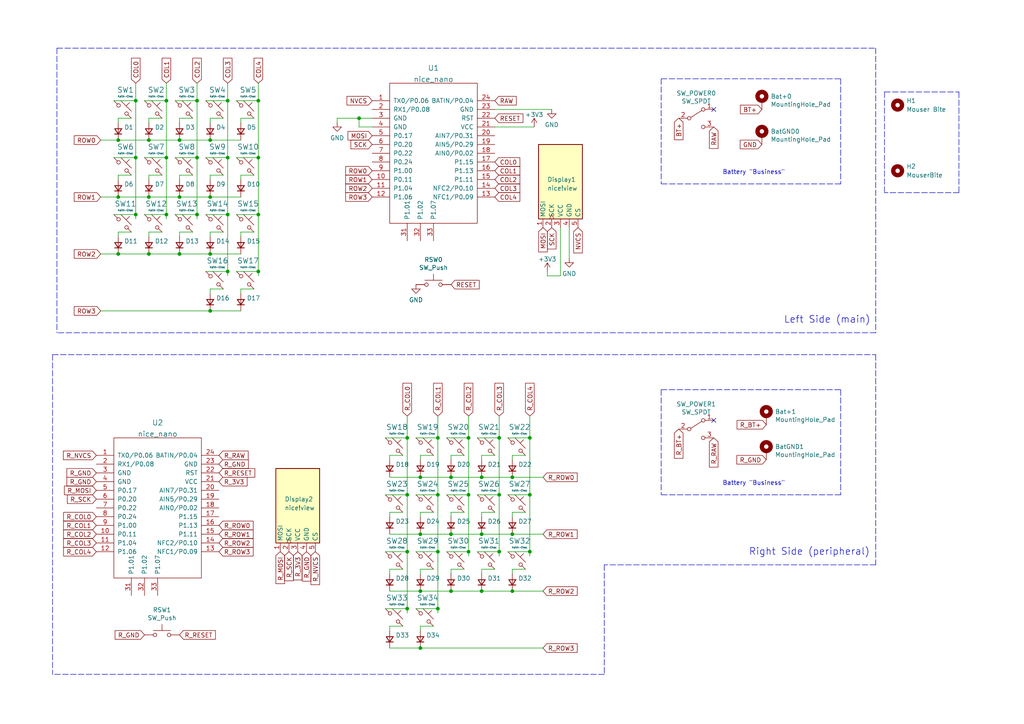
<source format=kicad_sch>
(kicad_sch (version 20211123) (generator eeschema)

  (uuid 628ac4d5-36ec-4532-ae41-3d8ecd77c045)

  (paper "A4")

  (title_block
    (title "Ursa - Urchin on Steroids")
    (rev "v1.0")
  )

  (lib_symbols
    (symbol "Device:D_Small" (pin_numbers hide) (pin_names (offset 0.254) hide) (in_bom yes) (on_board yes)
      (property "Reference" "D" (id 0) (at -1.27 2.032 0)
        (effects (font (size 1.27 1.27)) (justify left))
      )
      (property "Value" "D_Small" (id 1) (at -3.81 -2.032 0)
        (effects (font (size 1.27 1.27)) (justify left))
      )
      (property "Footprint" "" (id 2) (at 0 0 90)
        (effects (font (size 1.27 1.27)) hide)
      )
      (property "Datasheet" "~" (id 3) (at 0 0 90)
        (effects (font (size 1.27 1.27)) hide)
      )
      (property "ki_keywords" "diode" (id 4) (at 0 0 0)
        (effects (font (size 1.27 1.27)) hide)
      )
      (property "ki_description" "Diode, small symbol" (id 5) (at 0 0 0)
        (effects (font (size 1.27 1.27)) hide)
      )
      (property "ki_fp_filters" "TO-???* *_Diode_* *SingleDiode* D_*" (id 6) (at 0 0 0)
        (effects (font (size 1.27 1.27)) hide)
      )
      (symbol "D_Small_0_1"
        (polyline
          (pts
            (xy -0.762 -1.016)
            (xy -0.762 1.016)
          )
          (stroke (width 0.254) (type default) (color 0 0 0 0))
          (fill (type none))
        )
        (polyline
          (pts
            (xy -0.762 0)
            (xy 0.762 0)
          )
          (stroke (width 0) (type default) (color 0 0 0 0))
          (fill (type none))
        )
        (polyline
          (pts
            (xy 0.762 -1.016)
            (xy -0.762 0)
            (xy 0.762 1.016)
            (xy 0.762 -1.016)
          )
          (stroke (width 0.254) (type default) (color 0 0 0 0))
          (fill (type none))
        )
      )
      (symbol "D_Small_1_1"
        (pin passive line (at -2.54 0 0) (length 1.778)
          (name "K" (effects (font (size 1.27 1.27))))
          (number "1" (effects (font (size 1.27 1.27))))
        )
        (pin passive line (at 2.54 0 180) (length 1.778)
          (name "A" (effects (font (size 1.27 1.27))))
          (number "2" (effects (font (size 1.27 1.27))))
        )
      )
    )
    (symbol "Mechanical:MountingHole" (pin_names (offset 1.016)) (in_bom yes) (on_board yes)
      (property "Reference" "H" (id 0) (at 0 5.08 0)
        (effects (font (size 1.27 1.27)))
      )
      (property "Value" "MountingHole" (id 1) (at 0 3.175 0)
        (effects (font (size 1.27 1.27)))
      )
      (property "Footprint" "" (id 2) (at 0 0 0)
        (effects (font (size 1.27 1.27)) hide)
      )
      (property "Datasheet" "~" (id 3) (at 0 0 0)
        (effects (font (size 1.27 1.27)) hide)
      )
      (property "ki_keywords" "mounting hole" (id 4) (at 0 0 0)
        (effects (font (size 1.27 1.27)) hide)
      )
      (property "ki_description" "Mounting Hole without connection" (id 5) (at 0 0 0)
        (effects (font (size 1.27 1.27)) hide)
      )
      (property "ki_fp_filters" "MountingHole*" (id 6) (at 0 0 0)
        (effects (font (size 1.27 1.27)) hide)
      )
      (symbol "MountingHole_0_1"
        (circle (center 0 0) (radius 1.27)
          (stroke (width 1.27) (type default) (color 0 0 0 0))
          (fill (type none))
        )
      )
    )
    (symbol "Mechanical:MountingHole_Pad" (pin_numbers hide) (pin_names (offset 1.016) hide) (in_bom yes) (on_board yes)
      (property "Reference" "H" (id 0) (at 0 6.35 0)
        (effects (font (size 1.27 1.27)))
      )
      (property "Value" "MountingHole_Pad" (id 1) (at 0 4.445 0)
        (effects (font (size 1.27 1.27)))
      )
      (property "Footprint" "" (id 2) (at 0 0 0)
        (effects (font (size 1.27 1.27)) hide)
      )
      (property "Datasheet" "~" (id 3) (at 0 0 0)
        (effects (font (size 1.27 1.27)) hide)
      )
      (property "ki_keywords" "mounting hole" (id 4) (at 0 0 0)
        (effects (font (size 1.27 1.27)) hide)
      )
      (property "ki_description" "Mounting Hole with connection" (id 5) (at 0 0 0)
        (effects (font (size 1.27 1.27)) hide)
      )
      (property "ki_fp_filters" "MountingHole*Pad*" (id 6) (at 0 0 0)
        (effects (font (size 1.27 1.27)) hide)
      )
      (symbol "MountingHole_Pad_0_1"
        (circle (center 0 1.27) (radius 1.27)
          (stroke (width 1.27) (type default) (color 0 0 0 0))
          (fill (type none))
        )
      )
      (symbol "MountingHole_Pad_1_1"
        (pin input line (at 0 -2.54 90) (length 2.54)
          (name "1" (effects (font (size 1.27 1.27))))
          (number "1" (effects (font (size 1.27 1.27))))
        )
      )
    )
    (symbol "Switch:SW_Push" (pin_numbers hide) (pin_names (offset 1.016) hide) (in_bom yes) (on_board yes)
      (property "Reference" "SW" (id 0) (at 1.27 2.54 0)
        (effects (font (size 1.27 1.27)) (justify left))
      )
      (property "Value" "SW_Push" (id 1) (at 0 -1.524 0)
        (effects (font (size 1.27 1.27)))
      )
      (property "Footprint" "" (id 2) (at 0 5.08 0)
        (effects (font (size 1.27 1.27)) hide)
      )
      (property "Datasheet" "~" (id 3) (at 0 5.08 0)
        (effects (font (size 1.27 1.27)) hide)
      )
      (property "ki_keywords" "switch normally-open pushbutton push-button" (id 4) (at 0 0 0)
        (effects (font (size 1.27 1.27)) hide)
      )
      (property "ki_description" "Push button switch, generic, two pins" (id 5) (at 0 0 0)
        (effects (font (size 1.27 1.27)) hide)
      )
      (symbol "SW_Push_0_1"
        (circle (center -2.032 0) (radius 0.508)
          (stroke (width 0) (type default) (color 0 0 0 0))
          (fill (type none))
        )
        (polyline
          (pts
            (xy 0 1.27)
            (xy 0 3.048)
          )
          (stroke (width 0) (type default) (color 0 0 0 0))
          (fill (type none))
        )
        (polyline
          (pts
            (xy 2.54 1.27)
            (xy -2.54 1.27)
          )
          (stroke (width 0) (type default) (color 0 0 0 0))
          (fill (type none))
        )
        (circle (center 2.032 0) (radius 0.508)
          (stroke (width 0) (type default) (color 0 0 0 0))
          (fill (type none))
        )
        (pin passive line (at -5.08 0 0) (length 2.54)
          (name "1" (effects (font (size 1.27 1.27))))
          (number "1" (effects (font (size 1.27 1.27))))
        )
        (pin passive line (at 5.08 0 180) (length 2.54)
          (name "2" (effects (font (size 1.27 1.27))))
          (number "2" (effects (font (size 1.27 1.27))))
        )
      )
    )
    (symbol "Switch:SW_SPDT" (pin_names (offset 0) hide) (in_bom yes) (on_board yes)
      (property "Reference" "SW" (id 0) (at 0 4.318 0)
        (effects (font (size 1.27 1.27)))
      )
      (property "Value" "SW_SPDT" (id 1) (at 0 -5.08 0)
        (effects (font (size 1.27 1.27)))
      )
      (property "Footprint" "" (id 2) (at 0 0 0)
        (effects (font (size 1.27 1.27)) hide)
      )
      (property "Datasheet" "~" (id 3) (at 0 0 0)
        (effects (font (size 1.27 1.27)) hide)
      )
      (property "ki_keywords" "switch single-pole double-throw spdt ON-ON" (id 4) (at 0 0 0)
        (effects (font (size 1.27 1.27)) hide)
      )
      (property "ki_description" "Switch, single pole double throw" (id 5) (at 0 0 0)
        (effects (font (size 1.27 1.27)) hide)
      )
      (symbol "SW_SPDT_0_0"
        (circle (center -2.032 0) (radius 0.508)
          (stroke (width 0) (type default) (color 0 0 0 0))
          (fill (type none))
        )
        (circle (center 2.032 -2.54) (radius 0.508)
          (stroke (width 0) (type default) (color 0 0 0 0))
          (fill (type none))
        )
      )
      (symbol "SW_SPDT_0_1"
        (polyline
          (pts
            (xy -1.524 0.254)
            (xy 1.651 2.286)
          )
          (stroke (width 0) (type default) (color 0 0 0 0))
          (fill (type none))
        )
        (circle (center 2.032 2.54) (radius 0.508)
          (stroke (width 0) (type default) (color 0 0 0 0))
          (fill (type none))
        )
      )
      (symbol "SW_SPDT_1_1"
        (pin passive line (at 5.08 2.54 180) (length 2.54)
          (name "A" (effects (font (size 1.27 1.27))))
          (number "1" (effects (font (size 1.27 1.27))))
        )
        (pin passive line (at -5.08 0 0) (length 2.54)
          (name "B" (effects (font (size 1.27 1.27))))
          (number "2" (effects (font (size 1.27 1.27))))
        )
        (pin passive line (at 5.08 -2.54 180) (length 2.54)
          (name "C" (effects (font (size 1.27 1.27))))
          (number "3" (effects (font (size 1.27 1.27))))
        )
      )
    )
    (symbol "marbastlib-mx:MX_SW_HS" (pin_numbers hide) (pin_names (offset 1.016) hide) (in_bom yes) (on_board yes)
      (property "Reference" "SW" (id 0) (at 3.048 1.016 0)
        (effects (font (size 1.27 1.27)) (justify left))
      )
      (property "Value" "MX_SW_HS" (id 1) (at 0 -3.81 0)
        (effects (font (size 1.27 1.27)))
      )
      (property "Footprint" "marbastlib-mx:SW_MX_HS_1u" (id 2) (at 0 0 0)
        (effects (font (size 1.27 1.27)) hide)
      )
      (property "Datasheet" "~" (id 3) (at 0 0 0)
        (effects (font (size 1.27 1.27)) hide)
      )
      (property "ki_keywords" "switch normally-open pushbutton push-button" (id 4) (at 0 0 0)
        (effects (font (size 1.27 1.27)) hide)
      )
      (property "ki_description" "Push button switch, normally open, two pins, 45° tilted" (id 5) (at 0 0 0)
        (effects (font (size 1.27 1.27)) hide)
      )
      (symbol "MX_SW_HS_0_1"
        (circle (center -1.1684 1.1684) (radius 0.508)
          (stroke (width 0) (type default) (color 0 0 0 0))
          (fill (type none))
        )
        (polyline
          (pts
            (xy -0.508 2.54)
            (xy 2.54 -0.508)
          )
          (stroke (width 0) (type default) (color 0 0 0 0))
          (fill (type none))
        )
        (polyline
          (pts
            (xy 1.016 1.016)
            (xy 2.032 2.032)
          )
          (stroke (width 0) (type default) (color 0 0 0 0))
          (fill (type none))
        )
        (polyline
          (pts
            (xy -2.54 2.54)
            (xy -1.524 1.524)
            (xy -1.524 1.524)
          )
          (stroke (width 0) (type default) (color 0 0 0 0))
          (fill (type none))
        )
        (polyline
          (pts
            (xy 1.524 -1.524)
            (xy 2.54 -2.54)
            (xy 2.54 -2.54)
            (xy 2.54 -2.54)
          )
          (stroke (width 0) (type default) (color 0 0 0 0))
          (fill (type none))
        )
        (circle (center 1.143 -1.1938) (radius 0.508)
          (stroke (width 0) (type default) (color 0 0 0 0))
          (fill (type none))
        )
        (pin passive line (at -2.54 2.54 0) (length 0)
          (name "1" (effects (font (size 1.27 1.27))))
          (number "1" (effects (font (size 1.27 1.27))))
        )
        (pin passive line (at 2.54 -2.54 180) (length 0)
          (name "2" (effects (font (size 1.27 1.27))))
          (number "2" (effects (font (size 1.27 1.27))))
        )
      )
    )
    (symbol "nice_nano:nice_nano" (pin_names (offset 1.016)) (in_bom yes) (on_board yes)
      (property "Reference" "U" (id 0) (at 0 0 0)
        (effects (font (size 1.524 1.524)))
      )
      (property "Value" "nice_nano" (id 1) (at 0 2.54 0)
        (effects (font (size 1.524 1.524)))
      )
      (property "Footprint" "" (id 2) (at 26.67 -63.5 90)
        (effects (font (size 1.524 1.524)) hide)
      )
      (property "Datasheet" "" (id 3) (at 26.67 -63.5 90)
        (effects (font (size 1.524 1.524)) hide)
      )
      (symbol "nice_nano_0_1"
        (rectangle (start -12.7 -21.59) (end 12.7 19.05)
          (stroke (width 0) (type default) (color 0 0 0 0))
          (fill (type none))
        )
      )
      (symbol "nice_nano_1_1"
        (pin input line (at -17.78 13.97 0) (length 5.08)
          (name "TX0/P0.06" (effects (font (size 1.27 1.27))))
          (number "1" (effects (font (size 1.27 1.27))))
        )
        (pin input line (at -17.78 -8.89 0) (length 5.08)
          (name "P0.11" (effects (font (size 1.27 1.27))))
          (number "10" (effects (font (size 1.27 1.27))))
        )
        (pin input line (at -17.78 -11.43 0) (length 5.08)
          (name "P1.04" (effects (font (size 1.27 1.27))))
          (number "11" (effects (font (size 1.27 1.27))))
        )
        (pin input line (at -17.78 -13.97 0) (length 5.08)
          (name "P1.06" (effects (font (size 1.27 1.27))))
          (number "12" (effects (font (size 1.27 1.27))))
        )
        (pin input line (at 17.78 -13.97 180) (length 5.08)
          (name "NFC1/P0.09" (effects (font (size 1.27 1.27))))
          (number "13" (effects (font (size 1.27 1.27))))
        )
        (pin input line (at 17.78 -11.43 180) (length 5.08)
          (name "NFC2/P0.10" (effects (font (size 1.27 1.27))))
          (number "14" (effects (font (size 1.27 1.27))))
        )
        (pin input line (at 17.78 -8.89 180) (length 5.08)
          (name "P1.11" (effects (font (size 1.27 1.27))))
          (number "15" (effects (font (size 1.27 1.27))))
        )
        (pin input line (at 17.78 -6.35 180) (length 5.08)
          (name "P1.13" (effects (font (size 1.27 1.27))))
          (number "16" (effects (font (size 1.27 1.27))))
        )
        (pin input line (at 17.78 -3.81 180) (length 5.08)
          (name "P1.15" (effects (font (size 1.27 1.27))))
          (number "17" (effects (font (size 1.27 1.27))))
        )
        (pin input line (at 17.78 -1.27 180) (length 5.08)
          (name "AIN0/P0.02" (effects (font (size 1.27 1.27))))
          (number "18" (effects (font (size 1.27 1.27))))
        )
        (pin input line (at 17.78 1.27 180) (length 5.08)
          (name "AIN5/P0.29" (effects (font (size 1.27 1.27))))
          (number "19" (effects (font (size 1.27 1.27))))
        )
        (pin input line (at -17.78 11.43 0) (length 5.08)
          (name "RX1/P0.08" (effects (font (size 1.27 1.27))))
          (number "2" (effects (font (size 1.27 1.27))))
        )
        (pin input line (at 17.78 3.81 180) (length 5.08)
          (name "AIN7/P0.31" (effects (font (size 1.27 1.27))))
          (number "20" (effects (font (size 1.27 1.27))))
        )
        (pin input line (at 17.78 6.35 180) (length 5.08)
          (name "VCC" (effects (font (size 1.27 1.27))))
          (number "21" (effects (font (size 1.27 1.27))))
        )
        (pin input line (at 17.78 8.89 180) (length 5.08)
          (name "RST" (effects (font (size 1.27 1.27))))
          (number "22" (effects (font (size 1.27 1.27))))
        )
        (pin input line (at 17.78 11.43 180) (length 5.08)
          (name "GND" (effects (font (size 1.27 1.27))))
          (number "23" (effects (font (size 1.27 1.27))))
        )
        (pin input line (at 17.78 13.97 180) (length 5.08)
          (name "BATIN/P0.04" (effects (font (size 1.27 1.27))))
          (number "24" (effects (font (size 1.27 1.27))))
        )
        (pin input line (at -17.78 8.89 0) (length 5.08)
          (name "GND" (effects (font (size 1.27 1.27))))
          (number "3" (effects (font (size 1.27 1.27))))
        )
        (pin input line (at -7.62 -26.67 90) (length 5.08)
          (name "P1.01" (effects (font (size 1.27 1.27))))
          (number "31" (effects (font (size 1.27 1.27))))
        )
        (pin input line (at -3.81 -26.67 90) (length 5.08)
          (name "P1.02" (effects (font (size 1.27 1.27))))
          (number "32" (effects (font (size 1.27 1.27))))
        )
        (pin input line (at 0 -26.67 90) (length 5.08)
          (name "P1.07" (effects (font (size 1.27 1.27))))
          (number "33" (effects (font (size 1.27 1.27))))
        )
        (pin input line (at -17.78 6.35 0) (length 5.08)
          (name "GND" (effects (font (size 1.27 1.27))))
          (number "4" (effects (font (size 1.27 1.27))))
        )
        (pin input line (at -17.78 3.81 0) (length 5.08)
          (name "P0.17" (effects (font (size 1.27 1.27))))
          (number "5" (effects (font (size 1.27 1.27))))
        )
        (pin input line (at -17.78 1.27 0) (length 5.08)
          (name "P0.20" (effects (font (size 1.27 1.27))))
          (number "6" (effects (font (size 1.27 1.27))))
        )
        (pin input line (at -17.78 -1.27 0) (length 5.08)
          (name "P0.22" (effects (font (size 1.27 1.27))))
          (number "7" (effects (font (size 1.27 1.27))))
        )
        (pin input line (at -17.78 -3.81 0) (length 5.08)
          (name "P0.24" (effects (font (size 1.27 1.27))))
          (number "8" (effects (font (size 1.27 1.27))))
        )
        (pin input line (at -17.78 -6.35 0) (length 5.08)
          (name "P1.00" (effects (font (size 1.27 1.27))))
          (number "9" (effects (font (size 1.27 1.27))))
        )
      )
    )
    (symbol "nice_view:nice!view" (in_bom yes) (on_board yes)
      (property "Reference" "Display" (id 0) (at 0 12.7 0)
        (effects (font (size 1.27 1.27)) (justify bottom))
      )
      (property "Value" "nice!view" (id 1) (at 0 0 0)
        (effects (font (size 1.27 1.27)))
      )
      (property "Footprint" "nice_view:nice_view" (id 2) (at 0 16.51 0)
        (effects (font (size 1.27 1.27)) hide)
      )
      (property "Datasheet" "https://nicekeyboards.com/docs/nice-view/pinout-schematic" (id 3) (at 2.54 -25.4 0)
        (effects (font (size 1.27 1.27)) hide)
      )
      (property "ki_keywords" "display MIP 36x14" (id 4) (at 0 0 0)
        (effects (font (size 1.27 1.27)) hide)
      )
      (property "ki_description" "Sharp LS011B7DH03 Memory in Pixel 160x68" (id 5) (at 0 0 0)
        (effects (font (size 1.27 1.27)) hide)
      )
      (property "ki_fp_filters" "nice*" (id 6) (at 0 0 0)
        (effects (font (size 1.27 1.27)) hide)
      )
      (symbol "nice!view_0_1"
        (rectangle (start -6.35 11.43) (end 6.35 -10.16)
          (stroke (width 0.254) (type default) (color 0 0 0 0))
          (fill (type background))
        )
      )
      (symbol "nice!view_1_1"
        (pin input line (at -5.08 -12.7 90) (length 2.54)
          (name "MOSI" (effects (font (size 1.27 1.27))))
          (number "1" (effects (font (size 1.27 1.27))))
        )
        (pin input clock (at -2.54 -12.7 90) (length 2.54)
          (name "SCK" (effects (font (size 1.27 1.27))))
          (number "2" (effects (font (size 1.27 1.27))))
        )
        (pin power_in line (at 0 -12.7 90) (length 2.54)
          (name "VCC" (effects (font (size 1.27 1.27))))
          (number "3" (effects (font (size 1.27 1.27))))
        )
        (pin power_out line (at 2.54 -12.7 90) (length 2.54)
          (name "GND" (effects (font (size 1.27 1.27))))
          (number "4" (effects (font (size 1.27 1.27))))
        )
        (pin passive line (at 5.08 -12.7 90) (length 2.54)
          (name "CS" (effects (font (size 1.27 1.27))))
          (number "5" (effects (font (size 1.27 1.27))))
        )
      )
    )
    (symbol "power:+3.3V" (power) (pin_names (offset 0)) (in_bom yes) (on_board yes)
      (property "Reference" "#PWR" (id 0) (at 0 -3.81 0)
        (effects (font (size 1.27 1.27)) hide)
      )
      (property "Value" "+3.3V" (id 1) (at 0 3.556 0)
        (effects (font (size 1.27 1.27)))
      )
      (property "Footprint" "" (id 2) (at 0 0 0)
        (effects (font (size 1.27 1.27)) hide)
      )
      (property "Datasheet" "" (id 3) (at 0 0 0)
        (effects (font (size 1.27 1.27)) hide)
      )
      (property "ki_keywords" "power-flag" (id 4) (at 0 0 0)
        (effects (font (size 1.27 1.27)) hide)
      )
      (property "ki_description" "Power symbol creates a global label with name \"+3.3V\"" (id 5) (at 0 0 0)
        (effects (font (size 1.27 1.27)) hide)
      )
      (symbol "+3.3V_0_1"
        (polyline
          (pts
            (xy -0.762 1.27)
            (xy 0 2.54)
          )
          (stroke (width 0) (type default) (color 0 0 0 0))
          (fill (type none))
        )
        (polyline
          (pts
            (xy 0 0)
            (xy 0 2.54)
          )
          (stroke (width 0) (type default) (color 0 0 0 0))
          (fill (type none))
        )
        (polyline
          (pts
            (xy 0 2.54)
            (xy 0.762 1.27)
          )
          (stroke (width 0) (type default) (color 0 0 0 0))
          (fill (type none))
        )
      )
      (symbol "+3.3V_1_1"
        (pin power_in line (at 0 0 90) (length 0) hide
          (name "+3V3" (effects (font (size 1.27 1.27))))
          (number "1" (effects (font (size 1.27 1.27))))
        )
      )
    )
    (symbol "power:GND" (power) (pin_names (offset 0)) (in_bom yes) (on_board yes)
      (property "Reference" "#PWR" (id 0) (at 0 -6.35 0)
        (effects (font (size 1.27 1.27)) hide)
      )
      (property "Value" "GND" (id 1) (at 0 -3.81 0)
        (effects (font (size 1.27 1.27)))
      )
      (property "Footprint" "" (id 2) (at 0 0 0)
        (effects (font (size 1.27 1.27)) hide)
      )
      (property "Datasheet" "" (id 3) (at 0 0 0)
        (effects (font (size 1.27 1.27)) hide)
      )
      (property "ki_keywords" "power-flag" (id 4) (at 0 0 0)
        (effects (font (size 1.27 1.27)) hide)
      )
      (property "ki_description" "Power symbol creates a global label with name \"GND\" , ground" (id 5) (at 0 0 0)
        (effects (font (size 1.27 1.27)) hide)
      )
      (symbol "GND_0_1"
        (polyline
          (pts
            (xy 0 0)
            (xy 0 -1.27)
            (xy 1.27 -1.27)
            (xy 0 -2.54)
            (xy -1.27 -1.27)
            (xy 0 -1.27)
          )
          (stroke (width 0) (type default) (color 0 0 0 0))
          (fill (type none))
        )
      )
      (symbol "GND_1_1"
        (pin power_in line (at 0 0 270) (length 0) hide
          (name "GND" (effects (font (size 1.27 1.27))))
          (number "1" (effects (font (size 1.27 1.27))))
        )
      )
    )
  )


  (junction (at 57.15 45.72) (diameter 0) (color 0 0 0 0)
    (uuid 0078b429-38fd-428b-9af3-74b77209f43e)
  )
  (junction (at 66.04 45.72) (diameter 0) (color 0 0 0 0)
    (uuid 0431e9e5-d537-45eb-8e71-7ff0b124211e)
  )
  (junction (at 153.67 127) (diameter 0) (color 0 0 0 0)
    (uuid 08dae8e8-a8e4-447d-a9ff-fad1b7837f58)
  )
  (junction (at 139.7 138.43) (diameter 0) (color 0 0 0 0)
    (uuid 13d99a53-476a-4350-9b09-a8fbe24c74c4)
  )
  (junction (at 144.78 160.02) (diameter 0) (color 0 0 0 0)
    (uuid 1ada6f56-65ba-496f-a201-b5303b66fbdc)
  )
  (junction (at 48.26 29.21) (diameter 0) (color 0 0 0 0)
    (uuid 234174f9-524b-45ac-9aa8-5fac53ca3d58)
  )
  (junction (at 121.92 171.45) (diameter 0) (color 0 0 0 0)
    (uuid 26ba2127-0f9f-4e48-8ca4-b163c357bfed)
  )
  (junction (at 139.7 171.45) (diameter 0) (color 0 0 0 0)
    (uuid 26ec7721-30c5-4540-9a1e-0b80ece93df0)
  )
  (junction (at 34.29 73.66) (diameter 0) (color 0 0 0 0)
    (uuid 282c2942-2e11-4b26-99b0-c4d67e4a0e4a)
  )
  (junction (at 52.07 40.64) (diameter 0) (color 0 0 0 0)
    (uuid 28da1b34-645b-4660-9c6d-7d36e88d56d6)
  )
  (junction (at 39.37 45.72) (diameter 0) (color 0 0 0 0)
    (uuid 2d024a22-ff80-4c1e-8b01-934da1bde792)
  )
  (junction (at 153.67 143.51) (diameter 0) (color 0 0 0 0)
    (uuid 3027522b-0c4d-4113-8996-29252a07361f)
  )
  (junction (at 52.07 57.15) (diameter 0) (color 0 0 0 0)
    (uuid 339684b3-c7c1-4072-abd7-1f3e3df10692)
  )
  (junction (at 74.93 29.21) (diameter 0) (color 0 0 0 0)
    (uuid 35649cd5-0967-48b4-a4ae-b49da2b1c7f2)
  )
  (junction (at 74.93 78.74) (diameter 0) (color 0 0 0 0)
    (uuid 356ccb10-f79c-44de-ab60-9dcddc7a6d7c)
  )
  (junction (at 34.29 40.64) (diameter 0) (color 0 0 0 0)
    (uuid 41d04f7d-c244-4635-8370-243c772401f7)
  )
  (junction (at 39.37 62.23) (diameter 0) (color 0 0 0 0)
    (uuid 43f865d3-eff0-45a3-845e-a9f877f77476)
  )
  (junction (at 127 176.53) (diameter 0) (color 0 0 0 0)
    (uuid 4bcb6dc5-d50e-40f5-a16d-1208d682adb3)
  )
  (junction (at 135.89 143.51) (diameter 0) (color 0 0 0 0)
    (uuid 4e86651f-6132-4eaa-820b-d9e436798912)
  )
  (junction (at 135.89 127) (diameter 0) (color 0 0 0 0)
    (uuid 521736e5-2ef1-4cde-9f23-6d670c0df20d)
  )
  (junction (at 48.26 62.23) (diameter 0) (color 0 0 0 0)
    (uuid 570310f3-02a5-4c63-a14c-61438b222401)
  )
  (junction (at 34.29 57.15) (diameter 0) (color 0 0 0 0)
    (uuid 584f0006-cbdf-4f08-8416-13895e5be4b3)
  )
  (junction (at 39.37 29.21) (diameter 0) (color 0 0 0 0)
    (uuid 5b18caa2-8e74-40b6-ad1a-29c4694547f4)
  )
  (junction (at 148.59 138.43) (diameter 0) (color 0 0 0 0)
    (uuid 5f02f060-9676-44a6-92aa-d2c272fde205)
  )
  (junction (at 43.18 40.64) (diameter 0) (color 0 0 0 0)
    (uuid 5f4ca04e-41ee-4999-9c7c-10a5433b9f72)
  )
  (junction (at 66.04 62.23) (diameter 0) (color 0 0 0 0)
    (uuid 5f97675d-3e60-4b3b-bd82-f3a14353ec70)
  )
  (junction (at 60.96 73.66) (diameter 0) (color 0 0 0 0)
    (uuid 68afb8ee-938c-4117-bef7-c204e218f4b2)
  )
  (junction (at 66.04 78.74) (diameter 0) (color 0 0 0 0)
    (uuid 6bb3c639-3809-4e92-b7ab-71602769913e)
  )
  (junction (at 43.18 73.66) (diameter 0) (color 0 0 0 0)
    (uuid 6e42d7fa-46c4-4b8c-bd7b-f517ac49fe18)
  )
  (junction (at 57.15 62.23) (diameter 0) (color 0 0 0 0)
    (uuid 70969c91-8210-49ad-8674-0d261fc38105)
  )
  (junction (at 135.89 160.02) (diameter 0) (color 0 0 0 0)
    (uuid 7590e4b1-f458-46a7-abf0-fce8390f33f8)
  )
  (junction (at 121.92 138.43) (diameter 0) (color 0 0 0 0)
    (uuid 7e9f9036-29a5-459f-b814-137d275883e2)
  )
  (junction (at 153.67 160.02) (diameter 0) (color 0 0 0 0)
    (uuid 82062c80-d5a8-4107-805d-0f494f350cef)
  )
  (junction (at 118.11 176.53) (diameter 0) (color 0 0 0 0)
    (uuid 86ce558c-4054-48ec-b194-a522e269fc38)
  )
  (junction (at 148.59 154.94) (diameter 0) (color 0 0 0 0)
    (uuid 8c343d31-f031-4d0d-a178-8fafc12fc692)
  )
  (junction (at 60.96 40.64) (diameter 0) (color 0 0 0 0)
    (uuid 8f24c78a-798f-41df-a3a7-4941e1ecec16)
  )
  (junction (at 118.11 160.02) (diameter 0) (color 0 0 0 0)
    (uuid 918a8691-fa57-4e74-885c-218df43b1535)
  )
  (junction (at 148.59 171.45) (diameter 0) (color 0 0 0 0)
    (uuid a1bea60f-a18a-4195-97b8-79fd25ebeb8b)
  )
  (junction (at 121.92 154.94) (diameter 0) (color 0 0 0 0)
    (uuid a30b07c8-c8a0-4fc0-8cec-e365e0f4498d)
  )
  (junction (at 144.78 127) (diameter 0) (color 0 0 0 0)
    (uuid a3baacd9-455f-4574-af3f-2a7a3f3fb7d5)
  )
  (junction (at 130.81 154.94) (diameter 0) (color 0 0 0 0)
    (uuid a7a6a425-2177-4f51-b84a-8fac4c5f2ac6)
  )
  (junction (at 130.81 138.43) (diameter 0) (color 0 0 0 0)
    (uuid adbeeb79-b0db-49f7-af23-a1f462641fe4)
  )
  (junction (at 121.92 187.96) (diameter 0) (color 0 0 0 0)
    (uuid aee93560-4415-4ef1-8ce2-f802d7f10a30)
  )
  (junction (at 60.96 57.15) (diameter 0) (color 0 0 0 0)
    (uuid b7301f24-0379-41bc-9301-d3d0ba2b71e0)
  )
  (junction (at 57.15 29.21) (diameter 0) (color 0 0 0 0)
    (uuid c16da6d3-2509-4abb-84a0-c2a47c0062db)
  )
  (junction (at 104.14 34.29) (diameter 0) (color 0 0 0 0)
    (uuid c906c8e2-914f-42eb-b8d7-45efd7356b88)
  )
  (junction (at 118.11 127) (diameter 0) (color 0 0 0 0)
    (uuid ca92cb85-c925-4477-ad5d-815e5124fa8a)
  )
  (junction (at 127 127) (diameter 0) (color 0 0 0 0)
    (uuid d143699d-bb1c-4754-8f45-f80b1818d12e)
  )
  (junction (at 118.11 143.51) (diameter 0) (color 0 0 0 0)
    (uuid d39588ad-4760-4fa1-bb71-b57117dd9704)
  )
  (junction (at 74.93 45.72) (diameter 0) (color 0 0 0 0)
    (uuid d5027b0a-9f8f-4374-92df-b6a827ec0eb6)
  )
  (junction (at 48.26 45.72) (diameter 0) (color 0 0 0 0)
    (uuid ddaa7195-e54c-4f87-886e-6c5ab4718c4d)
  )
  (junction (at 60.96 90.17) (diameter 0) (color 0 0 0 0)
    (uuid e079286c-bc1f-40b3-b996-3539b38e9164)
  )
  (junction (at 144.78 143.51) (diameter 0) (color 0 0 0 0)
    (uuid e09ee055-fe42-4bfb-be77-27ff15dfe238)
  )
  (junction (at 74.93 62.23) (diameter 0) (color 0 0 0 0)
    (uuid e36ea3c0-ad26-40bd-91f7-48852b6cc265)
  )
  (junction (at 52.07 73.66) (diameter 0) (color 0 0 0 0)
    (uuid e4502cda-d680-4a2f-8ec1-bfc9233d6561)
  )
  (junction (at 43.18 57.15) (diameter 0) (color 0 0 0 0)
    (uuid e5871559-997f-4247-b866-7381d071af5c)
  )
  (junction (at 127 160.02) (diameter 0) (color 0 0 0 0)
    (uuid e7d718d4-9a29-44b6-b6e1-eb1f625cf3d8)
  )
  (junction (at 139.7 154.94) (diameter 0) (color 0 0 0 0)
    (uuid ee1efb95-addf-42f7-b190-d6dfed9e1f6a)
  )
  (junction (at 66.04 29.21) (diameter 0) (color 0 0 0 0)
    (uuid f783ee04-759a-4e7e-ac00-68b38799b46c)
  )
  (junction (at 127 143.51) (diameter 0) (color 0 0 0 0)
    (uuid f9256e47-8f99-4b6c-b02b-f9e048352860)
  )
  (junction (at 130.81 171.45) (diameter 0) (color 0 0 0 0)
    (uuid fdd08bd2-3a1b-42f8-8173-cc505ad9a0cc)
  )

  (no_connect (at 207.01 121.92) (uuid fa2d3f63-8f0f-4d26-aa23-ef52b4b0942b))
  (no_connect (at 207.01 31.75) (uuid fa2d3f63-8f0f-4d26-aa23-ef52b4b0942c))

  (wire (pts (xy 111.76 160.02) (xy 118.11 160.02))
    (stroke (width 0) (type default) (color 0 0 0 0))
    (uuid 005cb862-c5b3-407c-963c-ef1814d98718)
  )
  (wire (pts (xy 130.81 171.45) (xy 139.7 171.45))
    (stroke (width 0) (type default) (color 0 0 0 0))
    (uuid 007250d6-1223-4604-80be-11db53e75d22)
  )
  (wire (pts (xy 48.26 62.23) (xy 48.26 63.5))
    (stroke (width 0) (type default) (color 0 0 0 0))
    (uuid 056559f0-c30b-4635-89dc-84fdedc6c346)
  )
  (wire (pts (xy 52.07 50.8) (xy 55.88 50.8))
    (stroke (width 0) (type default) (color 0 0 0 0))
    (uuid 0714e42d-d217-4638-a940-e517b09bf6ed)
  )
  (wire (pts (xy 43.18 57.15) (xy 52.07 57.15))
    (stroke (width 0) (type default) (color 0 0 0 0))
    (uuid 09f4a7f7-3348-4b05-9786-0aa4289f9d4e)
  )
  (wire (pts (xy 113.03 133.35) (xy 113.03 132.08))
    (stroke (width 0) (type default) (color 0 0 0 0))
    (uuid 0add94fd-fb42-4cdb-94e6-19f058df9a13)
  )
  (wire (pts (xy 52.07 35.56) (xy 52.07 34.29))
    (stroke (width 0) (type default) (color 0 0 0 0))
    (uuid 0bbabcab-9e23-4048-b77f-884aa207b5b6)
  )
  (wire (pts (xy 129.54 160.02) (xy 135.89 160.02))
    (stroke (width 0) (type default) (color 0 0 0 0))
    (uuid 0e6a5bea-15ec-46ad-9cbd-5566fdea2654)
  )
  (wire (pts (xy 153.67 160.02) (xy 153.67 161.29))
    (stroke (width 0) (type default) (color 0 0 0 0))
    (uuid 10322583-1a99-4524-9d60-0dc5041052fc)
  )
  (wire (pts (xy 43.18 34.29) (xy 46.99 34.29))
    (stroke (width 0) (type default) (color 0 0 0 0))
    (uuid 1062e2db-87a0-4c73-af99-5d55eced60fc)
  )
  (wire (pts (xy 60.96 90.17) (xy 69.85 90.17))
    (stroke (width 0) (type default) (color 0 0 0 0))
    (uuid 12408ec7-f952-44fc-8213-d2ffbec7566c)
  )
  (wire (pts (xy 121.92 133.35) (xy 121.92 132.08))
    (stroke (width 0) (type default) (color 0 0 0 0))
    (uuid 136ed81a-efcc-4e6e-8906-3fa895c85be4)
  )
  (wire (pts (xy 48.26 29.21) (xy 48.26 45.72))
    (stroke (width 0) (type default) (color 0 0 0 0))
    (uuid 13b98b8f-e5df-4d39-90ac-4019fbd37b93)
  )
  (wire (pts (xy 34.29 40.64) (xy 43.18 40.64))
    (stroke (width 0) (type default) (color 0 0 0 0))
    (uuid 13cfeade-16b1-4ceb-b485-59bdebdf840e)
  )
  (wire (pts (xy 34.29 52.07) (xy 34.29 50.8))
    (stroke (width 0) (type default) (color 0 0 0 0))
    (uuid 148b3e2e-a844-4aca-8e7e-802b6a8b433b)
  )
  (wire (pts (xy 60.96 40.64) (xy 69.85 40.64))
    (stroke (width 0) (type default) (color 0 0 0 0))
    (uuid 14a5caf6-6d77-4c5c-ad98-644c3b19f163)
  )
  (wire (pts (xy 121.92 182.88) (xy 121.92 181.61))
    (stroke (width 0) (type default) (color 0 0 0 0))
    (uuid 162c027a-4be3-41c8-add4-963e38431949)
  )
  (wire (pts (xy 43.18 40.64) (xy 52.07 40.64))
    (stroke (width 0) (type default) (color 0 0 0 0))
    (uuid 18a5a8e2-03fc-4c92-82d5-dd888e3dc0b4)
  )
  (wire (pts (xy 130.81 148.59) (xy 134.62 148.59))
    (stroke (width 0) (type default) (color 0 0 0 0))
    (uuid 1a8b4099-61df-49f7-9aeb-25b25b3e87f8)
  )
  (wire (pts (xy 113.03 171.45) (xy 121.92 171.45))
    (stroke (width 0) (type default) (color 0 0 0 0))
    (uuid 1a92548d-5cd0-4a1f-95a9-350f92d5fda0)
  )
  (wire (pts (xy 68.58 29.21) (xy 74.93 29.21))
    (stroke (width 0) (type default) (color 0 0 0 0))
    (uuid 1c5ae405-f261-4b0c-9947-fcf739d5921f)
  )
  (wire (pts (xy 121.92 181.61) (xy 125.73 181.61))
    (stroke (width 0) (type default) (color 0 0 0 0))
    (uuid 1db10524-da62-4190-9f1f-d1397bbfa37a)
  )
  (polyline (pts (xy 254 163.83) (xy 175.26 163.83))
    (stroke (width 0) (type default) (color 0 0 0 0))
    (uuid 1e5b6421-a7fa-405a-8d6f-ebe013ed589d)
  )

  (wire (pts (xy 60.96 67.31) (xy 64.77 67.31))
    (stroke (width 0) (type default) (color 0 0 0 0))
    (uuid 206115c7-0043-44bd-9a02-fdee60d13f70)
  )
  (wire (pts (xy 139.7 138.43) (xy 148.59 138.43))
    (stroke (width 0) (type default) (color 0 0 0 0))
    (uuid 2083d4e5-349c-4bbf-85e4-8a8d617e5eb6)
  )
  (wire (pts (xy 121.92 165.1) (xy 125.73 165.1))
    (stroke (width 0) (type default) (color 0 0 0 0))
    (uuid 229a897f-2121-49b4-a0fa-ce67a13f6a1f)
  )
  (wire (pts (xy 162.56 66.04) (xy 162.56 80.01))
    (stroke (width 0) (type default) (color 0 0 0 0))
    (uuid 241cf151-4204-4ba1-828b-a963ae9b97f3)
  )
  (wire (pts (xy 118.11 127) (xy 118.11 143.51))
    (stroke (width 0) (type default) (color 0 0 0 0))
    (uuid 2505ea69-56ca-40cc-afa7-554630695f70)
  )
  (wire (pts (xy 66.04 29.21) (xy 66.04 45.72))
    (stroke (width 0) (type default) (color 0 0 0 0))
    (uuid 2584c522-4ae0-43dc-a3d6-eaca4aa134ae)
  )
  (wire (pts (xy 104.14 36.83) (xy 104.14 34.29))
    (stroke (width 0) (type default) (color 0 0 0 0))
    (uuid 263b7245-be42-4513-bbf8-d95a1f389325)
  )
  (polyline (pts (xy 16.51 13.97) (xy 16.51 96.52))
    (stroke (width 0) (type default) (color 0 0 0 0))
    (uuid 273551c0-dde2-4603-bde2-1c4c093722fe)
  )

  (wire (pts (xy 118.11 160.02) (xy 118.11 176.53))
    (stroke (width 0) (type default) (color 0 0 0 0))
    (uuid 27bd739b-df5f-4d99-a1e4-0d8668a4b72f)
  )
  (wire (pts (xy 148.59 154.94) (xy 157.48 154.94))
    (stroke (width 0) (type default) (color 0 0 0 0))
    (uuid 2a70bbb8-7fa5-40f7-bb74-eaf0dcbf63de)
  )
  (wire (pts (xy 118.11 120.65) (xy 118.11 127))
    (stroke (width 0) (type default) (color 0 0 0 0))
    (uuid 2b3c4188-d28b-48c0-b19c-28977bf0ea55)
  )
  (wire (pts (xy 29.21 90.17) (xy 60.96 90.17))
    (stroke (width 0) (type default) (color 0 0 0 0))
    (uuid 2d82ffa6-3402-4e38-88bf-88479a0ad1dc)
  )
  (wire (pts (xy 147.32 160.02) (xy 153.67 160.02))
    (stroke (width 0) (type default) (color 0 0 0 0))
    (uuid 2d988214-4646-40e0-a010-59fbb79f2c0c)
  )
  (wire (pts (xy 162.56 80.01) (xy 158.75 80.01))
    (stroke (width 0) (type default) (color 0 0 0 0))
    (uuid 2e4ec781-6c24-435b-9953-0dda8fa9d2fc)
  )
  (wire (pts (xy 113.03 132.08) (xy 116.84 132.08))
    (stroke (width 0) (type default) (color 0 0 0 0))
    (uuid 2f7f6b2a-ea16-4ed6-a32e-f1b29fc72acc)
  )
  (wire (pts (xy 139.7 132.08) (xy 143.51 132.08))
    (stroke (width 0) (type default) (color 0 0 0 0))
    (uuid 2f8136e3-1bdb-4cab-848b-26e2c76c1a7d)
  )
  (wire (pts (xy 52.07 52.07) (xy 52.07 50.8))
    (stroke (width 0) (type default) (color 0 0 0 0))
    (uuid 3089e42c-312f-4f4c-b80b-15fc6d1f59ba)
  )
  (wire (pts (xy 111.76 176.53) (xy 118.11 176.53))
    (stroke (width 0) (type default) (color 0 0 0 0))
    (uuid 30c2e633-3693-4c0b-ad26-237935748b70)
  )
  (wire (pts (xy 69.85 67.31) (xy 73.66 67.31))
    (stroke (width 0) (type default) (color 0 0 0 0))
    (uuid 314e3502-b3e3-4685-889b-7b6b9730a17c)
  )
  (wire (pts (xy 148.59 133.35) (xy 148.59 132.08))
    (stroke (width 0) (type default) (color 0 0 0 0))
    (uuid 327e2945-d990-4e64-9975-beb8b4a2a310)
  )
  (wire (pts (xy 139.7 171.45) (xy 148.59 171.45))
    (stroke (width 0) (type default) (color 0 0 0 0))
    (uuid 350d04d9-617d-421b-a39f-7c6735165573)
  )
  (wire (pts (xy 148.59 166.37) (xy 148.59 165.1))
    (stroke (width 0) (type default) (color 0 0 0 0))
    (uuid 356cd1f8-6d76-4431-a9db-2b722a641612)
  )
  (wire (pts (xy 60.96 85.09) (xy 60.96 83.82))
    (stroke (width 0) (type default) (color 0 0 0 0))
    (uuid 3604ff3d-2fa1-48f6-b544-3121edf7e369)
  )
  (wire (pts (xy 121.92 132.08) (xy 125.73 132.08))
    (stroke (width 0) (type default) (color 0 0 0 0))
    (uuid 36ad12e9-6d26-4334-97c6-4c55f7fc3919)
  )
  (polyline (pts (xy 243.84 143.51) (xy 191.77 143.51))
    (stroke (width 0) (type default) (color 0 0 0 0))
    (uuid 37f5000c-9eb3-4c6d-972d-556667745191)
  )
  (polyline (pts (xy 15.24 102.87) (xy 254 102.87))
    (stroke (width 0) (type default) (color 0 0 0 0))
    (uuid 383be095-b700-457e-aeb8-e7d5ac95b24b)
  )

  (wire (pts (xy 57.15 45.72) (xy 57.15 62.23))
    (stroke (width 0) (type default) (color 0 0 0 0))
    (uuid 3b8b8f97-062c-42e0-ad70-20a72532ac39)
  )
  (wire (pts (xy 34.29 34.29) (xy 34.29 35.56))
    (stroke (width 0) (type default) (color 0 0 0 0))
    (uuid 3cd0b554-8853-4580-ad3b-f3f57e97d5f7)
  )
  (wire (pts (xy 127 160.02) (xy 127 176.53))
    (stroke (width 0) (type default) (color 0 0 0 0))
    (uuid 3e2b29bf-67cd-4d2c-953c-35c156d178ff)
  )
  (wire (pts (xy 33.02 45.72) (xy 39.37 45.72))
    (stroke (width 0) (type default) (color 0 0 0 0))
    (uuid 4263c5b2-e4ad-420e-bbcc-2ae5a36950fc)
  )
  (wire (pts (xy 29.21 57.15) (xy 34.29 57.15))
    (stroke (width 0) (type default) (color 0 0 0 0))
    (uuid 435cac11-c8ea-4574-90a4-0ccb23cfce81)
  )
  (wire (pts (xy 69.85 50.8) (xy 73.66 50.8))
    (stroke (width 0) (type default) (color 0 0 0 0))
    (uuid 442bd9ba-8151-4263-ac29-59e166da2aa6)
  )
  (wire (pts (xy 48.26 45.72) (xy 48.26 62.23))
    (stroke (width 0) (type default) (color 0 0 0 0))
    (uuid 44d47097-e71e-4e7a-b3ed-4d7b84a3d607)
  )
  (wire (pts (xy 138.43 160.02) (xy 144.78 160.02))
    (stroke (width 0) (type default) (color 0 0 0 0))
    (uuid 47b89529-0ba5-42f6-8bb1-8d5775f47bb1)
  )
  (wire (pts (xy 129.54 143.51) (xy 135.89 143.51))
    (stroke (width 0) (type default) (color 0 0 0 0))
    (uuid 4aaf6ad2-bfb5-491c-96cf-e24183119351)
  )
  (wire (pts (xy 69.85 34.29) (xy 73.66 34.29))
    (stroke (width 0) (type default) (color 0 0 0 0))
    (uuid 4ab24914-7672-4102-91ba-a413d52206a9)
  )
  (wire (pts (xy 43.18 73.66) (xy 52.07 73.66))
    (stroke (width 0) (type default) (color 0 0 0 0))
    (uuid 4b1f2147-5738-4b47-877f-a77e3d7ef47f)
  )
  (polyline (pts (xy 256.54 26.67) (xy 256.54 55.88))
    (stroke (width 0) (type default) (color 0 0 0 0))
    (uuid 4ca50450-214f-4cd9-8dc5-b35bb65b8174)
  )

  (wire (pts (xy 147.32 127) (xy 153.67 127))
    (stroke (width 0) (type default) (color 0 0 0 0))
    (uuid 4cb0d122-2abb-4ff1-ab99-69af3a74cddb)
  )
  (wire (pts (xy 130.81 165.1) (xy 134.62 165.1))
    (stroke (width 0) (type default) (color 0 0 0 0))
    (uuid 4ccb1afc-2684-45f0-b27b-11f35841fe74)
  )
  (wire (pts (xy 34.29 67.31) (xy 38.1 67.31))
    (stroke (width 0) (type default) (color 0 0 0 0))
    (uuid 4d2d3adf-bb00-43d9-a148-ee3951b8b217)
  )
  (wire (pts (xy 60.96 73.66) (xy 69.85 73.66))
    (stroke (width 0) (type default) (color 0 0 0 0))
    (uuid 4dbc929a-3029-4714-b1dd-4a452eacdfa9)
  )
  (wire (pts (xy 127 143.51) (xy 127 160.02))
    (stroke (width 0) (type default) (color 0 0 0 0))
    (uuid 4e328cbd-2a86-4512-b181-fa11d7d596f2)
  )
  (wire (pts (xy 121.92 187.96) (xy 157.48 187.96))
    (stroke (width 0) (type default) (color 0 0 0 0))
    (uuid 4ee131f3-d3d3-4c65-bf86-a65c35102318)
  )
  (wire (pts (xy 139.7 165.1) (xy 143.51 165.1))
    (stroke (width 0) (type default) (color 0 0 0 0))
    (uuid 4eeb3252-98ab-42b4-9538-3306397d6025)
  )
  (wire (pts (xy 57.15 24.13) (xy 57.15 29.21))
    (stroke (width 0) (type default) (color 0 0 0 0))
    (uuid 5428dd9c-85ec-4d5d-865d-75f23e747bd6)
  )
  (polyline (pts (xy 175.26 195.58) (xy 15.24 195.58))
    (stroke (width 0) (type default) (color 0 0 0 0))
    (uuid 54ccdaf1-75fd-44cc-ad15-dcfdc09454fb)
  )

  (wire (pts (xy 127 120.65) (xy 127 127))
    (stroke (width 0) (type default) (color 0 0 0 0))
    (uuid 56c52c0f-1106-4719-b99f-f0129f47898d)
  )
  (wire (pts (xy 66.04 62.23) (xy 66.04 78.74))
    (stroke (width 0) (type default) (color 0 0 0 0))
    (uuid 5770b7f2-2f67-46c7-b101-2cac452389ee)
  )
  (polyline (pts (xy 15.24 102.87) (xy 15.24 195.58))
    (stroke (width 0) (type default) (color 0 0 0 0))
    (uuid 58469b50-35b9-406f-bf86-5ce34bc4d809)
  )

  (wire (pts (xy 97.79 34.29) (xy 97.79 35.56))
    (stroke (width 0) (type default) (color 0 0 0 0))
    (uuid 5b09db99-1907-4193-94db-37f2ce2ed8b5)
  )
  (wire (pts (xy 52.07 40.64) (xy 60.96 40.64))
    (stroke (width 0) (type default) (color 0 0 0 0))
    (uuid 5b14a39d-609c-4246-bdc1-aa9f6699bcf3)
  )
  (wire (pts (xy 34.29 68.58) (xy 34.29 67.31))
    (stroke (width 0) (type default) (color 0 0 0 0))
    (uuid 5bb1129b-ce5a-4874-b3ff-2dd6e38b0312)
  )
  (wire (pts (xy 113.03 187.96) (xy 121.92 187.96))
    (stroke (width 0) (type default) (color 0 0 0 0))
    (uuid 5edfe34d-6aaf-4d6b-ae5f-6fe756180ac5)
  )
  (polyline (pts (xy 256.54 26.67) (xy 278.13 26.67))
    (stroke (width 0) (type default) (color 0 0 0 0))
    (uuid 5f025142-42e6-4736-9635-030e948c30f8)
  )

  (wire (pts (xy 148.59 138.43) (xy 157.48 138.43))
    (stroke (width 0) (type default) (color 0 0 0 0))
    (uuid 610030fa-de78-40dc-9c09-48db3a35217e)
  )
  (wire (pts (xy 66.04 45.72) (xy 66.04 62.23))
    (stroke (width 0) (type default) (color 0 0 0 0))
    (uuid 628d28b6-a236-42e1-b09c-59179e4a42da)
  )
  (wire (pts (xy 139.7 149.86) (xy 139.7 148.59))
    (stroke (width 0) (type default) (color 0 0 0 0))
    (uuid 671ad2a8-cf3a-498f-ad4c-e082a4e97e84)
  )
  (wire (pts (xy 57.15 62.23) (xy 57.15 63.5))
    (stroke (width 0) (type default) (color 0 0 0 0))
    (uuid 6a46975a-f277-4e94-b005-74a45f70d8f4)
  )
  (wire (pts (xy 29.21 73.66) (xy 34.29 73.66))
    (stroke (width 0) (type default) (color 0 0 0 0))
    (uuid 6b9f1dca-2be6-4490-a87a-8a6f236b125e)
  )
  (wire (pts (xy 41.91 29.21) (xy 48.26 29.21))
    (stroke (width 0) (type default) (color 0 0 0 0))
    (uuid 6d13eb8c-c0ed-4a92-8b27-5ee328d3eaac)
  )
  (wire (pts (xy 74.93 45.72) (xy 74.93 62.23))
    (stroke (width 0) (type default) (color 0 0 0 0))
    (uuid 6d4979eb-c68c-4f67-bfef-fa052da4230e)
  )
  (wire (pts (xy 107.95 36.83) (xy 104.14 36.83))
    (stroke (width 0) (type default) (color 0 0 0 0))
    (uuid 70ac6131-8f6f-4344-ae2c-8646fc53b67c)
  )
  (wire (pts (xy 130.81 138.43) (xy 139.7 138.43))
    (stroke (width 0) (type default) (color 0 0 0 0))
    (uuid 713c62c8-5290-41d1-a9c7-728fbb38e848)
  )
  (wire (pts (xy 50.8 45.72) (xy 57.15 45.72))
    (stroke (width 0) (type default) (color 0 0 0 0))
    (uuid 722a2535-52cd-4e6b-91eb-270715046c1e)
  )
  (wire (pts (xy 139.7 148.59) (xy 143.51 148.59))
    (stroke (width 0) (type default) (color 0 0 0 0))
    (uuid 72c84c46-186b-46f4-9596-8173b14526f4)
  )
  (wire (pts (xy 69.85 68.58) (xy 69.85 67.31))
    (stroke (width 0) (type default) (color 0 0 0 0))
    (uuid 72f23a1f-9bac-4765-8776-849d61c1c045)
  )
  (wire (pts (xy 113.03 181.61) (xy 116.84 181.61))
    (stroke (width 0) (type default) (color 0 0 0 0))
    (uuid 73919235-6fb9-44af-be52-3a4287ef41b3)
  )
  (wire (pts (xy 29.21 40.64) (xy 34.29 40.64))
    (stroke (width 0) (type default) (color 0 0 0 0))
    (uuid 75138069-fa72-4a37-aec1-7c38d3245142)
  )
  (polyline (pts (xy 175.26 163.83) (xy 175.26 195.58))
    (stroke (width 0) (type default) (color 0 0 0 0))
    (uuid 752afba5-c3e3-4c49-8ff9-62f4a154959a)
  )

  (wire (pts (xy 127 176.53) (xy 127 177.8))
    (stroke (width 0) (type default) (color 0 0 0 0))
    (uuid 76b0dd55-42b0-4bcf-a826-b9ebd240fef1)
  )
  (wire (pts (xy 52.07 67.31) (xy 55.88 67.31))
    (stroke (width 0) (type default) (color 0 0 0 0))
    (uuid 7c43818c-abf4-42b3-be2f-bb39d85b3e03)
  )
  (wire (pts (xy 68.58 78.74) (xy 74.93 78.74))
    (stroke (width 0) (type default) (color 0 0 0 0))
    (uuid 7e2fec7d-4e8b-48b0-9831-7bafad63a935)
  )
  (wire (pts (xy 113.03 166.37) (xy 113.03 165.1))
    (stroke (width 0) (type default) (color 0 0 0 0))
    (uuid 7fc075cd-a2f0-4ff9-a396-464a543afcbd)
  )
  (wire (pts (xy 60.96 34.29) (xy 64.77 34.29))
    (stroke (width 0) (type default) (color 0 0 0 0))
    (uuid 8047cd1c-82a1-45f8-beae-c8292273120b)
  )
  (wire (pts (xy 68.58 45.72) (xy 74.93 45.72))
    (stroke (width 0) (type default) (color 0 0 0 0))
    (uuid 8066737c-da23-4854-9c9c-af15d4283bc4)
  )
  (wire (pts (xy 138.43 127) (xy 144.78 127))
    (stroke (width 0) (type default) (color 0 0 0 0))
    (uuid 80bb89b2-843d-40f1-9332-22ce6016dfd5)
  )
  (wire (pts (xy 130.81 133.35) (xy 130.81 132.08))
    (stroke (width 0) (type default) (color 0 0 0 0))
    (uuid 83104950-f74f-414e-9865-f9e9d56e0ab0)
  )
  (wire (pts (xy 118.11 176.53) (xy 118.11 177.8))
    (stroke (width 0) (type default) (color 0 0 0 0))
    (uuid 837c8c52-d312-423a-a541-af657e6f645d)
  )
  (wire (pts (xy 148.59 132.08) (xy 152.4 132.08))
    (stroke (width 0) (type default) (color 0 0 0 0))
    (uuid 83d856e6-90b4-463b-b185-52c3c1489683)
  )
  (wire (pts (xy 39.37 62.23) (xy 39.37 63.5))
    (stroke (width 0) (type default) (color 0 0 0 0))
    (uuid 849d798f-418e-4dad-af3a-9b4fc78f9691)
  )
  (wire (pts (xy 138.43 143.51) (xy 144.78 143.51))
    (stroke (width 0) (type default) (color 0 0 0 0))
    (uuid 8551e85e-dfac-4a77-90bd-a6dc5d5fa3b9)
  )
  (wire (pts (xy 74.93 24.13) (xy 74.93 29.21))
    (stroke (width 0) (type default) (color 0 0 0 0))
    (uuid 86ebe289-c073-4c06-8be3-a0f938bb08d7)
  )
  (wire (pts (xy 60.96 52.07) (xy 60.96 50.8))
    (stroke (width 0) (type default) (color 0 0 0 0))
    (uuid 8742cca9-27b8-463d-80f3-9d6b91738fab)
  )
  (wire (pts (xy 144.78 143.51) (xy 144.78 160.02))
    (stroke (width 0) (type default) (color 0 0 0 0))
    (uuid 877a5749-45a2-4de4-81ef-74826dbd9577)
  )
  (wire (pts (xy 66.04 24.13) (xy 66.04 29.21))
    (stroke (width 0) (type default) (color 0 0 0 0))
    (uuid 88e0f1f1-222b-4c67-a865-56646f310ce0)
  )
  (wire (pts (xy 113.03 138.43) (xy 121.92 138.43))
    (stroke (width 0) (type default) (color 0 0 0 0))
    (uuid 89dd8bbf-048b-4fd0-9d9b-797a7d8206c3)
  )
  (wire (pts (xy 43.18 68.58) (xy 43.18 67.31))
    (stroke (width 0) (type default) (color 0 0 0 0))
    (uuid 8a46d5fb-3c5e-455d-9e7d-cdce333569f4)
  )
  (polyline (pts (xy 254 13.97) (xy 254 96.52))
    (stroke (width 0) (type default) (color 0 0 0 0))
    (uuid 8b3aecd1-ae69-4bd9-b9f2-1c3eb46ac2d1)
  )

  (wire (pts (xy 147.32 143.51) (xy 153.67 143.51))
    (stroke (width 0) (type default) (color 0 0 0 0))
    (uuid 8c389ddb-7e7e-4e98-8e59-b67efdb00eaa)
  )
  (wire (pts (xy 50.8 29.21) (xy 57.15 29.21))
    (stroke (width 0) (type default) (color 0 0 0 0))
    (uuid 8cda93e8-0750-4666-8f34-ed4795164515)
  )
  (wire (pts (xy 121.92 166.37) (xy 121.92 165.1))
    (stroke (width 0) (type default) (color 0 0 0 0))
    (uuid 8d679931-1c1e-4964-9177-d55be6163065)
  )
  (wire (pts (xy 59.69 45.72) (xy 66.04 45.72))
    (stroke (width 0) (type default) (color 0 0 0 0))
    (uuid 8eb767b1-a1e8-424e-8006-67ee656386d4)
  )
  (wire (pts (xy 121.92 148.59) (xy 125.73 148.59))
    (stroke (width 0) (type default) (color 0 0 0 0))
    (uuid 8f86a5ee-934d-4af4-b394-e4b05aff0074)
  )
  (wire (pts (xy 34.29 50.8) (xy 38.1 50.8))
    (stroke (width 0) (type default) (color 0 0 0 0))
    (uuid 9054e66f-50a7-49a4-ae04-37b2ec668591)
  )
  (wire (pts (xy 120.65 176.53) (xy 127 176.53))
    (stroke (width 0) (type default) (color 0 0 0 0))
    (uuid 92e52dc7-b36b-486c-a2ae-fd207c628d53)
  )
  (polyline (pts (xy 191.77 113.03) (xy 243.84 113.03))
    (stroke (width 0) (type default) (color 0 0 0 0))
    (uuid 931f2b21-cbbf-464b-b488-7a6bb49040ec)
  )

  (wire (pts (xy 153.67 143.51) (xy 153.67 160.02))
    (stroke (width 0) (type default) (color 0 0 0 0))
    (uuid 946faa82-02dc-4701-bbc7-441f7dc31657)
  )
  (wire (pts (xy 34.29 73.66) (xy 43.18 73.66))
    (stroke (width 0) (type default) (color 0 0 0 0))
    (uuid 9501d5b5-8c79-4866-ad5c-fc4fe206ea16)
  )
  (wire (pts (xy 111.76 143.51) (xy 118.11 143.51))
    (stroke (width 0) (type default) (color 0 0 0 0))
    (uuid 9523b7d0-7e56-478c-8f6a-317741e0ed73)
  )
  (wire (pts (xy 135.89 120.65) (xy 135.89 127))
    (stroke (width 0) (type default) (color 0 0 0 0))
    (uuid 955be6ce-968a-453e-b039-7a140c38eed2)
  )
  (wire (pts (xy 120.65 160.02) (xy 127 160.02))
    (stroke (width 0) (type default) (color 0 0 0 0))
    (uuid 98a94e44-6725-4466-896e-194b2fa5239a)
  )
  (wire (pts (xy 113.03 148.59) (xy 116.84 148.59))
    (stroke (width 0) (type default) (color 0 0 0 0))
    (uuid 98ff4582-0ee9-4b34-b788-9c5afa53cbda)
  )
  (wire (pts (xy 121.92 149.86) (xy 121.92 148.59))
    (stroke (width 0) (type default) (color 0 0 0 0))
    (uuid 9918fae3-c622-4f2c-a75e-1a48d79cd698)
  )
  (wire (pts (xy 33.02 29.21) (xy 39.37 29.21))
    (stroke (width 0) (type default) (color 0 0 0 0))
    (uuid 9aaca5f1-0567-43e2-b064-fa664469e7b7)
  )
  (wire (pts (xy 139.7 154.94) (xy 148.59 154.94))
    (stroke (width 0) (type default) (color 0 0 0 0))
    (uuid 9be90549-1bd8-439a-abdf-a7026e92cd61)
  )
  (wire (pts (xy 144.78 127) (xy 144.78 143.51))
    (stroke (width 0) (type default) (color 0 0 0 0))
    (uuid 9bfc1f70-2e27-4967-938e-26bc48555b60)
  )
  (wire (pts (xy 148.59 171.45) (xy 157.48 171.45))
    (stroke (width 0) (type default) (color 0 0 0 0))
    (uuid 9c67e1dc-240f-492c-ae30-e21338dc7435)
  )
  (wire (pts (xy 59.69 29.21) (xy 66.04 29.21))
    (stroke (width 0) (type default) (color 0 0 0 0))
    (uuid 9e3e77a8-2935-4502-a699-301731433dd1)
  )
  (wire (pts (xy 143.51 36.83) (xy 154.94 36.83))
    (stroke (width 0) (type default) (color 0 0 0 0))
    (uuid 9f05d7df-bad4-4d0a-a2d2-5e0f53c5e671)
  )
  (wire (pts (xy 60.96 57.15) (xy 69.85 57.15))
    (stroke (width 0) (type default) (color 0 0 0 0))
    (uuid a2cf3098-cd4e-453e-8507-2a0957943e69)
  )
  (wire (pts (xy 39.37 24.13) (xy 39.37 29.21))
    (stroke (width 0) (type default) (color 0 0 0 0))
    (uuid a35286ff-68d1-4327-8135-c81aa5928eb0)
  )
  (wire (pts (xy 60.96 68.58) (xy 60.96 67.31))
    (stroke (width 0) (type default) (color 0 0 0 0))
    (uuid a52b116e-eb25-47e4-8cbf-cca93e80e380)
  )
  (polyline (pts (xy 254 102.87) (xy 254 163.83))
    (stroke (width 0) (type default) (color 0 0 0 0))
    (uuid a69ecbac-7e4e-4fe2-b382-28f207bec6c6)
  )

  (wire (pts (xy 33.02 62.23) (xy 39.37 62.23))
    (stroke (width 0) (type default) (color 0 0 0 0))
    (uuid a6a9c182-3cea-42f4-b047-2ca3663b9979)
  )
  (wire (pts (xy 69.85 52.07) (xy 69.85 50.8))
    (stroke (width 0) (type default) (color 0 0 0 0))
    (uuid a7bedd5f-bb8e-4b29-83c8-b28c57435f8c)
  )
  (wire (pts (xy 148.59 149.86) (xy 148.59 148.59))
    (stroke (width 0) (type default) (color 0 0 0 0))
    (uuid a88c0363-47d8-4522-9117-dd62a464cccf)
  )
  (wire (pts (xy 34.29 57.15) (xy 43.18 57.15))
    (stroke (width 0) (type default) (color 0 0 0 0))
    (uuid a8b1a8cf-97a7-4057-80f9-9e4a1af8c7be)
  )
  (wire (pts (xy 121.92 154.94) (xy 130.81 154.94))
    (stroke (width 0) (type default) (color 0 0 0 0))
    (uuid aa0006a8-ce13-466a-8e08-5443834c3613)
  )
  (wire (pts (xy 60.96 35.56) (xy 60.96 34.29))
    (stroke (width 0) (type default) (color 0 0 0 0))
    (uuid aa591ab5-36a9-4aca-86f4-f6b33665c798)
  )
  (wire (pts (xy 144.78 120.65) (xy 144.78 127))
    (stroke (width 0) (type default) (color 0 0 0 0))
    (uuid aa62c1eb-1e50-4b39-85c1-6329d4f50c0b)
  )
  (wire (pts (xy 121.92 171.45) (xy 130.81 171.45))
    (stroke (width 0) (type default) (color 0 0 0 0))
    (uuid aa76e2e5-42e0-4cc2-83f6-07ec50eca13b)
  )
  (wire (pts (xy 130.81 166.37) (xy 130.81 165.1))
    (stroke (width 0) (type default) (color 0 0 0 0))
    (uuid afe3e092-2285-492a-8e4d-b3615c15ce46)
  )
  (wire (pts (xy 59.69 78.74) (xy 66.04 78.74))
    (stroke (width 0) (type default) (color 0 0 0 0))
    (uuid b08db000-bfe9-47dc-b315-939b176fc164)
  )
  (polyline (pts (xy 191.77 22.86) (xy 243.84 22.86))
    (stroke (width 0) (type default) (color 0 0 0 0))
    (uuid b1713660-183b-414c-894b-8c9e394dee36)
  )

  (wire (pts (xy 52.07 57.15) (xy 60.96 57.15))
    (stroke (width 0) (type default) (color 0 0 0 0))
    (uuid b18a128d-3ba0-4471-94f8-6695f84edd42)
  )
  (wire (pts (xy 148.59 148.59) (xy 152.4 148.59))
    (stroke (width 0) (type default) (color 0 0 0 0))
    (uuid b2e7f869-a544-4a5c-9620-de4374ce3a99)
  )
  (wire (pts (xy 66.04 78.74) (xy 66.04 80.01))
    (stroke (width 0) (type default) (color 0 0 0 0))
    (uuid b96be280-7d13-4548-ad3f-0f765f3aa11c)
  )
  (wire (pts (xy 135.89 127) (xy 135.89 143.51))
    (stroke (width 0) (type default) (color 0 0 0 0))
    (uuid b9fc6ba7-83fd-4e48-abf3-acaaa8bb58fa)
  )
  (wire (pts (xy 118.11 143.51) (xy 118.11 160.02))
    (stroke (width 0) (type default) (color 0 0 0 0))
    (uuid ba4beda5-ff3c-4d7e-a22d-bc77565a22e5)
  )
  (wire (pts (xy 135.89 143.51) (xy 135.89 160.02))
    (stroke (width 0) (type default) (color 0 0 0 0))
    (uuid bac2d2a0-d862-47ca-a96b-4643f3ccd716)
  )
  (wire (pts (xy 43.18 35.56) (xy 43.18 34.29))
    (stroke (width 0) (type default) (color 0 0 0 0))
    (uuid bbb060d3-01af-4cde-8f15-ab4bc6fe14e5)
  )
  (wire (pts (xy 50.8 62.23) (xy 57.15 62.23))
    (stroke (width 0) (type default) (color 0 0 0 0))
    (uuid bbc73827-fcf6-4f09-abbb-8dace1eaceb3)
  )
  (wire (pts (xy 39.37 45.72) (xy 39.37 62.23))
    (stroke (width 0) (type default) (color 0 0 0 0))
    (uuid bd1be60d-64ac-4493-8aac-caaa69fca087)
  )
  (wire (pts (xy 143.51 31.75) (xy 160.02 31.75))
    (stroke (width 0) (type default) (color 0 0 0 0))
    (uuid c01c4d3d-74c1-42d0-9aaf-6445cb9bb4dc)
  )
  (wire (pts (xy 139.7 133.35) (xy 139.7 132.08))
    (stroke (width 0) (type default) (color 0 0 0 0))
    (uuid c03e2a19-8420-4616-aaf1-b46686bf7903)
  )
  (wire (pts (xy 130.81 132.08) (xy 134.62 132.08))
    (stroke (width 0) (type default) (color 0 0 0 0))
    (uuid c0a53cad-1c1d-4a64-9c94-ab1ff5c4fa7e)
  )
  (polyline (pts (xy 278.13 26.67) (xy 278.13 55.88))
    (stroke (width 0) (type default) (color 0 0 0 0))
    (uuid c10b90a5-031a-439e-ac16-45231b5ec390)
  )

  (wire (pts (xy 48.26 24.13) (xy 48.26 29.21))
    (stroke (width 0) (type default) (color 0 0 0 0))
    (uuid c1e88ec4-5c8d-4718-b05e-25e01e8fe6a4)
  )
  (polyline (pts (xy 191.77 22.86) (xy 191.77 53.34))
    (stroke (width 0) (type default) (color 0 0 0 0))
    (uuid c2879f2e-62d8-4b8b-a54c-eaa99ace4108)
  )

  (wire (pts (xy 97.79 34.29) (xy 104.14 34.29))
    (stroke (width 0) (type default) (color 0 0 0 0))
    (uuid c3e3096a-50d7-4618-b1c3-c33c4950b12c)
  )
  (polyline (pts (xy 243.84 53.34) (xy 191.77 53.34))
    (stroke (width 0) (type default) (color 0 0 0 0))
    (uuid cb67ba68-d535-4e54-97b8-a3a9b13a62b1)
  )

  (wire (pts (xy 57.15 29.21) (xy 57.15 45.72))
    (stroke (width 0) (type default) (color 0 0 0 0))
    (uuid cedb6ffd-f5c8-4bd5-a34d-37fefb3cb382)
  )
  (wire (pts (xy 69.85 35.56) (xy 69.85 34.29))
    (stroke (width 0) (type default) (color 0 0 0 0))
    (uuid ceee9100-828b-463e-87a5-0ac2a58aa8a1)
  )
  (wire (pts (xy 68.58 62.23) (xy 74.93 62.23))
    (stroke (width 0) (type default) (color 0 0 0 0))
    (uuid cf7e62f0-eb08-406f-8427-52611c978d5a)
  )
  (wire (pts (xy 111.76 127) (xy 118.11 127))
    (stroke (width 0) (type default) (color 0 0 0 0))
    (uuid d07841d8-fc26-4bc0-858d-bc2653c1a2b9)
  )
  (polyline (pts (xy 278.13 55.88) (xy 256.54 55.88))
    (stroke (width 0) (type default) (color 0 0 0 0))
    (uuid d0e531d8-7bdf-4b37-beca-dc76ea250b08)
  )
  (polyline (pts (xy 243.84 113.03) (xy 243.84 143.51))
    (stroke (width 0) (type default) (color 0 0 0 0))
    (uuid d3025ca8-b677-4669-8f79-c2d26640c297)
  )

  (wire (pts (xy 60.96 50.8) (xy 64.77 50.8))
    (stroke (width 0) (type default) (color 0 0 0 0))
    (uuid d3197c91-d7bd-46a8-923b-4a25c1d3087e)
  )
  (wire (pts (xy 127 127) (xy 127 143.51))
    (stroke (width 0) (type default) (color 0 0 0 0))
    (uuid d4770adc-384b-4380-b4de-e06f45fe8594)
  )
  (wire (pts (xy 165.1 66.04) (xy 165.1 74.93))
    (stroke (width 0) (type default) (color 0 0 0 0))
    (uuid d4b2c65b-c963-487a-87c9-aee429dfd42d)
  )
  (polyline (pts (xy 191.77 113.03) (xy 191.77 143.51))
    (stroke (width 0) (type default) (color 0 0 0 0))
    (uuid d56612cf-8416-40b1-b24d-0ee772f8798d)
  )

  (wire (pts (xy 52.07 68.58) (xy 52.07 67.31))
    (stroke (width 0) (type default) (color 0 0 0 0))
    (uuid d6507e62-77a8-4cf3-869b-48f64829d8c8)
  )
  (wire (pts (xy 135.89 160.02) (xy 135.89 161.29))
    (stroke (width 0) (type default) (color 0 0 0 0))
    (uuid d7504757-77e6-4d39-9f97-c9c3ae12b4f5)
  )
  (wire (pts (xy 158.75 80.01) (xy 158.75 78.74))
    (stroke (width 0) (type default) (color 0 0 0 0))
    (uuid d757baed-748a-41b6-a7d0-fcfe50654afb)
  )
  (wire (pts (xy 113.03 154.94) (xy 121.92 154.94))
    (stroke (width 0) (type default) (color 0 0 0 0))
    (uuid d80ad166-0139-4398-b26c-e4af4a94be35)
  )
  (polyline (pts (xy 254 96.52) (xy 16.51 96.52))
    (stroke (width 0) (type default) (color 0 0 0 0))
    (uuid d83daceb-3d24-458a-ae44-553781aaa48e)
  )

  (wire (pts (xy 69.85 85.09) (xy 69.85 83.82))
    (stroke (width 0) (type default) (color 0 0 0 0))
    (uuid d8d6694f-761e-4455-93e7-b0b2e2f4ec73)
  )
  (wire (pts (xy 74.93 78.74) (xy 74.93 80.01))
    (stroke (width 0) (type default) (color 0 0 0 0))
    (uuid d9172308-07b5-4c2f-8a26-8b223b25fa57)
  )
  (wire (pts (xy 144.78 160.02) (xy 144.78 161.29))
    (stroke (width 0) (type default) (color 0 0 0 0))
    (uuid d9fae3b9-b771-48dd-9648-6415a14272ab)
  )
  (wire (pts (xy 41.91 45.72) (xy 48.26 45.72))
    (stroke (width 0) (type default) (color 0 0 0 0))
    (uuid dc2e8fac-106a-4a16-a3cf-bb156f2b353f)
  )
  (polyline (pts (xy 243.84 22.86) (xy 243.84 53.34))
    (stroke (width 0) (type default) (color 0 0 0 0))
    (uuid ddde290e-4159-481f-8bc2-ca4c7121a7bd)
  )

  (wire (pts (xy 74.93 62.23) (xy 74.93 78.74))
    (stroke (width 0) (type default) (color 0 0 0 0))
    (uuid e005bf0a-0ddb-4030-bf40-df65064369f7)
  )
  (wire (pts (xy 43.18 52.07) (xy 43.18 50.8))
    (stroke (width 0) (type default) (color 0 0 0 0))
    (uuid e0329f70-b380-46a2-8b7f-3dc60233bb07)
  )
  (wire (pts (xy 130.81 149.86) (xy 130.81 148.59))
    (stroke (width 0) (type default) (color 0 0 0 0))
    (uuid e1b2c761-23a4-4fda-af0e-c7ffd6dfe8ca)
  )
  (wire (pts (xy 121.92 138.43) (xy 130.81 138.43))
    (stroke (width 0) (type default) (color 0 0 0 0))
    (uuid e34b0dee-d720-4e6a-ae25-885f3a9fb2e3)
  )
  (wire (pts (xy 148.59 165.1) (xy 152.4 165.1))
    (stroke (width 0) (type default) (color 0 0 0 0))
    (uuid e37b5367-b038-4f6f-9cca-d3355c568651)
  )
  (wire (pts (xy 60.96 83.82) (xy 64.77 83.82))
    (stroke (width 0) (type default) (color 0 0 0 0))
    (uuid e77961ae-2e01-4dd6-b6f6-fcfa39620a6e)
  )
  (polyline (pts (xy 16.51 13.97) (xy 254 13.97))
    (stroke (width 0) (type default) (color 0 0 0 0))
    (uuid e94682fd-97ac-45b9-8a69-d9e0f9a5071f)
  )

  (wire (pts (xy 59.69 62.23) (xy 66.04 62.23))
    (stroke (width 0) (type default) (color 0 0 0 0))
    (uuid e96390a2-ebb6-485a-a9f4-a9b689f8be07)
  )
  (wire (pts (xy 43.18 67.31) (xy 46.99 67.31))
    (stroke (width 0) (type default) (color 0 0 0 0))
    (uuid e9f5594f-7678-46b3-b1a0-f9777bf97f54)
  )
  (wire (pts (xy 52.07 73.66) (xy 60.96 73.66))
    (stroke (width 0) (type default) (color 0 0 0 0))
    (uuid ea8c399b-6616-475b-bd27-f987080dbcd7)
  )
  (wire (pts (xy 43.18 50.8) (xy 46.99 50.8))
    (stroke (width 0) (type default) (color 0 0 0 0))
    (uuid ebe2dd98-d414-4cff-9b43-4973b4001fb4)
  )
  (wire (pts (xy 120.65 127) (xy 127 127))
    (stroke (width 0) (type default) (color 0 0 0 0))
    (uuid ec9c4b3f-f6ef-4a25-966e-3cad9b7dda87)
  )
  (wire (pts (xy 120.65 143.51) (xy 127 143.51))
    (stroke (width 0) (type default) (color 0 0 0 0))
    (uuid ecb855a9-8e30-4a2a-b0a2-c9d4dc61ccf5)
  )
  (wire (pts (xy 113.03 182.88) (xy 113.03 181.61))
    (stroke (width 0) (type default) (color 0 0 0 0))
    (uuid ecc4c036-16f0-4c96-b350-0745573e2f9f)
  )
  (wire (pts (xy 38.1 34.29) (xy 34.29 34.29))
    (stroke (width 0) (type default) (color 0 0 0 0))
    (uuid f00dcae0-4aea-4f13-aa98-809968dac120)
  )
  (wire (pts (xy 139.7 166.37) (xy 139.7 165.1))
    (stroke (width 0) (type default) (color 0 0 0 0))
    (uuid f2a4176c-bbda-4ce1-853b-8d1333b2f691)
  )
  (wire (pts (xy 129.54 127) (xy 135.89 127))
    (stroke (width 0) (type default) (color 0 0 0 0))
    (uuid f3407047-18e7-49f0-92e0-2ab8f95da448)
  )
  (wire (pts (xy 41.91 62.23) (xy 48.26 62.23))
    (stroke (width 0) (type default) (color 0 0 0 0))
    (uuid f3725361-0d4d-49fe-8433-a8b1556df044)
  )
  (wire (pts (xy 153.67 120.65) (xy 153.67 127))
    (stroke (width 0) (type default) (color 0 0 0 0))
    (uuid f5759287-295e-4aa3-9047-a814df5a3085)
  )
  (wire (pts (xy 52.07 34.29) (xy 55.88 34.29))
    (stroke (width 0) (type default) (color 0 0 0 0))
    (uuid f7308046-8df7-496b-a24c-61a6ad864bf4)
  )
  (wire (pts (xy 113.03 149.86) (xy 113.03 148.59))
    (stroke (width 0) (type default) (color 0 0 0 0))
    (uuid f7575651-013d-4008-82de-bbbc7e38d1db)
  )
  (wire (pts (xy 107.95 34.29) (xy 104.14 34.29))
    (stroke (width 0) (type default) (color 0 0 0 0))
    (uuid fadf56f8-0efa-4e13-9c48-4d5be91c6d0b)
  )
  (wire (pts (xy 69.85 83.82) (xy 73.66 83.82))
    (stroke (width 0) (type default) (color 0 0 0 0))
    (uuid fc61b967-e249-48a8-a53a-9c49f9b01428)
  )
  (wire (pts (xy 113.03 165.1) (xy 116.84 165.1))
    (stroke (width 0) (type default) (color 0 0 0 0))
    (uuid fda9e8e1-9f5f-4b2a-8cf4-848f18c4b05a)
  )
  (wire (pts (xy 74.93 29.21) (xy 74.93 45.72))
    (stroke (width 0) (type default) (color 0 0 0 0))
    (uuid fdf10cce-794a-4b09-b032-4f3783e67987)
  )
  (wire (pts (xy 130.81 154.94) (xy 139.7 154.94))
    (stroke (width 0) (type default) (color 0 0 0 0))
    (uuid feb959d9-5cc9-45d6-b1e0-5a6ec73ebbef)
  )
  (wire (pts (xy 39.37 29.21) (xy 39.37 45.72))
    (stroke (width 0) (type default) (color 0 0 0 0))
    (uuid fef1f507-55ad-4b45-bc00-df8e105c79d0)
  )
  (wire (pts (xy 153.67 127) (xy 153.67 143.51))
    (stroke (width 0) (type default) (color 0 0 0 0))
    (uuid ff5711b6-0af0-4e5b-98c7-0f6ab9fadb61)
  )

  (text "Right Side (peripheral)" (at 217.17 161.29 0)
    (effects (font (size 2 2)) (justify left bottom))
    (uuid 43e6c918-1e36-4a56-ba0f-14cfcbd96581)
  )
  (text "Battery \"Business\"" (at 209.55 140.97 0)
    (effects (font (size 1.27 1.27)) (justify left bottom))
    (uuid 52dbc6c1-1f71-4245-8740-375a9b53df76)
  )
  (text "Battery \"Business\"" (at 209.55 50.8 0)
    (effects (font (size 1.27 1.27)) (justify left bottom))
    (uuid 73a8d374-572c-46fe-a106-83fca5e81b0a)
  )
  (text "Left Side (main)" (at 227.33 93.98 0)
    (effects (font (size 2 2)) (justify left bottom))
    (uuid fa07fb6f-e12a-42a7-a490-2bfed3dbce46)
  )

  (global_label "R_3V3" (shape input) (at 86.36 160.02 270) (fields_autoplaced)
    (effects (font (size 1.27 1.27)) (justify right))
    (uuid 02ad1d7d-99eb-4975-9757-547c36fd09d9)
    (property "Intersheet References" "${INTERSHEET_REFS}" (id 0) (at 86.2806 168.1783 90)
      (effects (font (size 1.27 1.27)) (justify right) hide)
    )
  )
  (global_label "ROW3" (shape input) (at 29.21 90.17 180) (fields_autoplaced)
    (effects (font (size 1.27 1.27)) (justify right))
    (uuid 03e8bffe-8687-4517-9707-7ec1395f7482)
    (property "Intersheet References" "${INTERSHEET_REFS}" (id 0) (at 21.5355 90.0906 0)
      (effects (font (size 1.27 1.27)) (justify right) hide)
    )
  )
  (global_label "R_COL1" (shape input) (at 127 120.65 90) (fields_autoplaced)
    (effects (font (size 1.27 1.27)) (justify left))
    (uuid 0936bb63-0adf-4f5c-bbff-1cad822da14e)
    (property "Intersheet References" "${INTERSHEET_REFS}" (id 0) (at 126.9206 111.1612 90)
      (effects (font (size 1.27 1.27)) (justify left) hide)
    )
  )
  (global_label "ROW1" (shape input) (at 29.21 57.15 180) (fields_autoplaced)
    (effects (font (size 1.27 1.27)) (justify right))
    (uuid 0b8e243d-e838-4156-ba2c-1ed46699a943)
    (property "Intersheet References" "${INTERSHEET_REFS}" (id 0) (at 21.5355 57.0706 0)
      (effects (font (size 1.27 1.27)) (justify right) hide)
    )
  )
  (global_label "BT+" (shape input) (at 220.98 31.75 180) (fields_autoplaced)
    (effects (font (size 1.27 1.27)) (justify right))
    (uuid 0ca7d869-ced1-4216-8c87-1eaf3c78b429)
    (property "Intersheet References" "${INTERSHEET_REFS}" (id 0) (at -25.4 -10.16 0)
      (effects (font (size 1.27 1.27)) hide)
    )
  )
  (global_label "R_GND" (shape input) (at 88.9 160.02 270) (fields_autoplaced)
    (effects (font (size 1.27 1.27)) (justify right))
    (uuid 1700a394-17dc-4644-bd7f-53bc818633cd)
    (property "Intersheet References" "${INTERSHEET_REFS}" (id 0) (at 88.8206 168.5412 90)
      (effects (font (size 1.27 1.27)) (justify right) hide)
    )
  )
  (global_label "RESET" (shape input) (at 130.81 82.55 0) (fields_autoplaced)
    (effects (font (size 1.27 1.27)) (justify left))
    (uuid 1d3b8ed1-2444-4682-8603-4ec9ea30cc09)
    (property "Intersheet References" "${INTERSHEET_REFS}" (id 0) (at 138.9683 82.4706 0)
      (effects (font (size 1.27 1.27)) (justify left) hide)
    )
  )
  (global_label "R_BT+" (shape input) (at 196.85 124.46 270) (fields_autoplaced)
    (effects (font (size 1.27 1.27)) (justify right))
    (uuid 1ddbd635-713b-4344-9bc6-064f51648392)
    (property "Intersheet References" "${INTERSHEET_REFS}" (id 0) (at 196.7706 132.9207 90)
      (effects (font (size 1.27 1.27)) (justify right) hide)
    )
  )
  (global_label "RAW" (shape input) (at 143.51 29.21 0) (fields_autoplaced)
    (effects (font (size 1.27 1.27)) (justify left))
    (uuid 208e63ee-966e-422b-89fc-e65f635a2bb9)
    (property "Intersheet References" "${INTERSHEET_REFS}" (id 0) (at 149.7331 29.2894 0)
      (effects (font (size 1.27 1.27)) (justify left) hide)
    )
  )
  (global_label "BT+" (shape input) (at 196.85 34.29 270) (fields_autoplaced)
    (effects (font (size 1.27 1.27)) (justify right))
    (uuid 25667bbb-e3fc-4aeb-b907-8b936ece4de3)
    (property "Intersheet References" "${INTERSHEET_REFS}" (id 0) (at -16.51 -11.43 0)
      (effects (font (size 1.27 1.27)) hide)
    )
  )
  (global_label "R_COL4" (shape input) (at 153.67 120.65 90) (fields_autoplaced)
    (effects (font (size 1.27 1.27)) (justify left))
    (uuid 3399b1be-ccae-4bdb-947d-c16629d9bd7f)
    (property "Intersheet References" "${INTERSHEET_REFS}" (id 0) (at 153.5906 111.1612 90)
      (effects (font (size 1.27 1.27)) (justify left) hide)
    )
  )
  (global_label "R_MOSI" (shape input) (at 81.28 160.02 270) (fields_autoplaced)
    (effects (font (size 1.27 1.27)) (justify right))
    (uuid 33f38571-f9d5-4702-a798-4fca326f5d9b)
    (property "Intersheet References" "${INTERSHEET_REFS}" (id 0) (at 81.2006 169.2669 90)
      (effects (font (size 1.27 1.27)) (justify right) hide)
    )
  )
  (global_label "COL3" (shape input) (at 66.04 24.13 90) (fields_autoplaced)
    (effects (font (size 1.27 1.27)) (justify left))
    (uuid 34303730-a537-47a7-bf68-0d19dac84b4d)
    (property "Intersheet References" "${INTERSHEET_REFS}" (id 0) (at 65.9606 16.8788 90)
      (effects (font (size 1.27 1.27)) (justify left) hide)
    )
  )
  (global_label "RAW" (shape input) (at 207.01 36.83 270) (fields_autoplaced)
    (effects (font (size 1.27 1.27)) (justify right))
    (uuid 34b0c13f-ea07-4b0f-9934-9ef8ef813c18)
    (property "Intersheet References" "${INTERSHEET_REFS}" (id 0) (at 206.9306 43.0531 90)
      (effects (font (size 1.27 1.27)) (justify right) hide)
    )
  )
  (global_label "R_RESET" (shape input) (at 63.5 137.16 0) (fields_autoplaced)
    (effects (font (size 1.27 1.27)) (justify left))
    (uuid 39dc7f99-66cd-46bf-a7ea-1d4d59373592)
    (property "Intersheet References" "${INTERSHEET_REFS}" (id 0) (at 73.896 137.0806 0)
      (effects (font (size 1.27 1.27)) (justify left) hide)
    )
  )
  (global_label "R_NVCS" (shape input) (at 91.44 160.02 270) (fields_autoplaced)
    (effects (font (size 1.27 1.27)) (justify right))
    (uuid 3a747ad2-2315-4486-9590-15b90730eea5)
    (property "Intersheet References" "${INTERSHEET_REFS}" (id 0) (at 91.3606 169.5693 90)
      (effects (font (size 1.27 1.27)) (justify right) hide)
    )
  )
  (global_label "R_SCK" (shape input) (at 27.94 144.78 180) (fields_autoplaced)
    (effects (font (size 1.27 1.27)) (justify right))
    (uuid 42146804-be64-4238-b654-0b8d19237001)
    (property "Intersheet References" "${INTERSHEET_REFS}" (id 0) (at 19.5398 144.7006 0)
      (effects (font (size 1.27 1.27)) (justify right) hide)
    )
  )
  (global_label "COL3" (shape input) (at 143.51 54.61 0) (fields_autoplaced)
    (effects (font (size 1.27 1.27)) (justify left))
    (uuid 4c7ef120-6fae-444a-8b76-f3a9b2cc6ebd)
    (property "Intersheet References" "${INTERSHEET_REFS}" (id 0) (at 150.7612 54.5306 0)
      (effects (font (size 1.27 1.27)) (justify left) hide)
    )
  )
  (global_label "R_ROW2" (shape input) (at 157.48 171.45 0) (fields_autoplaced)
    (effects (font (size 1.27 1.27)) (justify left))
    (uuid 53b9b1c7-6fe7-4eef-8cb0-7b13ac79e04a)
    (property "Intersheet References" "${INTERSHEET_REFS}" (id 0) (at 167.3921 171.3706 0)
      (effects (font (size 1.27 1.27)) (justify left) hide)
    )
  )
  (global_label "R_RESET" (shape input) (at 52.07 184.15 0) (fields_autoplaced)
    (effects (font (size 1.27 1.27)) (justify left))
    (uuid 53edf456-7977-4c49-985e-efd7467cbfe7)
    (property "Intersheet References" "${INTERSHEET_REFS}" (id 0) (at 62.466 184.0706 0)
      (effects (font (size 1.27 1.27)) (justify left) hide)
    )
  )
  (global_label "R_GND" (shape input) (at 27.94 139.7 180) (fields_autoplaced)
    (effects (font (size 1.27 1.27)) (justify right))
    (uuid 589b0d5b-de13-46a4-b025-c309769d9c3f)
    (property "Intersheet References" "${INTERSHEET_REFS}" (id 0) (at 19.4188 139.6206 0)
      (effects (font (size 1.27 1.27)) (justify right) hide)
    )
  )
  (global_label "R_COL2" (shape input) (at 135.89 120.65 90) (fields_autoplaced)
    (effects (font (size 1.27 1.27)) (justify left))
    (uuid 6301c542-e160-47f1-984a-6f35957e8713)
    (property "Intersheet References" "${INTERSHEET_REFS}" (id 0) (at 135.8106 111.1612 90)
      (effects (font (size 1.27 1.27)) (justify left) hide)
    )
  )
  (global_label "COL1" (shape input) (at 143.51 49.53 0) (fields_autoplaced)
    (effects (font (size 1.27 1.27)) (justify left))
    (uuid 69884e76-70e7-4da7-ab36-5d917f1b8099)
    (property "Intersheet References" "${INTERSHEET_REFS}" (id 0) (at 150.7612 49.4506 0)
      (effects (font (size 1.27 1.27)) (justify left) hide)
    )
  )
  (global_label "R_COL3" (shape input) (at 27.94 157.48 180) (fields_autoplaced)
    (effects (font (size 1.27 1.27)) (justify right))
    (uuid 6d238157-fbaf-4978-a6ef-cc2c4be5ff57)
    (property "Intersheet References" "${INTERSHEET_REFS}" (id 0) (at 18.4512 157.5594 0)
      (effects (font (size 1.27 1.27)) (justify right) hide)
    )
  )
  (global_label "ROW1" (shape input) (at 107.95 52.07 180) (fields_autoplaced)
    (effects (font (size 1.27 1.27)) (justify right))
    (uuid 6ee75e06-655a-4bea-bd7d-81cef1d877fb)
    (property "Intersheet References" "${INTERSHEET_REFS}" (id 0) (at 100.2755 51.9906 0)
      (effects (font (size 1.27 1.27)) (justify right) hide)
    )
  )
  (global_label "ROW0" (shape input) (at 107.95 49.53 180) (fields_autoplaced)
    (effects (font (size 1.27 1.27)) (justify right))
    (uuid 72edea76-c649-419b-96ff-a43a7a532422)
    (property "Intersheet References" "${INTERSHEET_REFS}" (id 0) (at 100.2755 49.4506 0)
      (effects (font (size 1.27 1.27)) (justify right) hide)
    )
  )
  (global_label "R_RAW" (shape input) (at 207.01 127 270) (fields_autoplaced)
    (effects (font (size 1.27 1.27)) (justify right))
    (uuid 76a3382f-c6d0-4af4-bfaa-6f9b0ab5b818)
    (property "Intersheet References" "${INTERSHEET_REFS}" (id 0) (at 206.9306 135.4607 90)
      (effects (font (size 1.27 1.27)) (justify right) hide)
    )
  )
  (global_label "ROW2" (shape input) (at 29.21 73.66 180) (fields_autoplaced)
    (effects (font (size 1.27 1.27)) (justify right))
    (uuid 7a9b3db1-c40a-46da-acb5-8a005f2756b0)
    (property "Intersheet References" "${INTERSHEET_REFS}" (id 0) (at 21.5355 73.5806 0)
      (effects (font (size 1.27 1.27)) (justify right) hide)
    )
  )
  (global_label "COL1" (shape input) (at 48.26 24.13 90) (fields_autoplaced)
    (effects (font (size 1.27 1.27)) (justify left))
    (uuid 7c4aae43-6876-42f8-9ea3-2bbe88671fde)
    (property "Intersheet References" "${INTERSHEET_REFS}" (id 0) (at 48.1806 16.8788 90)
      (effects (font (size 1.27 1.27)) (justify left) hide)
    )
  )
  (global_label "R_ROW3" (shape input) (at 157.48 187.96 0) (fields_autoplaced)
    (effects (font (size 1.27 1.27)) (justify left))
    (uuid 7c5d1e96-94fc-453c-b20a-edf960fbd008)
    (property "Intersheet References" "${INTERSHEET_REFS}" (id 0) (at 167.3921 187.8806 0)
      (effects (font (size 1.27 1.27)) (justify left) hide)
    )
  )
  (global_label "R_COL3" (shape input) (at 144.78 120.65 90) (fields_autoplaced)
    (effects (font (size 1.27 1.27)) (justify left))
    (uuid 7e5876a9-29dd-44f8-9d38-14c99e87efeb)
    (property "Intersheet References" "${INTERSHEET_REFS}" (id 0) (at 144.7006 111.1612 90)
      (effects (font (size 1.27 1.27)) (justify left) hide)
    )
  )
  (global_label "R_NVCS" (shape input) (at 27.94 132.08 180) (fields_autoplaced)
    (effects (font (size 1.27 1.27)) (justify right))
    (uuid 7fda5298-a2c1-4c1e-90a4-e31cd2c7d07a)
    (property "Intersheet References" "${INTERSHEET_REFS}" (id 0) (at 18.3907 132.0006 0)
      (effects (font (size 1.27 1.27)) (justify right) hide)
    )
  )
  (global_label "R_BT+" (shape input) (at 222.25 123.19 180) (fields_autoplaced)
    (effects (font (size 1.27 1.27)) (justify right))
    (uuid 80df38db-2358-48ae-88bb-10da148e1311)
    (property "Intersheet References" "${INTERSHEET_REFS}" (id 0) (at 213.7893 123.1106 0)
      (effects (font (size 1.27 1.27)) (justify right) hide)
    )
  )
  (global_label "SCK" (shape input) (at 107.95 41.91 180) (fields_autoplaced)
    (effects (font (size 1.27 1.27)) (justify right))
    (uuid 8106a8dd-ba98-445b-800d-f2db4035e46e)
    (property "Intersheet References" "${INTERSHEET_REFS}" (id 0) (at 101.7874 41.9894 0)
      (effects (font (size 1.27 1.27)) (justify right) hide)
    )
  )
  (global_label "R_GND" (shape input) (at 222.25 133.35 180) (fields_autoplaced)
    (effects (font (size 1.27 1.27)) (justify right))
    (uuid 8d5a8da7-10df-442d-a076-e502eb47a24f)
    (property "Intersheet References" "${INTERSHEET_REFS}" (id 0) (at 213.7288 133.2706 0)
      (effects (font (size 1.27 1.27)) (justify right) hide)
    )
  )
  (global_label "ROW3" (shape input) (at 107.95 57.15 180) (fields_autoplaced)
    (effects (font (size 1.27 1.27)) (justify right))
    (uuid 9564d5cf-ff3d-4778-b334-57a17b02cb6b)
    (property "Intersheet References" "${INTERSHEET_REFS}" (id 0) (at 100.2755 57.0706 0)
      (effects (font (size 1.27 1.27)) (justify right) hide)
    )
  )
  (global_label "COL2" (shape input) (at 57.15 24.13 90) (fields_autoplaced)
    (effects (font (size 1.27 1.27)) (justify left))
    (uuid 97ff9202-1118-470e-920c-90a11b327569)
    (property "Intersheet References" "${INTERSHEET_REFS}" (id 0) (at 57.0706 16.8788 90)
      (effects (font (size 1.27 1.27)) (justify left) hide)
    )
  )
  (global_label "COL2" (shape input) (at 143.51 52.07 0) (fields_autoplaced)
    (effects (font (size 1.27 1.27)) (justify left))
    (uuid 9b41ca59-046f-47c4-b199-bda3df3a4acd)
    (property "Intersheet References" "${INTERSHEET_REFS}" (id 0) (at 150.7612 51.9906 0)
      (effects (font (size 1.27 1.27)) (justify left) hide)
    )
  )
  (global_label "R_ROW3" (shape input) (at 63.5 160.02 0) (fields_autoplaced)
    (effects (font (size 1.27 1.27)) (justify left))
    (uuid 9e674716-5822-4c68-b60d-1e898b891cbd)
    (property "Intersheet References" "${INTERSHEET_REFS}" (id 0) (at 73.4121 159.9406 0)
      (effects (font (size 1.27 1.27)) (justify left) hide)
    )
  )
  (global_label "R_SCK" (shape input) (at 83.82 160.02 270) (fields_autoplaced)
    (effects (font (size 1.27 1.27)) (justify right))
    (uuid 9f40addf-dc0e-48e0-900e-2d762cff5256)
    (property "Intersheet References" "${INTERSHEET_REFS}" (id 0) (at 83.7406 168.4202 90)
      (effects (font (size 1.27 1.27)) (justify right) hide)
    )
  )
  (global_label "ROW0" (shape input) (at 29.21 40.64 180) (fields_autoplaced)
    (effects (font (size 1.27 1.27)) (justify right))
    (uuid 9fcd4e53-ff2e-470a-8e39-0d1fe0baf269)
    (property "Intersheet References" "${INTERSHEET_REFS}" (id 0) (at 21.5355 40.5606 0)
      (effects (font (size 1.27 1.27)) (justify right) hide)
    )
  )
  (global_label "COL0" (shape input) (at 39.37 24.13 90) (fields_autoplaced)
    (effects (font (size 1.27 1.27)) (justify left))
    (uuid a27f2c91-bae8-49c2-87af-ec3e69c57310)
    (property "Intersheet References" "${INTERSHEET_REFS}" (id 0) (at 39.2906 16.8788 90)
      (effects (font (size 1.27 1.27)) (justify left) hide)
    )
  )
  (global_label "R_ROW1" (shape input) (at 63.5 154.94 0) (fields_autoplaced)
    (effects (font (size 1.27 1.27)) (justify left))
    (uuid a2c96ed8-e709-4d31-9c71-e2c368a58e36)
    (property "Intersheet References" "${INTERSHEET_REFS}" (id 0) (at 73.4121 154.8606 0)
      (effects (font (size 1.27 1.27)) (justify left) hide)
    )
  )
  (global_label "R_COL2" (shape input) (at 27.94 154.94 180) (fields_autoplaced)
    (effects (font (size 1.27 1.27)) (justify right))
    (uuid a9b56709-c177-4428-916e-c17be6809f9d)
    (property "Intersheet References" "${INTERSHEET_REFS}" (id 0) (at 18.4512 155.0194 0)
      (effects (font (size 1.27 1.27)) (justify right) hide)
    )
  )
  (global_label "R_ROW0" (shape input) (at 63.5 152.4 0) (fields_autoplaced)
    (effects (font (size 1.27 1.27)) (justify left))
    (uuid abc32c5e-a242-48f7-99f7-7aa2155c8be8)
    (property "Intersheet References" "${INTERSHEET_REFS}" (id 0) (at 73.4121 152.3206 0)
      (effects (font (size 1.27 1.27)) (justify left) hide)
    )
  )
  (global_label "R_COL4" (shape input) (at 27.94 160.02 180) (fields_autoplaced)
    (effects (font (size 1.27 1.27)) (justify right))
    (uuid aeda9d57-a924-4ee7-8a5d-edbcb3e26c9e)
    (property "Intersheet References" "${INTERSHEET_REFS}" (id 0) (at 18.4512 160.0994 0)
      (effects (font (size 1.27 1.27)) (justify right) hide)
    )
  )
  (global_label "R_ROW0" (shape input) (at 157.48 138.43 0) (fields_autoplaced)
    (effects (font (size 1.27 1.27)) (justify left))
    (uuid b0b5716c-330c-4a8b-9ea8-5dc80f96a0ec)
    (property "Intersheet References" "${INTERSHEET_REFS}" (id 0) (at 167.3921 138.3506 0)
      (effects (font (size 1.27 1.27)) (justify left) hide)
    )
  )
  (global_label "R_ROW2" (shape input) (at 63.5 157.48 0) (fields_autoplaced)
    (effects (font (size 1.27 1.27)) (justify left))
    (uuid b6759667-0d65-4757-a5b4-5b955c2fc5d6)
    (property "Intersheet References" "${INTERSHEET_REFS}" (id 0) (at 73.4121 157.4006 0)
      (effects (font (size 1.27 1.27)) (justify left) hide)
    )
  )
  (global_label "R_COL0" (shape input) (at 118.11 120.65 90) (fields_autoplaced)
    (effects (font (size 1.27 1.27)) (justify left))
    (uuid bd5de823-7eef-4c0f-a13b-f9389cf5b4a9)
    (property "Intersheet References" "${INTERSHEET_REFS}" (id 0) (at 118.0306 111.1612 90)
      (effects (font (size 1.27 1.27)) (justify left) hide)
    )
  )
  (global_label "R_GND" (shape input) (at 27.94 137.16 180) (fields_autoplaced)
    (effects (font (size 1.27 1.27)) (justify right))
    (uuid bfbb31e8-d693-46ff-b218-34dd86d6a2ce)
    (property "Intersheet References" "${INTERSHEET_REFS}" (id 0) (at 19.4188 137.0806 0)
      (effects (font (size 1.27 1.27)) (justify right) hide)
    )
  )
  (global_label "COL4" (shape input) (at 143.51 57.15 0) (fields_autoplaced)
    (effects (font (size 1.27 1.27)) (justify left))
    (uuid bfcc3751-a362-48ab-aa6f-8083c265fd18)
    (property "Intersheet References" "${INTERSHEET_REFS}" (id 0) (at 150.7612 57.0706 0)
      (effects (font (size 1.27 1.27)) (justify left) hide)
    )
  )
  (global_label "R_ROW1" (shape input) (at 157.48 154.94 0) (fields_autoplaced)
    (effects (font (size 1.27 1.27)) (justify left))
    (uuid bfd17f16-8bf7-46cb-b483-0684a6a30199)
    (property "Intersheet References" "${INTERSHEET_REFS}" (id 0) (at 167.3921 154.8606 0)
      (effects (font (size 1.27 1.27)) (justify left) hide)
    )
  )
  (global_label "MOSI" (shape input) (at 107.95 39.37 180) (fields_autoplaced)
    (effects (font (size 1.27 1.27)) (justify right))
    (uuid c1a75208-89c5-4950-9a1f-df58b2774c16)
    (property "Intersheet References" "${INTERSHEET_REFS}" (id 0) (at 100.9407 39.4494 0)
      (effects (font (size 1.27 1.27)) (justify right) hide)
    )
  )
  (global_label "ROW2" (shape input) (at 107.95 54.61 180) (fields_autoplaced)
    (effects (font (size 1.27 1.27)) (justify right))
    (uuid c221263b-3633-48b3-bbf0-5a569f2322be)
    (property "Intersheet References" "${INTERSHEET_REFS}" (id 0) (at 100.2755 54.5306 0)
      (effects (font (size 1.27 1.27)) (justify right) hide)
    )
  )
  (global_label "SCK" (shape input) (at 160.02 66.04 270) (fields_autoplaced)
    (effects (font (size 1.27 1.27)) (justify right))
    (uuid c379aed5-8fdf-4e87-8902-05077a5e1324)
    (property "Intersheet References" "${INTERSHEET_REFS}" (id 0) (at 160.0994 72.2026 90)
      (effects (font (size 1.27 1.27)) (justify right) hide)
    )
  )
  (global_label "R_3V3" (shape input) (at 63.5 139.7 0) (fields_autoplaced)
    (effects (font (size 1.27 1.27)) (justify left))
    (uuid c44c6984-cecb-4256-ba88-59ae6d231725)
    (property "Intersheet References" "${INTERSHEET_REFS}" (id 0) (at 71.6583 139.7794 0)
      (effects (font (size 1.27 1.27)) (justify left) hide)
    )
  )
  (global_label "COL0" (shape input) (at 143.51 46.99 0) (fields_autoplaced)
    (effects (font (size 1.27 1.27)) (justify left))
    (uuid c875e8f6-4aa9-42c8-8a24-788fbcf74e37)
    (property "Intersheet References" "${INTERSHEET_REFS}" (id 0) (at 150.7612 46.9106 0)
      (effects (font (size 1.27 1.27)) (justify left) hide)
    )
  )
  (global_label "NVCS" (shape input) (at 107.95 29.21 180) (fields_autoplaced)
    (effects (font (size 1.27 1.27)) (justify right))
    (uuid cb8e071f-a9fd-4b0b-9e79-b8f74bf06cee)
    (property "Intersheet References" "${INTERSHEET_REFS}" (id 0) (at 100.6383 29.1306 0)
      (effects (font (size 1.27 1.27)) (justify right) hide)
    )
  )
  (global_label "R_GND" (shape input) (at 41.91 184.15 180) (fields_autoplaced)
    (effects (font (size 1.27 1.27)) (justify right))
    (uuid d215f78c-2644-4b44-9390-79269cb8d8b1)
    (property "Intersheet References" "${INTERSHEET_REFS}" (id 0) (at 33.3888 184.0706 0)
      (effects (font (size 1.27 1.27)) (justify right) hide)
    )
  )
  (global_label "COL4" (shape input) (at 74.93 24.13 90) (fields_autoplaced)
    (effects (font (size 1.27 1.27)) (justify left))
    (uuid e01b8a7c-4c8d-4798-ad68-145e55410063)
    (property "Intersheet References" "${INTERSHEET_REFS}" (id 0) (at 74.8506 16.8788 90)
      (effects (font (size 1.27 1.27)) (justify left) hide)
    )
  )
  (global_label "R_COL0" (shape input) (at 27.94 149.86 180) (fields_autoplaced)
    (effects (font (size 1.27 1.27)) (justify right))
    (uuid e030bb5e-a274-47c9-bf0e-c19735ff0cef)
    (property "Intersheet References" "${INTERSHEET_REFS}" (id 0) (at 18.4512 149.9394 0)
      (effects (font (size 1.27 1.27)) (justify right) hide)
    )
  )
  (global_label "R_GND" (shape input) (at 63.5 134.62 0) (fields_autoplaced)
    (effects (font (size 1.27 1.27)) (justify left))
    (uuid e333a1cc-4f2d-4682-9c62-81acfa373cfb)
    (property "Intersheet References" "${INTERSHEET_REFS}" (id 0) (at 72.0212 134.6994 0)
      (effects (font (size 1.27 1.27)) (justify left) hide)
    )
  )
  (global_label "RESET" (shape input) (at 143.51 34.29 0) (fields_autoplaced)
    (effects (font (size 1.27 1.27)) (justify left))
    (uuid e6ccf694-0f08-4da4-a346-f33a9df4c52a)
    (property "Intersheet References" "${INTERSHEET_REFS}" (id 0) (at 151.6683 34.2106 0)
      (effects (font (size 1.27 1.27)) (justify left) hide)
    )
  )
  (global_label "GND" (shape input) (at 220.98 41.91 180) (fields_autoplaced)
    (effects (font (size 1.27 1.27)) (justify right))
    (uuid e7135970-40ac-43f5-884e-6a558bfcd77a)
    (property "Intersheet References" "${INTERSHEET_REFS}" (id 0) (at 214.6964 41.8306 0)
      (effects (font (size 1.27 1.27)) (justify right) hide)
    )
  )
  (global_label "NVCS" (shape input) (at 167.64 66.04 270) (fields_autoplaced)
    (effects (font (size 1.27 1.27)) (justify right))
    (uuid e7d66ee4-5ffe-4f9a-8ed0-6b29aae83170)
    (property "Intersheet References" "${INTERSHEET_REFS}" (id 0) (at 167.7194 73.3517 90)
      (effects (font (size 1.27 1.27)) (justify right) hide)
    )
  )
  (global_label "R_RAW" (shape input) (at 63.5 132.08 0) (fields_autoplaced)
    (effects (font (size 1.27 1.27)) (justify left))
    (uuid ed929215-899a-499c-ab87-a18d4569f712)
    (property "Intersheet References" "${INTERSHEET_REFS}" (id 0) (at 71.9607 132.1594 0)
      (effects (font (size 1.27 1.27)) (justify left) hide)
    )
  )
  (global_label "R_MOSI" (shape input) (at 27.94 142.24 180) (fields_autoplaced)
    (effects (font (size 1.27 1.27)) (justify right))
    (uuid f0ec024f-3a80-4ae2-8624-d1c0e233a3b0)
    (property "Intersheet References" "${INTERSHEET_REFS}" (id 0) (at 18.6931 142.1606 0)
      (effects (font (size 1.27 1.27)) (justify right) hide)
    )
  )
  (global_label "MOSI" (shape input) (at 157.48 66.04 270) (fields_autoplaced)
    (effects (font (size 1.27 1.27)) (justify right))
    (uuid f4c65b42-eb8c-4543-b3fc-1002f1c7dd2e)
    (property "Intersheet References" "${INTERSHEET_REFS}" (id 0) (at 157.5594 73.0493 90)
      (effects (font (size 1.27 1.27)) (justify right) hide)
    )
  )
  (global_label "R_COL1" (shape input) (at 27.94 152.4 180) (fields_autoplaced)
    (effects (font (size 1.27 1.27)) (justify right))
    (uuid ff247a0b-cf7f-4e41-bd7d-68e667692316)
    (property "Intersheet References" "${INTERSHEET_REFS}" (id 0) (at 18.4512 152.4794 0)
      (effects (font (size 1.27 1.27)) (justify right) hide)
    )
  )

  (symbol (lib_id "Device:D_Small") (at 139.7 135.89 90) (unit 1)
    (in_bom yes) (on_board yes)
    (uuid 01a0ccba-a709-41b4-8fc5-4c4917247315)
    (property "Reference" "D21" (id 0) (at 141.4272 134.7216 90)
      (effects (font (size 1.27 1.27)) (justify right))
    )
    (property "Value" "diode" (id 1) (at 141.4272 137.033 90)
      (effects (font (size 1.27 1.27)) (justify right) hide)
    )
    (property "Footprint" "Diode_SMD:D_SOD-123" (id 2) (at 139.7 135.89 90)
      (effects (font (size 1.27 1.27)) hide)
    )
    (property "Datasheet" "~" (id 3) (at 139.7 135.89 90)
      (effects (font (size 1.27 1.27)) hide)
    )
    (pin "1" (uuid 16e73307-cb77-4f89-8882-9a87d4ffc297))
    (pin "2" (uuid 99762507-5ec4-4881-94b0-2622ec0d9efa))
  )

  (symbol (lib_id "marbastlib-mx:MX_SW_HS") (at 62.23 64.77 0) (unit 1)
    (in_bom yes) (on_board yes)
    (uuid 05112c67-6661-483a-a014-1bfd396fde5f)
    (property "Reference" "SW14" (id 0) (at 63.0682 59.1058 0)
      (effects (font (size 1.524 1.524)))
    )
    (property "Value" "Kailh-Choc" (id 1) (at 63.0682 60.9854 0)
      (effects (font (size 0.508 0.508)))
    )
    (property "Footprint" "marbastlib-mx:SW_MX_HS_1u" (id 2) (at 62.23 64.77 0)
      (effects (font (size 1.27 1.27)) hide)
    )
    (property "Datasheet" "~" (id 3) (at 62.23 64.77 0)
      (effects (font (size 1.27 1.27)) hide)
    )
    (pin "1" (uuid 5645b416-659c-40ce-8d73-3422dffc81af))
    (pin "2" (uuid 1b07eeff-01d7-4243-8387-c4e8f19c5ae0))
  )

  (symbol (lib_id "marbastlib-mx:MX_SW_HS") (at 149.86 162.56 0) (unit 1)
    (in_bom yes) (on_board yes)
    (uuid 07fe0c5b-184a-48c8-8c1f-111350a3f07e)
    (property "Reference" "SW32" (id 0) (at 150.6982 156.8958 0)
      (effects (font (size 1.524 1.524)))
    )
    (property "Value" "Kailh-Choc" (id 1) (at 150.6982 158.7754 0)
      (effects (font (size 0.508 0.508)))
    )
    (property "Footprint" "marbastlib-mx:SW_MX_HS_1u" (id 2) (at 149.86 162.56 0)
      (effects (font (size 1.27 1.27)) hide)
    )
    (property "Datasheet" "~" (id 3) (at 149.86 162.56 0)
      (effects (font (size 1.27 1.27)) hide)
    )
    (pin "1" (uuid 94b1db41-174d-4bc9-916d-d4f8feb1b273))
    (pin "2" (uuid a2767b2b-c9f9-4cea-8f58-1a210806ccc6))
  )

  (symbol (lib_id "power:GND") (at 120.65 82.55 0) (unit 1)
    (in_bom yes) (on_board yes) (fields_autoplaced)
    (uuid 0eb68e6e-484a-43df-b48d-65d9d4d17a1b)
    (property "Reference" "#PWR0103" (id 0) (at 120.65 88.9 0)
      (effects (font (size 1.27 1.27)) hide)
    )
    (property "Value" "GND" (id 1) (at 120.65 86.9934 0))
    (property "Footprint" "" (id 2) (at 120.65 82.55 0)
      (effects (font (size 1.27 1.27)) hide)
    )
    (property "Datasheet" "" (id 3) (at 120.65 82.55 0)
      (effects (font (size 1.27 1.27)) hide)
    )
    (pin "1" (uuid b95f3a0a-db5f-4614-b13b-fc15d4f9ed8d))
  )

  (symbol (lib_id "Device:D_Small") (at 60.96 38.1 90) (unit 1)
    (in_bom yes) (on_board yes)
    (uuid 16cd8cbb-7084-40b8-a8d4-6901e465f646)
    (property "Reference" "D4" (id 0) (at 62.6872 36.9316 90)
      (effects (font (size 1.27 1.27)) (justify right))
    )
    (property "Value" "diode" (id 1) (at 62.6872 39.243 90)
      (effects (font (size 1.27 1.27)) (justify right) hide)
    )
    (property "Footprint" "Diode_SMD:D_SOD-123" (id 2) (at 60.96 38.1 90)
      (effects (font (size 1.27 1.27)) hide)
    )
    (property "Datasheet" "~" (id 3) (at 60.96 38.1 90)
      (effects (font (size 1.27 1.27)) hide)
    )
    (pin "1" (uuid 37bb1e0f-4242-43ce-bf77-187be2f1b669))
    (pin "2" (uuid a69c3b25-b1cb-4a4e-a412-f1ce62f5a6dc))
  )

  (symbol (lib_id "marbastlib-mx:MX_SW_HS") (at 114.3 179.07 0) (unit 1)
    (in_bom yes) (on_board yes)
    (uuid 17e5ad38-5c5b-474c-acb9-9da00cfd2b15)
    (property "Reference" "SW33" (id 0) (at 115.1382 173.4058 0)
      (effects (font (size 1.524 1.524)))
    )
    (property "Value" "Kailh-Choc" (id 1) (at 115.1382 175.2854 0)
      (effects (font (size 0.508 0.508)))
    )
    (property "Footprint" "marbastlib-mx:SW_MX_HS_1u" (id 2) (at 114.3 179.07 0)
      (effects (font (size 1.27 1.27)) hide)
    )
    (property "Datasheet" "~" (id 3) (at 114.3 179.07 0)
      (effects (font (size 1.27 1.27)) hide)
    )
    (pin "1" (uuid 4e5d774b-1123-437e-b319-2a7701068f8e))
    (pin "2" (uuid f6d0b785-526a-411b-a73a-efc5dcac6eee))
  )

  (symbol (lib_id "marbastlib-mx:MX_SW_HS") (at 123.19 129.54 0) (unit 1)
    (in_bom yes) (on_board yes)
    (uuid 18e4b3cc-a07e-4735-834b-3be44589dc07)
    (property "Reference" "SW19" (id 0) (at 124.0282 123.8758 0)
      (effects (font (size 1.524 1.524)))
    )
    (property "Value" "Kailh-Choc" (id 1) (at 124.0282 125.7554 0)
      (effects (font (size 0.508 0.508)))
    )
    (property "Footprint" "marbastlib-mx:SW_MX_HS_1u" (id 2) (at 123.19 129.54 0)
      (effects (font (size 1.27 1.27)) hide)
    )
    (property "Datasheet" "~" (id 3) (at 123.19 129.54 0)
      (effects (font (size 1.27 1.27)) hide)
    )
    (pin "1" (uuid 699d3d2f-a843-4b01-be56-160fbcfd3a0c))
    (pin "2" (uuid 64f18448-e4cf-4538-b145-7b27f19972be))
  )

  (symbol (lib_id "Device:D_Small") (at 52.07 38.1 90) (unit 1)
    (in_bom yes) (on_board yes)
    (uuid 19d3b09e-f4a9-4ad2-816e-3071239840ac)
    (property "Reference" "D3" (id 0) (at 53.7972 36.9316 90)
      (effects (font (size 1.27 1.27)) (justify right))
    )
    (property "Value" "diode" (id 1) (at 53.7972 39.243 90)
      (effects (font (size 1.27 1.27)) (justify right) hide)
    )
    (property "Footprint" "Diode_SMD:D_SOD-123" (id 2) (at 52.07 38.1 90)
      (effects (font (size 1.27 1.27)) hide)
    )
    (property "Datasheet" "~" (id 3) (at 52.07 38.1 90)
      (effects (font (size 1.27 1.27)) hide)
    )
    (pin "1" (uuid 771eaaa4-0337-4649-be62-90ccecca079d))
    (pin "2" (uuid 14803022-2a87-4ec0-a814-61dd02535247))
  )

  (symbol (lib_id "marbastlib-mx:MX_SW_HS") (at 114.3 129.54 0) (unit 1)
    (in_bom yes) (on_board yes)
    (uuid 19fde6f8-4d0c-41bf-ac29-08b1160fcf10)
    (property "Reference" "SW18" (id 0) (at 115.1382 123.8758 0)
      (effects (font (size 1.524 1.524)))
    )
    (property "Value" "Kailh-Choc" (id 1) (at 115.1382 125.7554 0)
      (effects (font (size 0.508 0.508)))
    )
    (property "Footprint" "marbastlib-mx:SW_MX_HS_1u" (id 2) (at 114.3 129.54 0)
      (effects (font (size 1.27 1.27)) hide)
    )
    (property "Datasheet" "~" (id 3) (at 114.3 129.54 0)
      (effects (font (size 1.27 1.27)) hide)
    )
    (pin "1" (uuid 1f524d02-9c3f-4935-8517-79c08e770ccf))
    (pin "2" (uuid 503940ef-e70c-452d-9fbb-ccdf7899025e))
  )

  (symbol (lib_id "Device:D_Small") (at 113.03 185.42 90) (unit 1)
    (in_bom yes) (on_board yes)
    (uuid 1ace4be1-d5ea-4a1d-a46f-39384d7410c2)
    (property "Reference" "D33" (id 0) (at 114.7572 184.2516 90)
      (effects (font (size 1.27 1.27)) (justify right))
    )
    (property "Value" "diode" (id 1) (at 114.7572 186.563 90)
      (effects (font (size 1.27 1.27)) (justify right) hide)
    )
    (property "Footprint" "Diode_SMD:D_SOD-123" (id 2) (at 113.03 185.42 90)
      (effects (font (size 1.27 1.27)) hide)
    )
    (property "Datasheet" "~" (id 3) (at 113.03 185.42 90)
      (effects (font (size 1.27 1.27)) hide)
    )
    (pin "1" (uuid c67812d2-6bbf-44fa-aa15-f3aa6a220d78))
    (pin "2" (uuid 498f9106-5a4b-49d4-b448-731c7b781b4b))
  )

  (symbol (lib_id "marbastlib-mx:MX_SW_HS") (at 71.12 81.28 0) (unit 1)
    (in_bom yes) (on_board yes)
    (uuid 1ebb7e68-6419-47de-8cbd-b3713afe69ab)
    (property "Reference" "SW17" (id 0) (at 71.9582 75.6158 0)
      (effects (font (size 1.524 1.524)))
    )
    (property "Value" "Kailh-Choc" (id 1) (at 71.9582 77.4954 0)
      (effects (font (size 0.508 0.508)))
    )
    (property "Footprint" "marbastlib-mx:SW_MX_HS_1u" (id 2) (at 71.12 81.28 0)
      (effects (font (size 1.27 1.27)) hide)
    )
    (property "Datasheet" "~" (id 3) (at 71.12 81.28 0)
      (effects (font (size 1.27 1.27)) hide)
    )
    (pin "1" (uuid 4dc029e2-f13d-462a-864b-d347566f24a5))
    (pin "2" (uuid 56587eea-8fb6-4bb2-a5b0-9dc53e6591ac))
  )

  (symbol (lib_id "Switch:SW_Push") (at 125.73 82.55 0) (unit 1)
    (in_bom yes) (on_board yes)
    (uuid 1ed21d78-d588-405d-9738-72792f1c70cb)
    (property "Reference" "RSW0" (id 0) (at 125.73 75.311 0))
    (property "Value" "SW_Push" (id 1) (at 125.73 77.6224 0))
    (property "Footprint" "* duckyb-collection:SW_RESET" (id 2) (at 125.73 77.47 0)
      (effects (font (size 1.27 1.27)) hide)
    )
    (property "Datasheet" "~" (id 3) (at 125.73 77.47 0)
      (effects (font (size 1.27 1.27)) hide)
    )
    (pin "1" (uuid 78940f9b-68c1-405c-8067-97d6fcafe2f5))
    (pin "2" (uuid 85a21fee-8cb4-4c3d-ae3b-60ea2d4d23f9))
  )

  (symbol (lib_id "marbastlib-mx:MX_SW_HS") (at 132.08 146.05 0) (unit 1)
    (in_bom yes) (on_board yes)
    (uuid 208179af-b34b-4f46-bc58-bebd09a977b0)
    (property "Reference" "SW25" (id 0) (at 132.9182 140.3858 0)
      (effects (font (size 1.524 1.524)))
    )
    (property "Value" "Kailh-Choc" (id 1) (at 132.9182 142.2654 0)
      (effects (font (size 0.508 0.508)))
    )
    (property "Footprint" "marbastlib-mx:SW_MX_HS_1u" (id 2) (at 132.08 146.05 0)
      (effects (font (size 1.27 1.27)) hide)
    )
    (property "Datasheet" "~" (id 3) (at 132.08 146.05 0)
      (effects (font (size 1.27 1.27)) hide)
    )
    (pin "1" (uuid f455ae2d-1d0e-4c7d-8954-dce67f594675))
    (pin "2" (uuid cd9d9767-58d4-4409-b8c5-3c47a5ab92ff))
  )

  (symbol (lib_id "nice_nano:nice_nano") (at 125.73 43.18 0) (unit 1)
    (in_bom yes) (on_board yes) (fields_autoplaced)
    (uuid 22166c71-edfc-4617-b73f-3dc820876130)
    (property "Reference" "U1" (id 0) (at 125.73 19.7261 0)
      (effects (font (size 1.524 1.524)))
    )
    (property "Value" "nice_nano" (id 1) (at 125.73 23.0051 0)
      (effects (font (size 1.524 1.524)))
    )
    (property "Footprint" "* duckyb-collection:nice_nano" (id 2) (at 152.4 106.68 90)
      (effects (font (size 1.524 1.524)) hide)
    )
    (property "Datasheet" "" (id 3) (at 152.4 106.68 90)
      (effects (font (size 1.524 1.524)) hide)
    )
    (pin "1" (uuid 54466f95-e141-45f0-b06e-4e0f68c5ca51))
    (pin "10" (uuid 8c11fd9a-5ea7-4ccc-aec2-632cf674d921))
    (pin "11" (uuid 8a0c36ff-33f3-4ee9-851c-2ef02e7b1ed0))
    (pin "12" (uuid b10506f2-60c0-4c9b-aa58-d60ae2dffca4))
    (pin "13" (uuid 12d0ff4b-4e4d-4b0a-921e-862ef656c5f4))
    (pin "14" (uuid 71ae4557-5e71-49e4-8d9e-a955aa299ab2))
    (pin "15" (uuid bcd9a4f0-d944-4ed6-bc1a-aacde71471e7))
    (pin "16" (uuid c62b0ec2-56a5-4a06-8de4-4c360d77cff5))
    (pin "17" (uuid b19fdd02-9422-4a5c-a493-add955315a25))
    (pin "18" (uuid 813b5387-6e87-4153-b419-b3c1c3cba130))
    (pin "19" (uuid 7aa2d891-cc9b-41a1-acac-580e55ea3050))
    (pin "2" (uuid 246e3b34-c44e-4456-a8da-27e6cfcfdb81))
    (pin "20" (uuid dcb15afd-c3c7-48b5-8df7-a57acedd5831))
    (pin "21" (uuid 5687f287-b4c7-4ffa-8f06-aad5eff52978))
    (pin "22" (uuid 43a4b304-2f62-4704-a91a-12509ec01275))
    (pin "23" (uuid 24541341-3ceb-4537-b262-32bb833b1419))
    (pin "24" (uuid 320d99f6-9560-4e66-ae77-89abd9bc93fe))
    (pin "3" (uuid 9150c1c6-25bf-4be3-859d-c765b1c434ae))
    (pin "31" (uuid 39ef5438-0564-49da-a958-0cc52477f2d8))
    (pin "32" (uuid ec72b5b2-263a-4847-8acf-0683617a04cd))
    (pin "33" (uuid d08cfdde-23ad-4f7f-b9a4-29e97f520be4))
    (pin "4" (uuid 9a8c10ab-a46c-48cb-bcbe-6f322e2dd5d3))
    (pin "5" (uuid a93a0220-3a74-4d83-b864-083770ae0a47))
    (pin "6" (uuid a8214bf9-cb08-4741-94f4-992fe82d5c91))
    (pin "7" (uuid b95f5972-8b2d-4b05-8738-34335d127e0f))
    (pin "8" (uuid 38e9991e-5727-464a-bb49-f7be942383e7))
    (pin "9" (uuid 96278bb6-245d-4fae-9963-e70f932b44e3))
  )

  (symbol (lib_id "Device:D_Small") (at 113.03 152.4 90) (unit 1)
    (in_bom yes) (on_board yes)
    (uuid 285ec287-6a5a-4ff8-89fb-1547a1671b52)
    (property "Reference" "D23" (id 0) (at 114.7572 151.2316 90)
      (effects (font (size 1.27 1.27)) (justify right))
    )
    (property "Value" "diode" (id 1) (at 114.7572 153.543 90)
      (effects (font (size 1.27 1.27)) (justify right) hide)
    )
    (property "Footprint" "Diode_SMD:D_SOD-123" (id 2) (at 113.03 152.4 90)
      (effects (font (size 1.27 1.27)) hide)
    )
    (property "Datasheet" "~" (id 3) (at 113.03 152.4 90)
      (effects (font (size 1.27 1.27)) hide)
    )
    (pin "1" (uuid e7c402dc-a3bb-4f7e-a450-7141c6d8e702))
    (pin "2" (uuid 9feec4be-442e-4196-b5cf-3f41f12b8c40))
  )

  (symbol (lib_id "marbastlib-mx:MX_SW_HS") (at 123.19 162.56 0) (unit 1)
    (in_bom yes) (on_board yes)
    (uuid 2c6b9a46-7a3a-4775-9585-db0373dcf04c)
    (property "Reference" "SW29" (id 0) (at 124.0282 156.8958 0)
      (effects (font (size 1.524 1.524)))
    )
    (property "Value" "Kailh-Choc" (id 1) (at 124.0282 158.7754 0)
      (effects (font (size 0.508 0.508)))
    )
    (property "Footprint" "marbastlib-mx:SW_MX_HS_1u" (id 2) (at 123.19 162.56 0)
      (effects (font (size 1.27 1.27)) hide)
    )
    (property "Datasheet" "~" (id 3) (at 123.19 162.56 0)
      (effects (font (size 1.27 1.27)) hide)
    )
    (pin "1" (uuid 9910d845-422c-444f-9a64-d11dd6da8f2b))
    (pin "2" (uuid 2ec809b3-eb6d-4d15-bddc-ca13c5132d8b))
  )

  (symbol (lib_id "marbastlib-mx:MX_SW_HS") (at 53.34 48.26 0) (unit 1)
    (in_bom yes) (on_board yes)
    (uuid 2e404205-206f-4b68-91cf-266229466a99)
    (property "Reference" "SW8" (id 0) (at 54.1782 42.5958 0)
      (effects (font (size 1.524 1.524)))
    )
    (property "Value" "Kailh-Choc" (id 1) (at 54.1782 44.4754 0)
      (effects (font (size 0.508 0.508)))
    )
    (property "Footprint" "marbastlib-mx:SW_MX_HS_1u" (id 2) (at 53.34 48.26 0)
      (effects (font (size 1.27 1.27)) hide)
    )
    (property "Datasheet" "~" (id 3) (at 53.34 48.26 0)
      (effects (font (size 1.27 1.27)) hide)
    )
    (pin "1" (uuid f948fcba-8452-4c2c-af50-16bed6e73236))
    (pin "2" (uuid b33a0317-6be0-4360-a24e-949ddf405e9c))
  )

  (symbol (lib_id "power:+3.3V") (at 154.94 36.83 0) (unit 1)
    (in_bom yes) (on_board yes) (fields_autoplaced)
    (uuid 35041357-04c5-4c51-8cc6-202c7776feaf)
    (property "Reference" "#PWR0102" (id 0) (at 154.94 40.64 0)
      (effects (font (size 1.27 1.27)) hide)
    )
    (property "Value" "+3.3V" (id 1) (at 154.94 33.2542 0))
    (property "Footprint" "" (id 2) (at 154.94 36.83 0)
      (effects (font (size 1.27 1.27)) hide)
    )
    (property "Datasheet" "" (id 3) (at 154.94 36.83 0)
      (effects (font (size 1.27 1.27)) hide)
    )
    (pin "1" (uuid 2f819177-5dfb-4b5a-9c0b-fdc9138ca44d))
  )

  (symbol (lib_id "Switch:SW_SPDT") (at 201.93 124.46 0) (unit 1)
    (in_bom yes) (on_board yes)
    (uuid 3921fc0d-e37b-496e-a2dc-94330d12dbda)
    (property "Reference" "SW_POWER1" (id 0) (at 201.93 117.221 0))
    (property "Value" "SW_SPDT" (id 1) (at 201.93 119.5324 0))
    (property "Footprint" "marbastlib-various:SW_MSK12C02-HB" (id 2) (at 201.93 124.46 0)
      (effects (font (size 1.27 1.27)) hide)
    )
    (property "Datasheet" "~" (id 3) (at 201.93 124.46 0)
      (effects (font (size 1.27 1.27)) hide)
    )
    (pin "1" (uuid d2aa1c12-cba2-4c73-89d6-ccf52fba6382))
    (pin "2" (uuid dfcbe955-6958-43ee-9c8c-ae39891f420a))
    (pin "3" (uuid 9aa97744-00e1-4e9f-bb5b-1cfa09421d0e))
  )

  (symbol (lib_id "Device:D_Small") (at 69.85 87.63 90) (unit 1)
    (in_bom yes) (on_board yes)
    (uuid 3b999077-5ac6-4ee4-95fa-dc9f863d70d2)
    (property "Reference" "D17" (id 0) (at 71.5772 86.4616 90)
      (effects (font (size 1.27 1.27)) (justify right))
    )
    (property "Value" "diode" (id 1) (at 71.5772 88.773 90)
      (effects (font (size 1.27 1.27)) (justify right) hide)
    )
    (property "Footprint" "Diode_SMD:D_SOD-123" (id 2) (at 69.85 87.63 90)
      (effects (font (size 1.27 1.27)) hide)
    )
    (property "Datasheet" "~" (id 3) (at 69.85 87.63 90)
      (effects (font (size 1.27 1.27)) hide)
    )
    (pin "1" (uuid c78bfa80-5473-4842-b9d5-33ef18e3cb5c))
    (pin "2" (uuid 23109c2f-febb-4ff5-9f6f-52345d79e427))
  )

  (symbol (lib_id "Device:D_Small") (at 113.03 135.89 90) (unit 1)
    (in_bom yes) (on_board yes)
    (uuid 3da3e336-00a6-4606-94d0-b6817d6df5d7)
    (property "Reference" "D18" (id 0) (at 114.7572 134.7216 90)
      (effects (font (size 1.27 1.27)) (justify right))
    )
    (property "Value" "diode" (id 1) (at 114.7572 137.033 90)
      (effects (font (size 1.27 1.27)) (justify right) hide)
    )
    (property "Footprint" "Diode_SMD:D_SOD-123" (id 2) (at 113.03 135.89 90)
      (effects (font (size 1.27 1.27)) hide)
    )
    (property "Datasheet" "~" (id 3) (at 113.03 135.89 90)
      (effects (font (size 1.27 1.27)) hide)
    )
    (pin "1" (uuid 3d4d26a1-70ef-4fde-9c12-bfd7f9166613))
    (pin "2" (uuid 1cd7c3a9-96d9-473b-b8c0-49e12176acd4))
  )

  (symbol (lib_id "Device:D_Small") (at 43.18 71.12 90) (unit 1)
    (in_bom yes) (on_board yes)
    (uuid 3f5da289-7f5d-4fbc-bf5b-96c67f7f5d56)
    (property "Reference" "D12" (id 0) (at 44.9072 69.9516 90)
      (effects (font (size 1.27 1.27)) (justify right))
    )
    (property "Value" "diode" (id 1) (at 44.9072 72.263 90)
      (effects (font (size 1.27 1.27)) (justify right) hide)
    )
    (property "Footprint" "Diode_SMD:D_SOD-123" (id 2) (at 43.18 71.12 90)
      (effects (font (size 1.27 1.27)) hide)
    )
    (property "Datasheet" "~" (id 3) (at 43.18 71.12 90)
      (effects (font (size 1.27 1.27)) hide)
    )
    (pin "1" (uuid e7598a6e-8613-4426-accd-9c37c7056c56))
    (pin "2" (uuid 8bae4f72-af36-4bb1-8a3d-0097618a03ef))
  )

  (symbol (lib_id "marbastlib-mx:MX_SW_HS") (at 132.08 162.56 0) (unit 1)
    (in_bom yes) (on_board yes)
    (uuid 42c6cc29-f666-4052-bee9-bdc3de29da13)
    (property "Reference" "SW30" (id 0) (at 132.9182 156.8958 0)
      (effects (font (size 1.524 1.524)))
    )
    (property "Value" "Kailh-Choc" (id 1) (at 132.9182 158.7754 0)
      (effects (font (size 0.508 0.508)))
    )
    (property "Footprint" "marbastlib-mx:SW_MX_HS_1u" (id 2) (at 132.08 162.56 0)
      (effects (font (size 1.27 1.27)) hide)
    )
    (property "Datasheet" "~" (id 3) (at 132.08 162.56 0)
      (effects (font (size 1.27 1.27)) hide)
    )
    (pin "1" (uuid 13e1f5fd-75eb-4693-a560-e4d951b5f263))
    (pin "2" (uuid c7b2b72e-513e-42ed-8ec8-dc39c82b335f))
  )

  (symbol (lib_id "marbastlib-mx:MX_SW_HS") (at 71.12 64.77 0) (unit 1)
    (in_bom yes) (on_board yes)
    (uuid 46af82b3-07d1-4693-9976-9696ff7c9c9d)
    (property "Reference" "SW15" (id 0) (at 71.9582 59.1058 0)
      (effects (font (size 1.524 1.524)))
    )
    (property "Value" "Kailh-Choc" (id 1) (at 71.9582 60.9854 0)
      (effects (font (size 0.508 0.508)))
    )
    (property "Footprint" "marbastlib-mx:SW_MX_HS_1u" (id 2) (at 71.12 64.77 0)
      (effects (font (size 1.27 1.27)) hide)
    )
    (property "Datasheet" "~" (id 3) (at 71.12 64.77 0)
      (effects (font (size 1.27 1.27)) hide)
    )
    (pin "1" (uuid f64da05d-17ce-4e13-9593-49705bd78720))
    (pin "2" (uuid 550f286a-88a1-4079-951b-1de211ef9147))
  )

  (symbol (lib_id "Device:D_Small") (at 130.81 135.89 90) (unit 1)
    (in_bom yes) (on_board yes)
    (uuid 48b43820-e5ab-457f-b011-79640d2dfa70)
    (property "Reference" "D20" (id 0) (at 132.5372 134.7216 90)
      (effects (font (size 1.27 1.27)) (justify right))
    )
    (property "Value" "diode" (id 1) (at 132.5372 137.033 90)
      (effects (font (size 1.27 1.27)) (justify right) hide)
    )
    (property "Footprint" "Diode_SMD:D_SOD-123" (id 2) (at 130.81 135.89 90)
      (effects (font (size 1.27 1.27)) hide)
    )
    (property "Datasheet" "~" (id 3) (at 130.81 135.89 90)
      (effects (font (size 1.27 1.27)) hide)
    )
    (pin "1" (uuid 5fd3a41c-de71-49a1-a24a-67d2a61113dc))
    (pin "2" (uuid 2a1498d8-7a6a-4c6a-b008-819755e17680))
  )

  (symbol (lib_id "nice_view:nice!view") (at 86.36 147.32 0) (unit 1)
    (in_bom yes) (on_board yes)
    (uuid 49187203-e96a-409f-b73d-7c737b43daf8)
    (property "Reference" "Display2" (id 0) (at 82.55 144.78 0)
      (effects (font (size 1.27 1.27)) (justify left))
    )
    (property "Value" "nice!view" (id 1) (at 82.55 147.32 0)
      (effects (font (size 1.27 1.27)) (justify left))
    )
    (property "Footprint" "* duckyb-collection:nice_view" (id 2) (at 86.36 130.81 0)
      (effects (font (size 1.27 1.27)) hide)
    )
    (property "Datasheet" "https://nicekeyboards.com/docs/nice-view/pinout-schematic" (id 3) (at 88.9 172.72 0)
      (effects (font (size 1.27 1.27)) hide)
    )
    (pin "1" (uuid edb45734-f066-4778-8367-0c9c46e63989))
    (pin "2" (uuid d21c34a1-cc05-468c-a037-f5638cb13ceb))
    (pin "3" (uuid 4fb1c182-f4e7-47f6-98ab-ed9dd0739dae))
    (pin "4" (uuid 2aa79fcf-2a2e-48c1-984d-e80d6284c71a))
    (pin "5" (uuid 30613f78-b389-4a69-9da8-fe06fdda238f))
  )

  (symbol (lib_id "Device:D_Small") (at 148.59 168.91 90) (unit 1)
    (in_bom yes) (on_board yes)
    (uuid 49b73e23-4773-471c-af34-e881cc2b199a)
    (property "Reference" "D32" (id 0) (at 150.3172 167.7416 90)
      (effects (font (size 1.27 1.27)) (justify right))
    )
    (property "Value" "diode" (id 1) (at 150.3172 170.053 90)
      (effects (font (size 1.27 1.27)) (justify right) hide)
    )
    (property "Footprint" "Diode_SMD:D_SOD-123" (id 2) (at 148.59 168.91 90)
      (effects (font (size 1.27 1.27)) hide)
    )
    (property "Datasheet" "~" (id 3) (at 148.59 168.91 90)
      (effects (font (size 1.27 1.27)) hide)
    )
    (pin "1" (uuid 9f745fd9-e073-4729-b885-c1d2ff14b3b8))
    (pin "2" (uuid 7b134035-fee3-4891-90f4-9e70165610be))
  )

  (symbol (lib_id "Device:D_Small") (at 148.59 152.4 90) (unit 1)
    (in_bom yes) (on_board yes)
    (uuid 4b83dd6f-4ada-4902-8d51-1b3a952f6065)
    (property "Reference" "D27" (id 0) (at 150.3172 151.2316 90)
      (effects (font (size 1.27 1.27)) (justify right))
    )
    (property "Value" "diode" (id 1) (at 150.3172 153.543 90)
      (effects (font (size 1.27 1.27)) (justify right) hide)
    )
    (property "Footprint" "Diode_SMD:D_SOD-123" (id 2) (at 148.59 152.4 90)
      (effects (font (size 1.27 1.27)) hide)
    )
    (property "Datasheet" "~" (id 3) (at 148.59 152.4 90)
      (effects (font (size 1.27 1.27)) hide)
    )
    (pin "1" (uuid b3cf2578-7c7e-4817-87cb-df48a0acab84))
    (pin "2" (uuid 144307f7-0990-4c0b-9bce-c3f089a3df78))
  )

  (symbol (lib_id "Device:D_Small") (at 69.85 71.12 90) (unit 1)
    (in_bom yes) (on_board yes)
    (uuid 4fd71094-f9c8-4427-8029-3faea1c00e94)
    (property "Reference" "D15" (id 0) (at 71.5772 69.9516 90)
      (effects (font (size 1.27 1.27)) (justify right))
    )
    (property "Value" "diode" (id 1) (at 71.5772 72.263 90)
      (effects (font (size 1.27 1.27)) (justify right) hide)
    )
    (property "Footprint" "Diode_SMD:D_SOD-123" (id 2) (at 69.85 71.12 90)
      (effects (font (size 1.27 1.27)) hide)
    )
    (property "Datasheet" "~" (id 3) (at 69.85 71.12 90)
      (effects (font (size 1.27 1.27)) hide)
    )
    (pin "1" (uuid 0a6abeb8-247a-4b8a-98e9-98596cf31186))
    (pin "2" (uuid e33b0657-9c7d-4ba7-9003-c6c407267f9e))
  )

  (symbol (lib_id "marbastlib-mx:MX_SW_HS") (at 123.19 146.05 0) (unit 1)
    (in_bom yes) (on_board yes)
    (uuid 50f13fff-8dc2-4888-a26d-969c5307530b)
    (property "Reference" "SW24" (id 0) (at 124.0282 140.3858 0)
      (effects (font (size 1.524 1.524)))
    )
    (property "Value" "Kailh-Choc" (id 1) (at 124.0282 142.2654 0)
      (effects (font (size 0.508 0.508)))
    )
    (property "Footprint" "marbastlib-mx:SW_MX_HS_1u" (id 2) (at 123.19 146.05 0)
      (effects (font (size 1.27 1.27)) hide)
    )
    (property "Datasheet" "~" (id 3) (at 123.19 146.05 0)
      (effects (font (size 1.27 1.27)) hide)
    )
    (pin "1" (uuid 6dabfdc9-8c92-4d57-85e7-e7d5f33ad14c))
    (pin "2" (uuid 5e42f6c7-af4d-4a47-840c-430d014da6fd))
  )

  (symbol (lib_id "Switch:SW_SPDT") (at 201.93 34.29 0) (unit 1)
    (in_bom yes) (on_board yes)
    (uuid 527e5467-04a2-48e0-afae-f95895b2f459)
    (property "Reference" "SW_POWER0" (id 0) (at 201.93 27.051 0))
    (property "Value" "SW_SPDT" (id 1) (at 201.93 29.3624 0))
    (property "Footprint" "marbastlib-various:SW_MSK12C02-HB" (id 2) (at 201.93 34.29 0)
      (effects (font (size 1.27 1.27)) hide)
    )
    (property "Datasheet" "~" (id 3) (at 201.93 34.29 0)
      (effects (font (size 1.27 1.27)) hide)
    )
    (pin "1" (uuid 42cafd1e-62c9-49e6-8607-99da0b3b2eee))
    (pin "2" (uuid dd2de09d-814a-42f6-b817-ff71b356a848))
    (pin "3" (uuid deff55a8-62bb-4438-ab9c-308076dfce87))
  )

  (symbol (lib_id "marbastlib-mx:MX_SW_HS") (at 35.56 31.75 0) (unit 1)
    (in_bom yes) (on_board yes)
    (uuid 5739ed08-86d0-4390-bd9e-160c149c3c1a)
    (property "Reference" "SW1" (id 0) (at 36.3982 26.0858 0)
      (effects (font (size 1.524 1.524)))
    )
    (property "Value" "Kailh-Choc" (id 1) (at 36.3982 27.9654 0)
      (effects (font (size 0.508 0.508)))
    )
    (property "Footprint" "marbastlib-mx:SW_MX_HS_1u" (id 2) (at 35.56 31.75 0)
      (effects (font (size 1.27 1.27)) hide)
    )
    (property "Datasheet" "~" (id 3) (at 35.56 31.75 0)
      (effects (font (size 1.27 1.27)) hide)
    )
    (pin "1" (uuid 27b342b4-2e49-4d9e-802a-bc41ac9c4511))
    (pin "2" (uuid f453bb5c-70a3-4fae-aa20-be09db83853d))
  )

  (symbol (lib_id "marbastlib-mx:MX_SW_HS") (at 140.97 146.05 0) (unit 1)
    (in_bom yes) (on_board yes)
    (uuid 58c1c8b8-aca5-4957-8089-d6658d3eb0aa)
    (property "Reference" "SW26" (id 0) (at 141.8082 140.3858 0)
      (effects (font (size 1.524 1.524)))
    )
    (property "Value" "Kailh-Choc" (id 1) (at 141.8082 142.2654 0)
      (effects (font (size 0.508 0.508)))
    )
    (property "Footprint" "marbastlib-mx:SW_MX_HS_1u" (id 2) (at 140.97 146.05 0)
      (effects (font (size 1.27 1.27)) hide)
    )
    (property "Datasheet" "~" (id 3) (at 140.97 146.05 0)
      (effects (font (size 1.27 1.27)) hide)
    )
    (pin "1" (uuid 25a70cc5-1f46-4f0a-a59a-8254d0338d10))
    (pin "2" (uuid e286c5e7-e248-4cdf-99c7-28e0f2c5a2f5))
  )

  (symbol (lib_id "marbastlib-mx:MX_SW_HS") (at 62.23 31.75 0) (unit 1)
    (in_bom yes) (on_board yes)
    (uuid 5fdf36a5-a29d-4c57-9f30-83efdf19b265)
    (property "Reference" "SW4" (id 0) (at 63.0682 26.0858 0)
      (effects (font (size 1.524 1.524)))
    )
    (property "Value" "Kailh-Choc" (id 1) (at 63.0682 27.9654 0)
      (effects (font (size 0.508 0.508)))
    )
    (property "Footprint" "marbastlib-mx:SW_MX_HS_1u" (id 2) (at 62.23 31.75 0)
      (effects (font (size 1.27 1.27)) hide)
    )
    (property "Datasheet" "~" (id 3) (at 62.23 31.75 0)
      (effects (font (size 1.27 1.27)) hide)
    )
    (pin "1" (uuid fbe15a28-af25-4a72-830c-c13fa5449ed7))
    (pin "2" (uuid b069f912-50f2-49e3-b891-46b37aac504a))
  )

  (symbol (lib_id "Device:D_Small") (at 43.18 38.1 90) (unit 1)
    (in_bom yes) (on_board yes)
    (uuid 607ca060-5df0-4419-ac9a-866fa57344c9)
    (property "Reference" "D2" (id 0) (at 44.9072 36.9316 90)
      (effects (font (size 1.27 1.27)) (justify right))
    )
    (property "Value" "diode" (id 1) (at 44.9072 39.243 90)
      (effects (font (size 1.27 1.27)) (justify right) hide)
    )
    (property "Footprint" "Diode_SMD:D_SOD-123" (id 2) (at 43.18 38.1 90)
      (effects (font (size 1.27 1.27)) hide)
    )
    (property "Datasheet" "~" (id 3) (at 43.18 38.1 90)
      (effects (font (size 1.27 1.27)) hide)
    )
    (pin "1" (uuid a76eeb34-711f-4aa4-a3c2-7ddde122d0b1))
    (pin "2" (uuid 2b4de019-e22a-45d0-b553-e950516e1a04))
  )

  (symbol (lib_id "Device:D_Small") (at 69.85 54.61 90) (unit 1)
    (in_bom yes) (on_board yes)
    (uuid 68201be7-6b65-4950-8b29-2ff1d4572073)
    (property "Reference" "D10" (id 0) (at 71.5772 53.4416 90)
      (effects (font (size 1.27 1.27)) (justify right))
    )
    (property "Value" "diode" (id 1) (at 71.5772 55.753 90)
      (effects (font (size 1.27 1.27)) (justify right) hide)
    )
    (property "Footprint" "Diode_SMD:D_SOD-123" (id 2) (at 69.85 54.61 90)
      (effects (font (size 1.27 1.27)) hide)
    )
    (property "Datasheet" "~" (id 3) (at 69.85 54.61 90)
      (effects (font (size 1.27 1.27)) hide)
    )
    (pin "1" (uuid a47a94a1-e7e9-4136-9748-e2fff4649eaa))
    (pin "2" (uuid 5fdc453b-a5fb-4a3a-bcf0-72c4aef71fa9))
  )

  (symbol (lib_id "Device:D_Small") (at 130.81 168.91 90) (unit 1)
    (in_bom yes) (on_board yes)
    (uuid 6b1479d0-6590-4f5f-b1be-1d4334520442)
    (property "Reference" "D30" (id 0) (at 132.5372 167.7416 90)
      (effects (font (size 1.27 1.27)) (justify right))
    )
    (property "Value" "diode" (id 1) (at 132.5372 170.053 90)
      (effects (font (size 1.27 1.27)) (justify right) hide)
    )
    (property "Footprint" "Diode_SMD:D_SOD-123" (id 2) (at 130.81 168.91 90)
      (effects (font (size 1.27 1.27)) hide)
    )
    (property "Datasheet" "~" (id 3) (at 130.81 168.91 90)
      (effects (font (size 1.27 1.27)) hide)
    )
    (pin "1" (uuid 802bcbdb-0199-4575-9df4-c2bec2753d63))
    (pin "2" (uuid e5b6c588-ad3a-41bc-a078-977976a99629))
  )

  (symbol (lib_id "Switch:SW_Push") (at 46.99 184.15 0) (unit 1)
    (in_bom yes) (on_board yes)
    (uuid 6cd04342-960f-4f76-b976-90eb852725e1)
    (property "Reference" "RSW1" (id 0) (at 46.99 176.911 0))
    (property "Value" "SW_Push" (id 1) (at 46.99 179.2224 0))
    (property "Footprint" "* duckyb-collection:SW_RESET" (id 2) (at 46.99 179.07 0)
      (effects (font (size 1.27 1.27)) hide)
    )
    (property "Datasheet" "~" (id 3) (at 46.99 179.07 0)
      (effects (font (size 1.27 1.27)) hide)
    )
    (pin "1" (uuid 976e0421-cc11-4124-a88e-7812de54e939))
    (pin "2" (uuid dab62882-6dcc-4e25-b13a-ee19ea8ae5cf))
  )

  (symbol (lib_id "Device:D_Small") (at 130.81 152.4 90) (unit 1)
    (in_bom yes) (on_board yes)
    (uuid 6f2d898c-eba3-4f82-8770-5becf6ffbf26)
    (property "Reference" "D25" (id 0) (at 132.5372 151.2316 90)
      (effects (font (size 1.27 1.27)) (justify right))
    )
    (property "Value" "diode" (id 1) (at 132.5372 153.543 90)
      (effects (font (size 1.27 1.27)) (justify right) hide)
    )
    (property "Footprint" "Diode_SMD:D_SOD-123" (id 2) (at 130.81 152.4 90)
      (effects (font (size 1.27 1.27)) hide)
    )
    (property "Datasheet" "~" (id 3) (at 130.81 152.4 90)
      (effects (font (size 1.27 1.27)) hide)
    )
    (pin "1" (uuid 049c00bb-7583-4a99-bc17-94d602d133e2))
    (pin "2" (uuid 6d4d0c93-f87f-4df6-9ac9-90ec8843d946))
  )

  (symbol (lib_id "Device:D_Small") (at 113.03 168.91 90) (unit 1)
    (in_bom yes) (on_board yes)
    (uuid 734d44ca-2717-42db-baa0-fe6c4d5ba540)
    (property "Reference" "D28" (id 0) (at 114.7572 167.7416 90)
      (effects (font (size 1.27 1.27)) (justify right))
    )
    (property "Value" "diode" (id 1) (at 114.7572 170.053 90)
      (effects (font (size 1.27 1.27)) (justify right) hide)
    )
    (property "Footprint" "Diode_SMD:D_SOD-123" (id 2) (at 113.03 168.91 90)
      (effects (font (size 1.27 1.27)) hide)
    )
    (property "Datasheet" "~" (id 3) (at 113.03 168.91 90)
      (effects (font (size 1.27 1.27)) hide)
    )
    (pin "1" (uuid 1b6cdb5c-83df-4357-91ae-e0df93c2f2ab))
    (pin "2" (uuid 7c7604cf-5d5d-434a-ac23-a367cfc4cf1e))
  )

  (symbol (lib_id "Mechanical:MountingHole_Pad") (at 222.25 130.81 0) (unit 1)
    (in_bom yes) (on_board yes)
    (uuid 74f67945-5d10-42d7-aa8a-22ea30c6a090)
    (property "Reference" "BatGND1" (id 0) (at 224.79 129.5654 0)
      (effects (font (size 1.27 1.27)) (justify left))
    )
    (property "Value" "MountingHole_Pad" (id 1) (at 224.79 131.8768 0)
      (effects (font (size 1.27 1.27)) (justify left))
    )
    (property "Footprint" "* duckyb-collection:1pin_conn" (id 2) (at 222.25 130.81 0)
      (effects (font (size 1.27 1.27)) hide)
    )
    (property "Datasheet" "~" (id 3) (at 222.25 130.81 0)
      (effects (font (size 1.27 1.27)) hide)
    )
    (pin "1" (uuid b8611327-c12b-4ba8-b8a2-09f56dfc1d5b))
  )

  (symbol (lib_id "marbastlib-mx:MX_SW_HS") (at 62.23 48.26 0) (unit 1)
    (in_bom yes) (on_board yes)
    (uuid 7a641d97-fcfc-4071-8698-87b5a5f2d551)
    (property "Reference" "SW9" (id 0) (at 63.0682 42.5958 0)
      (effects (font (size 1.524 1.524)))
    )
    (property "Value" "Kailh-Choc" (id 1) (at 63.0682 44.4754 0)
      (effects (font (size 0.508 0.508)))
    )
    (property "Footprint" "marbastlib-mx:SW_MX_HS_1u" (id 2) (at 62.23 48.26 0)
      (effects (font (size 1.27 1.27)) hide)
    )
    (property "Datasheet" "~" (id 3) (at 62.23 48.26 0)
      (effects (font (size 1.27 1.27)) hide)
    )
    (pin "1" (uuid 31a5a41c-552e-4ed5-ae06-a17a2d5ee0d2))
    (pin "2" (uuid 6e89fcd1-c38f-4f9c-9ff8-b13a2374ca11))
  )

  (symbol (lib_id "power:+3.3V") (at 158.75 78.74 0) (unit 1)
    (in_bom yes) (on_board yes) (fields_autoplaced)
    (uuid 7c9cb962-d687-4d56-a8cb-aff45311907f)
    (property "Reference" "#PWR0104" (id 0) (at 158.75 82.55 0)
      (effects (font (size 1.27 1.27)) hide)
    )
    (property "Value" "+3.3V" (id 1) (at 158.75 75.1642 0))
    (property "Footprint" "" (id 2) (at 158.75 78.74 0)
      (effects (font (size 1.27 1.27)) hide)
    )
    (property "Datasheet" "" (id 3) (at 158.75 78.74 0)
      (effects (font (size 1.27 1.27)) hide)
    )
    (pin "1" (uuid 8d155807-1d2c-4629-b91f-200ffb4399f2))
  )

  (symbol (lib_id "nice_view:nice!view") (at 162.56 53.34 0) (unit 1)
    (in_bom yes) (on_board yes)
    (uuid 7fe1c744-40ca-4a34-9510-401e4e2ea2a3)
    (property "Reference" "Display1" (id 0) (at 158.75 52.0731 0)
      (effects (font (size 1.27 1.27)) (justify left))
    )
    (property "Value" "nice!view" (id 1) (at 158.75 54.61 0)
      (effects (font (size 1.27 1.27)) (justify left))
    )
    (property "Footprint" "* duckyb-collection:nice_view" (id 2) (at 162.56 36.83 0)
      (effects (font (size 1.27 1.27)) hide)
    )
    (property "Datasheet" "https://nicekeyboards.com/docs/nice-view/pinout-schematic" (id 3) (at 165.1 78.74 0)
      (effects (font (size 1.27 1.27)) hide)
    )
    (pin "1" (uuid e0bac3cb-0cac-4c20-b81f-c4f6fff002ce))
    (pin "2" (uuid 8f777a9a-9058-4d68-b8d1-bd3bfd925861))
    (pin "3" (uuid 0f061788-6547-47fe-a803-273059db0220))
    (pin "4" (uuid e9763cdd-2d39-4361-9008-03699923f880))
    (pin "5" (uuid 166af942-21c8-4e48-a7a4-c98228625340))
  )

  (symbol (lib_id "Device:D_Small") (at 43.18 54.61 90) (unit 1)
    (in_bom yes) (on_board yes)
    (uuid 82100293-08ef-4835-82a9-09605908f835)
    (property "Reference" "D7" (id 0) (at 44.9072 53.4416 90)
      (effects (font (size 1.27 1.27)) (justify right))
    )
    (property "Value" "diode" (id 1) (at 44.9072 55.753 90)
      (effects (font (size 1.27 1.27)) (justify right) hide)
    )
    (property "Footprint" "Diode_SMD:D_SOD-123" (id 2) (at 43.18 54.61 90)
      (effects (font (size 1.27 1.27)) hide)
    )
    (property "Datasheet" "~" (id 3) (at 43.18 54.61 90)
      (effects (font (size 1.27 1.27)) hide)
    )
    (pin "1" (uuid 6ce10225-e0b6-4853-bdc9-aa50360f60ca))
    (pin "2" (uuid 1c1ccff0-dffb-4ae9-bfca-bdf1b5e8f8c0))
  )

  (symbol (lib_id "marbastlib-mx:MX_SW_HS") (at 140.97 162.56 0) (unit 1)
    (in_bom yes) (on_board yes)
    (uuid 860f2e65-761c-4c5b-9c09-ebe4167b3afa)
    (property "Reference" "SW31" (id 0) (at 141.8082 156.8958 0)
      (effects (font (size 1.524 1.524)))
    )
    (property "Value" "Kailh-Choc" (id 1) (at 141.8082 158.7754 0)
      (effects (font (size 0.508 0.508)))
    )
    (property "Footprint" "marbastlib-mx:SW_MX_HS_1u" (id 2) (at 140.97 162.56 0)
      (effects (font (size 1.27 1.27)) hide)
    )
    (property "Datasheet" "~" (id 3) (at 140.97 162.56 0)
      (effects (font (size 1.27 1.27)) hide)
    )
    (pin "1" (uuid e6be8120-b07f-4042-bca8-3547ff1d6475))
    (pin "2" (uuid c0e17b2e-284a-4eb3-8205-3536e1b1bc15))
  )

  (symbol (lib_id "Device:D_Small") (at 52.07 54.61 90) (unit 1)
    (in_bom yes) (on_board yes)
    (uuid 86352829-e24e-4ba0-a06b-786517e31e01)
    (property "Reference" "D8" (id 0) (at 53.7972 53.4416 90)
      (effects (font (size 1.27 1.27)) (justify right))
    )
    (property "Value" "diode" (id 1) (at 53.7972 55.753 90)
      (effects (font (size 1.27 1.27)) (justify right) hide)
    )
    (property "Footprint" "Diode_SMD:D_SOD-123" (id 2) (at 52.07 54.61 90)
      (effects (font (size 1.27 1.27)) hide)
    )
    (property "Datasheet" "~" (id 3) (at 52.07 54.61 90)
      (effects (font (size 1.27 1.27)) hide)
    )
    (pin "1" (uuid 7240fa53-89dd-42ee-800b-0ddb613907e1))
    (pin "2" (uuid 681da7a5-225c-4a03-a429-51d2ae64631e))
  )

  (symbol (lib_id "Mechanical:MountingHole_Pad") (at 220.98 39.37 0) (unit 1)
    (in_bom yes) (on_board yes)
    (uuid 89ae54d7-dde4-46ef-8b72-def21ac9e6b7)
    (property "Reference" "BatGND0" (id 0) (at 223.52 38.1254 0)
      (effects (font (size 1.27 1.27)) (justify left))
    )
    (property "Value" "MountingHole_Pad" (id 1) (at 223.52 40.4368 0)
      (effects (font (size 1.27 1.27)) (justify left))
    )
    (property "Footprint" "* duckyb-collection:1pin_conn" (id 2) (at 220.98 39.37 0)
      (effects (font (size 1.27 1.27)) hide)
    )
    (property "Datasheet" "~" (id 3) (at 220.98 39.37 0)
      (effects (font (size 1.27 1.27)) hide)
    )
    (pin "1" (uuid 13f4bdd9-f976-467a-9188-56e016a15c5c))
  )

  (symbol (lib_id "power:GND") (at 97.79 35.56 0) (unit 1)
    (in_bom yes) (on_board yes) (fields_autoplaced)
    (uuid 8c46a270-ece3-4d22-a25c-6f85a7699d4a)
    (property "Reference" "#PWR0106" (id 0) (at 97.79 41.91 0)
      (effects (font (size 1.27 1.27)) hide)
    )
    (property "Value" "GND" (id 1) (at 97.79 40.0034 0))
    (property "Footprint" "" (id 2) (at 97.79 35.56 0)
      (effects (font (size 1.27 1.27)) hide)
    )
    (property "Datasheet" "" (id 3) (at 97.79 35.56 0)
      (effects (font (size 1.27 1.27)) hide)
    )
    (pin "1" (uuid 3f904d7a-54af-41f4-ade2-9e25036e8a54))
  )

  (symbol (lib_id "Mechanical:MountingHole") (at 260.35 30.48 0) (unit 1)
    (in_bom yes) (on_board yes) (fields_autoplaced)
    (uuid 8e4b09bb-eb11-4dda-92a2-c4a84a859160)
    (property "Reference" "H1" (id 0) (at 262.89 29.2099 0)
      (effects (font (size 1.27 1.27)) (justify left))
    )
    (property "Value" "Mouser Bite" (id 1) (at 262.89 31.7499 0)
      (effects (font (size 1.27 1.27)) (justify left))
    )
    (property "Footprint" "extra:mouse-bite-2mm-slot-with-space-for-track" (id 2) (at 260.35 30.48 0)
      (effects (font (size 1.27 1.27)) hide)
    )
    (property "Datasheet" "~" (id 3) (at 260.35 30.48 0)
      (effects (font (size 1.27 1.27)) hide)
    )
  )

  (symbol (lib_id "marbastlib-mx:MX_SW_HS") (at 44.45 48.26 0) (unit 1)
    (in_bom yes) (on_board yes)
    (uuid 920656df-3e57-4240-a6c7-32c909ae3564)
    (property "Reference" "SW7" (id 0) (at 45.2882 42.5958 0)
      (effects (font (size 1.524 1.524)))
    )
    (property "Value" "Kailh-Choc" (id 1) (at 45.2882 44.4754 0)
      (effects (font (size 0.508 0.508)))
    )
    (property "Footprint" "marbastlib-mx:SW_MX_HS_1u" (id 2) (at 44.45 48.26 0)
      (effects (font (size 1.27 1.27)) hide)
    )
    (property "Datasheet" "~" (id 3) (at 44.45 48.26 0)
      (effects (font (size 1.27 1.27)) hide)
    )
    (pin "1" (uuid e3b6c95b-4577-4bb7-b2ce-4142c66a56ed))
    (pin "2" (uuid b6f3ad9f-427b-4cb0-8b54-7ee91e0c3f44))
  )

  (symbol (lib_id "Device:D_Small") (at 34.29 38.1 90) (unit 1)
    (in_bom yes) (on_board yes)
    (uuid 931db880-da2b-4aad-80a3-bd71ddc0ed74)
    (property "Reference" "D1" (id 0) (at 36.0172 36.9316 90)
      (effects (font (size 1.27 1.27)) (justify right))
    )
    (property "Value" "diode" (id 1) (at 36.0172 39.243 90)
      (effects (font (size 1.27 1.27)) (justify right) hide)
    )
    (property "Footprint" "Diode_SMD:D_SOD-123" (id 2) (at 34.29 38.1 90)
      (effects (font (size 1.27 1.27)) hide)
    )
    (property "Datasheet" "~" (id 3) (at 34.29 38.1 90)
      (effects (font (size 1.27 1.27)) hide)
    )
    (pin "1" (uuid 9aed30f3-4538-493a-af6a-0275ff014dc6))
    (pin "2" (uuid 738e13d9-8a83-4433-ac2a-c1df99f97e5d))
  )

  (symbol (lib_id "marbastlib-mx:MX_SW_HS") (at 35.56 48.26 0) (unit 1)
    (in_bom yes) (on_board yes)
    (uuid 9776d565-cc0b-4d4c-b595-ca8cb2edbbf9)
    (property "Reference" "SW6" (id 0) (at 36.3982 42.5958 0)
      (effects (font (size 1.524 1.524)))
    )
    (property "Value" "Kailh-Choc" (id 1) (at 36.3982 44.4754 0)
      (effects (font (size 0.508 0.508)))
    )
    (property "Footprint" "marbastlib-mx:SW_MX_HS_1u" (id 2) (at 35.56 48.26 0)
      (effects (font (size 1.27 1.27)) hide)
    )
    (property "Datasheet" "~" (id 3) (at 35.56 48.26 0)
      (effects (font (size 1.27 1.27)) hide)
    )
    (pin "1" (uuid 44a31b0b-1b63-484d-9bcc-e49aa59b54b8))
    (pin "2" (uuid ad3ef270-eb05-4018-8b53-85118e374d2d))
  )

  (symbol (lib_id "marbastlib-mx:MX_SW_HS") (at 62.23 81.28 0) (unit 1)
    (in_bom yes) (on_board yes)
    (uuid 97d3acd0-088f-4796-85e1-0494aa8da391)
    (property "Reference" "SW16" (id 0) (at 63.0682 75.6158 0)
      (effects (font (size 1.524 1.524)))
    )
    (property "Value" "Kailh-Choc" (id 1) (at 63.0682 77.4954 0)
      (effects (font (size 0.508 0.508)))
    )
    (property "Footprint" "marbastlib-mx:SW_MX_HS_1u" (id 2) (at 62.23 81.28 0)
      (effects (font (size 1.27 1.27)) hide)
    )
    (property "Datasheet" "~" (id 3) (at 62.23 81.28 0)
      (effects (font (size 1.27 1.27)) hide)
    )
    (pin "1" (uuid 2d761949-5676-43d2-9a89-e5f9f5f0ffa3))
    (pin "2" (uuid b285ba34-7f5d-4713-8307-e816f58a69ef))
  )

  (symbol (lib_id "Device:D_Small") (at 60.96 71.12 90) (unit 1)
    (in_bom yes) (on_board yes)
    (uuid 98515565-c54a-4904-83d7-9cdb4590b05f)
    (property "Reference" "D14" (id 0) (at 62.6872 69.9516 90)
      (effects (font (size 1.27 1.27)) (justify right))
    )
    (property "Value" "diode" (id 1) (at 62.6872 72.263 90)
      (effects (font (size 1.27 1.27)) (justify right) hide)
    )
    (property "Footprint" "Diode_SMD:D_SOD-123" (id 2) (at 60.96 71.12 90)
      (effects (font (size 1.27 1.27)) hide)
    )
    (property "Datasheet" "~" (id 3) (at 60.96 71.12 90)
      (effects (font (size 1.27 1.27)) hide)
    )
    (pin "1" (uuid 046a0bb9-a6af-4b6b-9767-bfca4bdcb540))
    (pin "2" (uuid 3b73ab3b-94c6-4750-9f44-b3d8eee381b1))
  )

  (symbol (lib_id "marbastlib-mx:MX_SW_HS") (at 114.3 146.05 0) (unit 1)
    (in_bom yes) (on_board yes)
    (uuid 9a9c5007-bbec-461f-a5ec-a13859829367)
    (property "Reference" "SW23" (id 0) (at 115.1382 140.3858 0)
      (effects (font (size 1.524 1.524)))
    )
    (property "Value" "Kailh-Choc" (id 1) (at 115.1382 142.2654 0)
      (effects (font (size 0.508 0.508)))
    )
    (property "Footprint" "marbastlib-mx:SW_MX_HS_1u" (id 2) (at 114.3 146.05 0)
      (effects (font (size 1.27 1.27)) hide)
    )
    (property "Datasheet" "~" (id 3) (at 114.3 146.05 0)
      (effects (font (size 1.27 1.27)) hide)
    )
    (pin "1" (uuid fc91efb7-4f78-45fa-8e4b-bb6a4d29828d))
    (pin "2" (uuid bd0b86a1-ddc7-43e8-aa43-4dea39d5fe9d))
  )

  (symbol (lib_id "nice_nano:nice_nano") (at 45.72 146.05 0) (unit 1)
    (in_bom yes) (on_board yes) (fields_autoplaced)
    (uuid 9ad9597c-1e3e-48e7-bd07-3f593ab5dfa1)
    (property "Reference" "U2" (id 0) (at 45.72 122.5961 0)
      (effects (font (size 1.524 1.524)))
    )
    (property "Value" "nice_nano" (id 1) (at 45.72 125.8751 0)
      (effects (font (size 1.524 1.524)))
    )
    (property "Footprint" "* duckyb-collection:nice_nano" (id 2) (at 72.39 209.55 90)
      (effects (font (size 1.524 1.524)) hide)
    )
    (property "Datasheet" "" (id 3) (at 72.39 209.55 90)
      (effects (font (size 1.524 1.524)) hide)
    )
    (pin "1" (uuid 54c19393-5c6c-4d97-8c5f-d15a2ab722ee))
    (pin "10" (uuid 47c47175-76a5-4e85-8799-d02f310658fc))
    (pin "11" (uuid 4a9e5e43-86cd-4ee0-a935-14ba3d78de7a))
    (pin "12" (uuid f6904927-dda2-4d52-8b31-74b078c739c5))
    (pin "13" (uuid a9fa0c11-69c5-4aab-adba-897c4915e32a))
    (pin "14" (uuid 839abe15-65dc-4792-840a-9d52286dd5ef))
    (pin "15" (uuid 0293ca96-2048-45e9-a065-849e921aa68b))
    (pin "16" (uuid 0f6e1c1f-4228-4601-af36-d3400fd9581c))
    (pin "17" (uuid 7182c19b-f20a-4b7b-9451-e6e8686216ce))
    (pin "18" (uuid 0e29dc2a-e1f4-4527-bfd9-b0447aaeb76a))
    (pin "19" (uuid 55c60249-7ba9-4025-a019-9c7374b800bf))
    (pin "2" (uuid 14b619ec-3d63-4acd-ae13-9277d4340bcc))
    (pin "20" (uuid 35353d2c-bfc3-42f0-ac99-8dc099cc362b))
    (pin "21" (uuid e20b6d86-4fbd-4586-bf39-a61f194f7641))
    (pin "22" (uuid d333d134-784b-4464-a620-ee9af8840403))
    (pin "23" (uuid d724139a-6044-4e86-85be-8c4c5aa15435))
    (pin "24" (uuid 3867d4a2-f6c7-476c-a7be-97827372aba5))
    (pin "3" (uuid 0f3d031a-65eb-42a2-acc9-8fce4e88505c))
    (pin "31" (uuid ce3bb4d4-9321-4001-bc2d-9e4427109bf3))
    (pin "32" (uuid 4c8bbde3-4181-4486-871e-91a7a10e0596))
    (pin "33" (uuid e5d8f5c5-9088-449b-a040-725670169243))
    (pin "4" (uuid 08508114-a8bf-4055-a758-0a4b96a9abf9))
    (pin "5" (uuid db906b81-122a-42dc-b8b3-3662c618bad9))
    (pin "6" (uuid a8ea9870-6f43-451b-a0ad-e640ee68b3dd))
    (pin "7" (uuid c278568f-bd21-4af1-b19d-e7908480bcc2))
    (pin "8" (uuid d3005e64-6d32-4622-b9fc-86b4b580e568))
    (pin "9" (uuid 5f744292-4b26-4da3-88d8-77c8063d774b))
  )

  (symbol (lib_id "Device:D_Small") (at 121.92 135.89 90) (unit 1)
    (in_bom yes) (on_board yes)
    (uuid 9fb93c4d-c11e-45d9-b29e-3d797de14154)
    (property "Reference" "D19" (id 0) (at 123.6472 134.7216 90)
      (effects (font (size 1.27 1.27)) (justify right))
    )
    (property "Value" "diode" (id 1) (at 123.6472 137.033 90)
      (effects (font (size 1.27 1.27)) (justify right) hide)
    )
    (property "Footprint" "Diode_SMD:D_SOD-123" (id 2) (at 121.92 135.89 90)
      (effects (font (size 1.27 1.27)) hide)
    )
    (property "Datasheet" "~" (id 3) (at 121.92 135.89 90)
      (effects (font (size 1.27 1.27)) hide)
    )
    (pin "1" (uuid f5a0211b-a56d-47c5-8522-8e064a2e0239))
    (pin "2" (uuid 90031526-8d76-4280-9f70-63232d01c76e))
  )

  (symbol (lib_id "marbastlib-mx:MX_SW_HS") (at 149.86 146.05 0) (unit 1)
    (in_bom yes) (on_board yes)
    (uuid a2f7316f-a457-4da4-ad03-528b4f1a55b5)
    (property "Reference" "SW27" (id 0) (at 150.6982 140.3858 0)
      (effects (font (size 1.524 1.524)))
    )
    (property "Value" "Kailh-Choc" (id 1) (at 150.6982 142.2654 0)
      (effects (font (size 0.508 0.508)))
    )
    (property "Footprint" "marbastlib-mx:SW_MX_HS_1u" (id 2) (at 149.86 146.05 0)
      (effects (font (size 1.27 1.27)) hide)
    )
    (property "Datasheet" "~" (id 3) (at 149.86 146.05 0)
      (effects (font (size 1.27 1.27)) hide)
    )
    (pin "1" (uuid 39fb96cd-781f-46d0-9131-a1329f957ea9))
    (pin "2" (uuid 73f9fed6-5090-4c80-a2af-7932b4c5b82f))
  )

  (symbol (lib_id "Device:D_Small") (at 121.92 152.4 90) (unit 1)
    (in_bom yes) (on_board yes)
    (uuid a39db02b-452e-4720-baa2-5095f37fa2b2)
    (property "Reference" "D24" (id 0) (at 123.6472 151.2316 90)
      (effects (font (size 1.27 1.27)) (justify right))
    )
    (property "Value" "diode" (id 1) (at 123.6472 153.543 90)
      (effects (font (size 1.27 1.27)) (justify right) hide)
    )
    (property "Footprint" "Diode_SMD:D_SOD-123" (id 2) (at 121.92 152.4 90)
      (effects (font (size 1.27 1.27)) hide)
    )
    (property "Datasheet" "~" (id 3) (at 121.92 152.4 90)
      (effects (font (size 1.27 1.27)) hide)
    )
    (pin "1" (uuid a98b9ec9-a3ec-4d08-85d1-df135a742c1e))
    (pin "2" (uuid a4c943b5-f908-4609-9461-d2f8e62f4286))
  )

  (symbol (lib_id "Device:D_Small") (at 121.92 168.91 90) (unit 1)
    (in_bom yes) (on_board yes)
    (uuid a602d4cf-5cdd-4f95-ba7f-4a02f3c78758)
    (property "Reference" "D29" (id 0) (at 123.6472 167.7416 90)
      (effects (font (size 1.27 1.27)) (justify right))
    )
    (property "Value" "diode" (id 1) (at 123.6472 170.053 90)
      (effects (font (size 1.27 1.27)) (justify right) hide)
    )
    (property "Footprint" "Diode_SMD:D_SOD-123" (id 2) (at 121.92 168.91 90)
      (effects (font (size 1.27 1.27)) hide)
    )
    (property "Datasheet" "~" (id 3) (at 121.92 168.91 90)
      (effects (font (size 1.27 1.27)) hide)
    )
    (pin "1" (uuid 30b0d524-0429-4191-9b92-06dc05a134b0))
    (pin "2" (uuid a662de7d-9f39-477e-8f07-e4dc91da2197))
  )

  (symbol (lib_id "Device:D_Small") (at 69.85 38.1 90) (unit 1)
    (in_bom yes) (on_board yes)
    (uuid ad1ecbc0-50ee-42dd-8667-3b1e67ff1068)
    (property "Reference" "D5" (id 0) (at 71.5772 36.9316 90)
      (effects (font (size 1.27 1.27)) (justify right))
    )
    (property "Value" "diode" (id 1) (at 71.5772 39.243 90)
      (effects (font (size 1.27 1.27)) (justify right) hide)
    )
    (property "Footprint" "Diode_SMD:D_SOD-123" (id 2) (at 69.85 38.1 90)
      (effects (font (size 1.27 1.27)) hide)
    )
    (property "Datasheet" "~" (id 3) (at 69.85 38.1 90)
      (effects (font (size 1.27 1.27)) hide)
    )
    (pin "1" (uuid 8fc6ad2b-10a4-46b7-ae2e-ceb0e511e5c1))
    (pin "2" (uuid 34248796-13e6-4d52-bc95-cfe30c24ee79))
  )

  (symbol (lib_id "Mechanical:MountingHole") (at 260.35 49.53 0) (unit 1)
    (in_bom yes) (on_board yes) (fields_autoplaced)
    (uuid b0cf4d44-0cb6-4a78-892d-45c016389a6c)
    (property "Reference" "H2" (id 0) (at 262.89 48.2599 0)
      (effects (font (size 1.27 1.27)) (justify left))
    )
    (property "Value" "MouserBite" (id 1) (at 262.89 50.7999 0)
      (effects (font (size 1.27 1.27)) (justify left))
    )
    (property "Footprint" "extra:mouse-bite-2mm-slot-with-space-for-track" (id 2) (at 260.35 49.53 0)
      (effects (font (size 1.27 1.27)) hide)
    )
    (property "Datasheet" "~" (id 3) (at 260.35 49.53 0)
      (effects (font (size 1.27 1.27)) hide)
    )
  )

  (symbol (lib_id "marbastlib-mx:MX_SW_HS") (at 123.19 179.07 0) (unit 1)
    (in_bom yes) (on_board yes)
    (uuid bb77e868-2200-4518-b4dd-3dc8b60c57af)
    (property "Reference" "SW34" (id 0) (at 124.0282 173.4058 0)
      (effects (font (size 1.524 1.524)))
    )
    (property "Value" "Kailh-Choc" (id 1) (at 124.0282 175.2854 0)
      (effects (font (size 0.508 0.508)))
    )
    (property "Footprint" "marbastlib-mx:SW_MX_HS_1u" (id 2) (at 123.19 179.07 0)
      (effects (font (size 1.27 1.27)) hide)
    )
    (property "Datasheet" "~" (id 3) (at 123.19 179.07 0)
      (effects (font (size 1.27 1.27)) hide)
    )
    (pin "1" (uuid d0fa3027-8d60-4b97-9d5a-ebeb92ddd784))
    (pin "2" (uuid 8efef190-fc81-43a1-98a3-bdf164c53cc4))
  )

  (symbol (lib_id "Device:D_Small") (at 34.29 54.61 90) (unit 1)
    (in_bom yes) (on_board yes)
    (uuid c5d45d51-c38c-497f-af04-e21737477c3b)
    (property "Reference" "D6" (id 0) (at 36.0172 53.4416 90)
      (effects (font (size 1.27 1.27)) (justify right))
    )
    (property "Value" "diode" (id 1) (at 36.0172 55.753 90)
      (effects (font (size 1.27 1.27)) (justify right) hide)
    )
    (property "Footprint" "Diode_SMD:D_SOD-123" (id 2) (at 34.29 54.61 90)
      (effects (font (size 1.27 1.27)) hide)
    )
    (property "Datasheet" "~" (id 3) (at 34.29 54.61 90)
      (effects (font (size 1.27 1.27)) hide)
    )
    (pin "1" (uuid 7d9d4536-98b7-45e6-8d55-ddb64d6e1147))
    (pin "2" (uuid 249a2eeb-712f-4c18-89c5-19b66402dfc5))
  )

  (symbol (lib_id "Mechanical:MountingHole_Pad") (at 222.25 120.65 0) (unit 1)
    (in_bom yes) (on_board yes)
    (uuid c601c4d8-ddc1-4d76-945a-d21dc79ce24d)
    (property "Reference" "Bat+1" (id 0) (at 224.79 119.4054 0)
      (effects (font (size 1.27 1.27)) (justify left))
    )
    (property "Value" "MountingHole_Pad" (id 1) (at 224.79 121.7168 0)
      (effects (font (size 1.27 1.27)) (justify left))
    )
    (property "Footprint" "* duckyb-collection:1pin_conn" (id 2) (at 222.25 120.65 0)
      (effects (font (size 1.27 1.27)) hide)
    )
    (property "Datasheet" "~" (id 3) (at 222.25 120.65 0)
      (effects (font (size 1.27 1.27)) hide)
    )
    (pin "1" (uuid b23bfd6d-0b14-4deb-927d-e7b1ba0f8908))
  )

  (symbol (lib_id "Mechanical:MountingHole_Pad") (at 220.98 29.21 0) (unit 1)
    (in_bom yes) (on_board yes)
    (uuid c7251553-9ce6-4170-8890-5f537451af60)
    (property "Reference" "Bat+0" (id 0) (at 223.52 27.9654 0)
      (effects (font (size 1.27 1.27)) (justify left))
    )
    (property "Value" "MountingHole_Pad" (id 1) (at 223.52 30.2768 0)
      (effects (font (size 1.27 1.27)) (justify left))
    )
    (property "Footprint" "* duckyb-collection:1pin_conn" (id 2) (at 220.98 29.21 0)
      (effects (font (size 1.27 1.27)) hide)
    )
    (property "Datasheet" "~" (id 3) (at 220.98 29.21 0)
      (effects (font (size 1.27 1.27)) hide)
    )
    (pin "1" (uuid 2087b329-b6ab-4bb9-b3c7-1a67a3799ea5))
  )

  (symbol (lib_id "Device:D_Small") (at 148.59 135.89 90) (unit 1)
    (in_bom yes) (on_board yes)
    (uuid c772d37f-a4b0-4690-917c-304b5e565932)
    (property "Reference" "D22" (id 0) (at 150.3172 134.7216 90)
      (effects (font (size 1.27 1.27)) (justify right))
    )
    (property "Value" "diode" (id 1) (at 150.3172 137.033 90)
      (effects (font (size 1.27 1.27)) (justify right) hide)
    )
    (property "Footprint" "Diode_SMD:D_SOD-123" (id 2) (at 148.59 135.89 90)
      (effects (font (size 1.27 1.27)) hide)
    )
    (property "Datasheet" "~" (id 3) (at 148.59 135.89 90)
      (effects (font (size 1.27 1.27)) hide)
    )
    (pin "1" (uuid f414fe60-0a19-4595-b86c-36ed8a3c56dd))
    (pin "2" (uuid 81a7bc11-4890-4fe4-84b7-3413532f191a))
  )

  (symbol (lib_id "Device:D_Small") (at 60.96 54.61 90) (unit 1)
    (in_bom yes) (on_board yes)
    (uuid c8122ea9-3be7-44d6-a489-2bf90b1bf2b4)
    (property "Reference" "D9" (id 0) (at 62.6872 53.4416 90)
      (effects (font (size 1.27 1.27)) (justify right))
    )
    (property "Value" "diode" (id 1) (at 62.6872 55.753 90)
      (effects (font (size 1.27 1.27)) (justify right) hide)
    )
    (property "Footprint" "Diode_SMD:D_SOD-123" (id 2) (at 60.96 54.61 90)
      (effects (font (size 1.27 1.27)) hide)
    )
    (property "Datasheet" "~" (id 3) (at 60.96 54.61 90)
      (effects (font (size 1.27 1.27)) hide)
    )
    (pin "1" (uuid 31bc2cfe-9296-4e03-9109-5512cef779a0))
    (pin "2" (uuid d7329317-3431-4d44-ae81-5e93eabe2581))
  )

  (symbol (lib_id "marbastlib-mx:MX_SW_HS") (at 140.97 129.54 0) (unit 1)
    (in_bom yes) (on_board yes)
    (uuid c8f0481b-2497-49c1-acce-08695be4b922)
    (property "Reference" "SW21" (id 0) (at 141.8082 123.8758 0)
      (effects (font (size 1.524 1.524)))
    )
    (property "Value" "Kailh-Choc" (id 1) (at 141.8082 125.7554 0)
      (effects (font (size 0.508 0.508)))
    )
    (property "Footprint" "marbastlib-mx:SW_MX_HS_1u" (id 2) (at 140.97 129.54 0)
      (effects (font (size 1.27 1.27)) hide)
    )
    (property "Datasheet" "~" (id 3) (at 140.97 129.54 0)
      (effects (font (size 1.27 1.27)) hide)
    )
    (pin "1" (uuid 37c4e681-4251-41f8-b20b-39c358673cdb))
    (pin "2" (uuid c60813a9-04a0-4811-95aa-fa46f526e3ce))
  )

  (symbol (lib_id "marbastlib-mx:MX_SW_HS") (at 44.45 64.77 0) (unit 1)
    (in_bom yes) (on_board yes)
    (uuid c9b82a49-b85d-4759-a499-690080f57761)
    (property "Reference" "SW12" (id 0) (at 45.2882 59.1058 0)
      (effects (font (size 1.524 1.524)))
    )
    (property "Value" "Kailh-Choc" (id 1) (at 45.2882 60.9854 0)
      (effects (font (size 0.508 0.508)))
    )
    (property "Footprint" "marbastlib-mx:SW_MX_HS_1u" (id 2) (at 44.45 64.77 0)
      (effects (font (size 1.27 1.27)) hide)
    )
    (property "Datasheet" "~" (id 3) (at 44.45 64.77 0)
      (effects (font (size 1.27 1.27)) hide)
    )
    (pin "1" (uuid 18ff42d9-d1ac-40bc-8656-3bef03fc6094))
    (pin "2" (uuid d9c14766-5a18-4fcc-acaa-70897ad04012))
  )

  (symbol (lib_id "marbastlib-mx:MX_SW_HS") (at 71.12 31.75 0) (unit 1)
    (in_bom yes) (on_board yes)
    (uuid cd2da286-c823-4cbe-aa30-de0ddb200e0b)
    (property "Reference" "SW5" (id 0) (at 71.9582 26.0858 0)
      (effects (font (size 1.524 1.524)))
    )
    (property "Value" "Kailh-Choc" (id 1) (at 71.9582 27.9654 0)
      (effects (font (size 0.508 0.508)))
    )
    (property "Footprint" "marbastlib-mx:SW_MX_HS_1u" (id 2) (at 71.12 31.75 0)
      (effects (font (size 1.27 1.27)) hide)
    )
    (property "Datasheet" "~" (id 3) (at 71.12 31.75 0)
      (effects (font (size 1.27 1.27)) hide)
    )
    (pin "1" (uuid 6d30df04-c8da-47e1-b158-76de4aa7ec2b))
    (pin "2" (uuid 17104574-114b-46b7-a4be-8bafbfdc2e50))
  )

  (symbol (lib_id "Device:D_Small") (at 121.92 185.42 90) (unit 1)
    (in_bom yes) (on_board yes)
    (uuid ce8b2b09-aa3c-4448-bebd-c6eb604147e8)
    (property "Reference" "D34" (id 0) (at 123.6472 184.2516 90)
      (effects (font (size 1.27 1.27)) (justify right))
    )
    (property "Value" "diode" (id 1) (at 123.6472 186.563 90)
      (effects (font (size 1.27 1.27)) (justify right) hide)
    )
    (property "Footprint" "Diode_SMD:D_SOD-123" (id 2) (at 121.92 185.42 90)
      (effects (font (size 1.27 1.27)) hide)
    )
    (property "Datasheet" "~" (id 3) (at 121.92 185.42 90)
      (effects (font (size 1.27 1.27)) hide)
    )
    (pin "1" (uuid 2e3f23c7-d8c4-43be-8d1b-15d207b30178))
    (pin "2" (uuid 1cf56751-19c6-41eb-b56c-e3cc12fc761c))
  )

  (symbol (lib_id "marbastlib-mx:MX_SW_HS") (at 149.86 129.54 0) (unit 1)
    (in_bom yes) (on_board yes)
    (uuid cf8cc217-c4ca-4f63-b859-2e93aaa75c1a)
    (property "Reference" "SW22" (id 0) (at 150.6982 123.8758 0)
      (effects (font (size 1.524 1.524)))
    )
    (property "Value" "Kailh-Choc" (id 1) (at 150.6982 125.7554 0)
      (effects (font (size 0.508 0.508)))
    )
    (property "Footprint" "marbastlib-mx:SW_MX_HS_1u" (id 2) (at 149.86 129.54 0)
      (effects (font (size 1.27 1.27)) hide)
    )
    (property "Datasheet" "~" (id 3) (at 149.86 129.54 0)
      (effects (font (size 1.27 1.27)) hide)
    )
    (pin "1" (uuid 6b8f1428-6095-4d44-a6e0-491de820e342))
    (pin "2" (uuid 09734716-eb37-4232-8fb3-7d9fa34fa6b3))
  )

  (symbol (lib_id "marbastlib-mx:MX_SW_HS") (at 44.45 31.75 0) (unit 1)
    (in_bom yes) (on_board yes)
    (uuid d0c50cfc-b956-46a6-8c74-d78358a8ef0b)
    (property "Reference" "SW2" (id 0) (at 45.2882 26.0858 0)
      (effects (font (size 1.524 1.524)))
    )
    (property "Value" "Kailh-Choc" (id 1) (at 45.2882 27.9654 0)
      (effects (font (size 0.508 0.508)))
    )
    (property "Footprint" "marbastlib-mx:SW_MX_HS_1u" (id 2) (at 44.45 31.75 0)
      (effects (font (size 1.27 1.27)) hide)
    )
    (property "Datasheet" "~" (id 3) (at 44.45 31.75 0)
      (effects (font (size 1.27 1.27)) hide)
    )
    (pin "1" (uuid b23d0c6f-dcf5-477a-b51b-cff4a7b89829))
    (pin "2" (uuid 7c7462c7-5ab4-402e-9d28-2b182c76eda1))
  )

  (symbol (lib_id "power:GND") (at 160.02 31.75 0) (unit 1)
    (in_bom yes) (on_board yes) (fields_autoplaced)
    (uuid d4662440-f556-4e71-87b4-a28d6e8690b9)
    (property "Reference" "#PWR0101" (id 0) (at 160.02 38.1 0)
      (effects (font (size 1.27 1.27)) hide)
    )
    (property "Value" "GND" (id 1) (at 160.02 36.1934 0))
    (property "Footprint" "" (id 2) (at 160.02 31.75 0)
      (effects (font (size 1.27 1.27)) hide)
    )
    (property "Datasheet" "" (id 3) (at 160.02 31.75 0)
      (effects (font (size 1.27 1.27)) hide)
    )
    (pin "1" (uuid 77767e3f-5d25-47fd-b699-17f71dd94913))
  )

  (symbol (lib_id "marbastlib-mx:MX_SW_HS") (at 71.12 48.26 0) (unit 1)
    (in_bom yes) (on_board yes)
    (uuid d7feb32f-2eb6-4a9a-b6cd-af1bdcc2f13a)
    (property "Reference" "SW10" (id 0) (at 71.9582 42.5958 0)
      (effects (font (size 1.524 1.524)))
    )
    (property "Value" "Kailh-Choc" (id 1) (at 71.9582 44.4754 0)
      (effects (font (size 0.508 0.508)))
    )
    (property "Footprint" "marbastlib-mx:SW_MX_HS_1u" (id 2) (at 71.12 48.26 0)
      (effects (font (size 1.27 1.27)) hide)
    )
    (property "Datasheet" "~" (id 3) (at 71.12 48.26 0)
      (effects (font (size 1.27 1.27)) hide)
    )
    (pin "1" (uuid 3632621b-5b45-478e-9fd3-c4cec3788ae1))
    (pin "2" (uuid 08e27dc7-38c0-409b-ad77-98a1a0f9d420))
  )

  (symbol (lib_id "marbastlib-mx:MX_SW_HS") (at 35.56 64.77 0) (unit 1)
    (in_bom yes) (on_board yes)
    (uuid d96e641c-b97d-41b5-a7e5-adfb66e0c3ea)
    (property "Reference" "SW11" (id 0) (at 36.3982 59.1058 0)
      (effects (font (size 1.524 1.524)))
    )
    (property "Value" "Kailh-Choc" (id 1) (at 36.3982 60.9854 0)
      (effects (font (size 0.508 0.508)))
    )
    (property "Footprint" "marbastlib-mx:SW_MX_HS_1u" (id 2) (at 35.56 64.77 0)
      (effects (font (size 1.27 1.27)) hide)
    )
    (property "Datasheet" "~" (id 3) (at 35.56 64.77 0)
      (effects (font (size 1.27 1.27)) hide)
    )
    (pin "1" (uuid 5d1c3a3b-3944-460b-b0ad-5b0939be6797))
    (pin "2" (uuid 97a1d0cb-d6ef-43e6-8429-6a598079c24a))
  )

  (symbol (lib_id "marbastlib-mx:MX_SW_HS") (at 53.34 31.75 0) (unit 1)
    (in_bom yes) (on_board yes)
    (uuid d99a8db6-af01-4d5f-9449-f6cebc97e9c9)
    (property "Reference" "SW3" (id 0) (at 54.1782 26.0858 0)
      (effects (font (size 1.524 1.524)))
    )
    (property "Value" "Kailh-Choc" (id 1) (at 54.1782 27.9654 0)
      (effects (font (size 0.508 0.508)))
    )
    (property "Footprint" "marbastlib-mx:SW_MX_HS_1u" (id 2) (at 53.34 31.75 0)
      (effects (font (size 1.27 1.27)) hide)
    )
    (property "Datasheet" "~" (id 3) (at 53.34 31.75 0)
      (effects (font (size 1.27 1.27)) hide)
    )
    (pin "1" (uuid 84d28bf3-8b9e-4855-b7f4-c1accf599a44))
    (pin "2" (uuid f9236a53-0eee-4a04-b5f0-a8137af4b0d5))
  )

  (symbol (lib_id "Device:D_Small") (at 60.96 87.63 90) (unit 1)
    (in_bom yes) (on_board yes)
    (uuid dcf5b53d-4ac8-4c0e-aa33-d25b58ae8212)
    (property "Reference" "D16" (id 0) (at 62.6872 86.4616 90)
      (effects (font (size 1.27 1.27)) (justify right))
    )
    (property "Value" "diode" (id 1) (at 62.6872 88.773 90)
      (effects (font (size 1.27 1.27)) (justify right) hide)
    )
    (property "Footprint" "Diode_SMD:D_SOD-123" (id 2) (at 60.96 87.63 90)
      (effects (font (size 1.27 1.27)) hide)
    )
    (property "Datasheet" "~" (id 3) (at 60.96 87.63 90)
      (effects (font (size 1.27 1.27)) hide)
    )
    (pin "1" (uuid d8206575-1886-456c-825d-e1b879cce967))
    (pin "2" (uuid 4a21608e-ec07-440a-96dc-f506f3838fa1))
  )

  (symbol (lib_id "Device:D_Small") (at 34.29 71.12 90) (unit 1)
    (in_bom yes) (on_board yes)
    (uuid de3b59f4-30e6-46de-bff5-58ebd8ae47dd)
    (property "Reference" "D11" (id 0) (at 36.0172 69.9516 90)
      (effects (font (size 1.27 1.27)) (justify right))
    )
    (property "Value" "diode" (id 1) (at 36.0172 72.263 90)
      (effects (font (size 1.27 1.27)) (justify right) hide)
    )
    (property "Footprint" "Diode_SMD:D_SOD-123" (id 2) (at 34.29 71.12 90)
      (effects (font (size 1.27 1.27)) hide)
    )
    (property "Datasheet" "~" (id 3) (at 34.29 71.12 90)
      (effects (font (size 1.27 1.27)) hide)
    )
    (pin "1" (uuid 00215cfd-f6ed-4adc-b1bf-7466d5a7d9cc))
    (pin "2" (uuid f4faf237-f252-4095-8bf6-343a24911d0f))
  )

  (symbol (lib_id "marbastlib-mx:MX_SW_HS") (at 132.08 129.54 0) (unit 1)
    (in_bom yes) (on_board yes)
    (uuid e396a07d-387f-4371-b417-42d2430acecc)
    (property "Reference" "SW20" (id 0) (at 132.9182 123.8758 0)
      (effects (font (size 1.524 1.524)))
    )
    (property "Value" "Kailh-Choc" (id 1) (at 132.9182 125.7554 0)
      (effects (font (size 0.508 0.508)))
    )
    (property "Footprint" "marbastlib-mx:SW_MX_HS_1u" (id 2) (at 132.08 129.54 0)
      (effects (font (size 1.27 1.27)) hide)
    )
    (property "Datasheet" "~" (id 3) (at 132.08 129.54 0)
      (effects (font (size 1.27 1.27)) hide)
    )
    (pin "1" (uuid 6429a1a1-8d77-435b-8415-0a07bb4f977c))
    (pin "2" (uuid fb620a30-7f21-4725-b839-0e9a42f85444))
  )

  (symbol (lib_id "Device:D_Small") (at 52.07 71.12 90) (unit 1)
    (in_bom yes) (on_board yes)
    (uuid e66cc29e-b34b-4a1b-aedf-90978160b57d)
    (property "Reference" "D13" (id 0) (at 53.7972 69.9516 90)
      (effects (font (size 1.27 1.27)) (justify right))
    )
    (property "Value" "diode" (id 1) (at 53.7972 72.263 90)
      (effects (font (size 1.27 1.27)) (justify right) hide)
    )
    (property "Footprint" "Diode_SMD:D_SOD-123" (id 2) (at 52.07 71.12 90)
      (effects (font (size 1.27 1.27)) hide)
    )
    (property "Datasheet" "~" (id 3) (at 52.07 71.12 90)
      (effects (font (size 1.27 1.27)) hide)
    )
    (pin "1" (uuid 02155df2-063d-42b4-9afa-9291dc51c8fe))
    (pin "2" (uuid 0fb701c9-fd2d-40a8-ada7-b6f0c69e33cc))
  )

  (symbol (lib_id "power:GND") (at 165.1 74.93 0) (unit 1)
    (in_bom yes) (on_board yes) (fields_autoplaced)
    (uuid eaccc8d8-b4f7-4ff7-a9a2-5b6b28dc4320)
    (property "Reference" "#PWR0105" (id 0) (at 165.1 81.28 0)
      (effects (font (size 1.27 1.27)) hide)
    )
    (property "Value" "GND" (id 1) (at 165.1 79.3734 0))
    (property "Footprint" "" (id 2) (at 165.1 74.93 0)
      (effects (font (size 1.27 1.27)) hide)
    )
    (property "Datasheet" "" (id 3) (at 165.1 74.93 0)
      (effects (font (size 1.27 1.27)) hide)
    )
    (pin "1" (uuid 669fbe09-9bf9-4e5a-8b1c-f890586b03e1))
  )

  (symbol (lib_id "Device:D_Small") (at 139.7 168.91 90) (unit 1)
    (in_bom yes) (on_board yes)
    (uuid eced4df9-5573-4804-bf0e-11f01367e451)
    (property "Reference" "D31" (id 0) (at 141.4272 167.7416 90)
      (effects (font (size 1.27 1.27)) (justify right))
    )
    (property "Value" "diode" (id 1) (at 141.4272 170.053 90)
      (effects (font (size 1.27 1.27)) (justify right) hide)
    )
    (property "Footprint" "Diode_SMD:D_SOD-123" (id 2) (at 139.7 168.91 90)
      (effects (font (size 1.27 1.27)) hide)
    )
    (property "Datasheet" "~" (id 3) (at 139.7 168.91 90)
      (effects (font (size 1.27 1.27)) hide)
    )
    (pin "1" (uuid ac7bd91c-ff48-4ace-a9f5-edf7f9881e2c))
    (pin "2" (uuid 8b7a31ee-0dbe-46fe-ab70-1e60b39131d5))
  )

  (symbol (lib_id "marbastlib-mx:MX_SW_HS") (at 114.3 162.56 0) (unit 1)
    (in_bom yes) (on_board yes)
    (uuid f3c6ade4-09cd-446e-a170-0caec5b1ef71)
    (property "Reference" "SW28" (id 0) (at 115.1382 156.8958 0)
      (effects (font (size 1.524 1.524)))
    )
    (property "Value" "Kailh-Choc" (id 1) (at 115.1382 158.7754 0)
      (effects (font (size 0.508 0.508)))
    )
    (property "Footprint" "marbastlib-mx:SW_MX_HS_1u" (id 2) (at 114.3 162.56 0)
      (effects (font (size 1.27 1.27)) hide)
    )
    (property "Datasheet" "~" (id 3) (at 114.3 162.56 0)
      (effects (font (size 1.27 1.27)) hide)
    )
    (pin "1" (uuid 6404c220-e23c-4d2f-ac3c-319e7568a22e))
    (pin "2" (uuid 8a8f395f-6775-45df-a511-df4dbc1f31df))
  )

  (symbol (lib_id "Device:D_Small") (at 139.7 152.4 90) (unit 1)
    (in_bom yes) (on_board yes)
    (uuid f4d8db17-bfd6-482a-ac2c-3271223019a6)
    (property "Reference" "D26" (id 0) (at 141.4272 151.2316 90)
      (effects (font (size 1.27 1.27)) (justify right))
    )
    (property "Value" "diode" (id 1) (at 141.4272 153.543 90)
      (effects (font (size 1.27 1.27)) (justify right) hide)
    )
    (property "Footprint" "Diode_SMD:D_SOD-123" (id 2) (at 139.7 152.4 90)
      (effects (font (size 1.27 1.27)) hide)
    )
    (property "Datasheet" "~" (id 3) (at 139.7 152.4 90)
      (effects (font (size 1.27 1.27)) hide)
    )
    (pin "1" (uuid dfdec700-d60f-4282-974e-fb415522590f))
    (pin "2" (uuid b6dac2c1-5758-47a4-ac42-b95eac86c847))
  )

  (symbol (lib_id "marbastlib-mx:MX_SW_HS") (at 53.34 64.77 0) (unit 1)
    (in_bom yes) (on_board yes)
    (uuid ffc6f0ad-4cd7-4b71-b21e-f18f94d9ae7f)
    (property "Reference" "SW13" (id 0) (at 54.1782 59.1058 0)
      (effects (font (size 1.524 1.524)))
    )
    (property "Value" "Kailh-Choc" (id 1) (at 54.1782 60.9854 0)
      (effects (font (size 0.508 0.508)))
    )
    (property "Footprint" "marbastlib-mx:SW_MX_HS_1u" (id 2) (at 53.34 64.77 0)
      (effects (font (size 1.27 1.27)) hide)
    )
    (property "Datasheet" "~" (id 3) (at 53.34 64.77 0)
      (effects (font (size 1.27 1.27)) hide)
    )
    (pin "1" (uuid 52af2410-04a8-47ab-92fe-6c49cb18aa07))
    (pin "2" (uuid 134c9803-1aa5-4916-9f5d-ef686a633615))
  )

  (sheet_instances
    (path "/" (page "1"))
  )

  (symbol_instances
    (path "/d4662440-f556-4e71-87b4-a28d6e8690b9"
      (reference "#PWR0101") (unit 1) (value "GND") (footprint "")
    )
    (path "/35041357-04c5-4c51-8cc6-202c7776feaf"
      (reference "#PWR0102") (unit 1) (value "+3.3V") (footprint "")
    )
    (path "/0eb68e6e-484a-43df-b48d-65d9d4d17a1b"
      (reference "#PWR0103") (unit 1) (value "GND") (footprint "")
    )
    (path "/7c9cb962-d687-4d56-a8cb-aff45311907f"
      (reference "#PWR0104") (unit 1) (value "+3.3V") (footprint "")
    )
    (path "/eaccc8d8-b4f7-4ff7-a9a2-5b6b28dc4320"
      (reference "#PWR0105") (unit 1) (value "GND") (footprint "")
    )
    (path "/8c46a270-ece3-4d22-a25c-6f85a7699d4a"
      (reference "#PWR0106") (unit 1) (value "GND") (footprint "")
    )
    (path "/c7251553-9ce6-4170-8890-5f537451af60"
      (reference "Bat+0") (unit 1) (value "MountingHole_Pad") (footprint "* duckyb-collection:1pin_conn")
    )
    (path "/c601c4d8-ddc1-4d76-945a-d21dc79ce24d"
      (reference "Bat+1") (unit 1) (value "MountingHole_Pad") (footprint "* duckyb-collection:1pin_conn")
    )
    (path "/89ae54d7-dde4-46ef-8b72-def21ac9e6b7"
      (reference "BatGND0") (unit 1) (value "MountingHole_Pad") (footprint "* duckyb-collection:1pin_conn")
    )
    (path "/74f67945-5d10-42d7-aa8a-22ea30c6a090"
      (reference "BatGND1") (unit 1) (value "MountingHole_Pad") (footprint "* duckyb-collection:1pin_conn")
    )
    (path "/931db880-da2b-4aad-80a3-bd71ddc0ed74"
      (reference "D1") (unit 1) (value "diode") (footprint "Diode_SMD:D_SOD-123")
    )
    (path "/607ca060-5df0-4419-ac9a-866fa57344c9"
      (reference "D2") (unit 1) (value "diode") (footprint "Diode_SMD:D_SOD-123")
    )
    (path "/19d3b09e-f4a9-4ad2-816e-3071239840ac"
      (reference "D3") (unit 1) (value "diode") (footprint "Diode_SMD:D_SOD-123")
    )
    (path "/16cd8cbb-7084-40b8-a8d4-6901e465f646"
      (reference "D4") (unit 1) (value "diode") (footprint "Diode_SMD:D_SOD-123")
    )
    (path "/ad1ecbc0-50ee-42dd-8667-3b1e67ff1068"
      (reference "D5") (unit 1) (value "diode") (footprint "Diode_SMD:D_SOD-123")
    )
    (path "/c5d45d51-c38c-497f-af04-e21737477c3b"
      (reference "D6") (unit 1) (value "diode") (footprint "Diode_SMD:D_SOD-123")
    )
    (path "/82100293-08ef-4835-82a9-09605908f835"
      (reference "D7") (unit 1) (value "diode") (footprint "Diode_SMD:D_SOD-123")
    )
    (path "/86352829-e24e-4ba0-a06b-786517e31e01"
      (reference "D8") (unit 1) (value "diode") (footprint "Diode_SMD:D_SOD-123")
    )
    (path "/c8122ea9-3be7-44d6-a489-2bf90b1bf2b4"
      (reference "D9") (unit 1) (value "diode") (footprint "Diode_SMD:D_SOD-123")
    )
    (path "/68201be7-6b65-4950-8b29-2ff1d4572073"
      (reference "D10") (unit 1) (value "diode") (footprint "Diode_SMD:D_SOD-123")
    )
    (path "/de3b59f4-30e6-46de-bff5-58ebd8ae47dd"
      (reference "D11") (unit 1) (value "diode") (footprint "Diode_SMD:D_SOD-123")
    )
    (path "/3f5da289-7f5d-4fbc-bf5b-96c67f7f5d56"
      (reference "D12") (unit 1) (value "diode") (footprint "Diode_SMD:D_SOD-123")
    )
    (path "/e66cc29e-b34b-4a1b-aedf-90978160b57d"
      (reference "D13") (unit 1) (value "diode") (footprint "Diode_SMD:D_SOD-123")
    )
    (path "/98515565-c54a-4904-83d7-9cdb4590b05f"
      (reference "D14") (unit 1) (value "diode") (footprint "Diode_SMD:D_SOD-123")
    )
    (path "/4fd71094-f9c8-4427-8029-3faea1c00e94"
      (reference "D15") (unit 1) (value "diode") (footprint "Diode_SMD:D_SOD-123")
    )
    (path "/dcf5b53d-4ac8-4c0e-aa33-d25b58ae8212"
      (reference "D16") (unit 1) (value "diode") (footprint "Diode_SMD:D_SOD-123")
    )
    (path "/3b999077-5ac6-4ee4-95fa-dc9f863d70d2"
      (reference "D17") (unit 1) (value "diode") (footprint "Diode_SMD:D_SOD-123")
    )
    (path "/3da3e336-00a6-4606-94d0-b6817d6df5d7"
      (reference "D18") (unit 1) (value "diode") (footprint "Diode_SMD:D_SOD-123")
    )
    (path "/9fb93c4d-c11e-45d9-b29e-3d797de14154"
      (reference "D19") (unit 1) (value "diode") (footprint "Diode_SMD:D_SOD-123")
    )
    (path "/48b43820-e5ab-457f-b011-79640d2dfa70"
      (reference "D20") (unit 1) (value "diode") (footprint "Diode_SMD:D_SOD-123")
    )
    (path "/01a0ccba-a709-41b4-8fc5-4c4917247315"
      (reference "D21") (unit 1) (value "diode") (footprint "Diode_SMD:D_SOD-123")
    )
    (path "/c772d37f-a4b0-4690-917c-304b5e565932"
      (reference "D22") (unit 1) (value "diode") (footprint "Diode_SMD:D_SOD-123")
    )
    (path "/285ec287-6a5a-4ff8-89fb-1547a1671b52"
      (reference "D23") (unit 1) (value "diode") (footprint "Diode_SMD:D_SOD-123")
    )
    (path "/a39db02b-452e-4720-baa2-5095f37fa2b2"
      (reference "D24") (unit 1) (value "diode") (footprint "Diode_SMD:D_SOD-123")
    )
    (path "/6f2d898c-eba3-4f82-8770-5becf6ffbf26"
      (reference "D25") (unit 1) (value "diode") (footprint "Diode_SMD:D_SOD-123")
    )
    (path "/f4d8db17-bfd6-482a-ac2c-3271223019a6"
      (reference "D26") (unit 1) (value "diode") (footprint "Diode_SMD:D_SOD-123")
    )
    (path "/4b83dd6f-4ada-4902-8d51-1b3a952f6065"
      (reference "D27") (unit 1) (value "diode") (footprint "Diode_SMD:D_SOD-123")
    )
    (path "/734d44ca-2717-42db-baa0-fe6c4d5ba540"
      (reference "D28") (unit 1) (value "diode") (footprint "Diode_SMD:D_SOD-123")
    )
    (path "/a602d4cf-5cdd-4f95-ba7f-4a02f3c78758"
      (reference "D29") (unit 1) (value "diode") (footprint "Diode_SMD:D_SOD-123")
    )
    (path "/6b1479d0-6590-4f5f-b1be-1d4334520442"
      (reference "D30") (unit 1) (value "diode") (footprint "Diode_SMD:D_SOD-123")
    )
    (path "/eced4df9-5573-4804-bf0e-11f01367e451"
      (reference "D31") (unit 1) (value "diode") (footprint "Diode_SMD:D_SOD-123")
    )
    (path "/49b73e23-4773-471c-af34-e881cc2b199a"
      (reference "D32") (unit 1) (value "diode") (footprint "Diode_SMD:D_SOD-123")
    )
    (path "/1ace4be1-d5ea-4a1d-a46f-39384d7410c2"
      (reference "D33") (unit 1) (value "diode") (footprint "Diode_SMD:D_SOD-123")
    )
    (path "/ce8b2b09-aa3c-4448-bebd-c6eb604147e8"
      (reference "D34") (unit 1) (value "diode") (footprint "Diode_SMD:D_SOD-123")
    )
    (path "/7fe1c744-40ca-4a34-9510-401e4e2ea2a3"
      (reference "Display1") (unit 1) (value "nice!view") (footprint "* duckyb-collection:nice_view")
    )
    (path "/49187203-e96a-409f-b73d-7c737b43daf8"
      (reference "Display2") (unit 1) (value "nice!view") (footprint "* duckyb-collection:nice_view")
    )
    (path "/8e4b09bb-eb11-4dda-92a2-c4a84a859160"
      (reference "H1") (unit 1) (value "Mouser Bite") (footprint "extra:mouse-bite-2mm-slot-with-space-for-track")
    )
    (path "/b0cf4d44-0cb6-4a78-892d-45c016389a6c"
      (reference "H2") (unit 1) (value "MouserBite") (footprint "extra:mouse-bite-2mm-slot-with-space-for-track")
    )
    (path "/1ed21d78-d588-405d-9738-72792f1c70cb"
      (reference "RSW0") (unit 1) (value "SW_Push") (footprint "* duckyb-collection:SW_RESET")
    )
    (path "/6cd04342-960f-4f76-b976-90eb852725e1"
      (reference "RSW1") (unit 1) (value "SW_Push") (footprint "* duckyb-collection:SW_RESET")
    )
    (path "/5739ed08-86d0-4390-bd9e-160c149c3c1a"
      (reference "SW1") (unit 1) (value "Kailh-Choc") (footprint "marbastlib-mx:SW_MX_HS_1u")
    )
    (path "/d0c50cfc-b956-46a6-8c74-d78358a8ef0b"
      (reference "SW2") (unit 1) (value "Kailh-Choc") (footprint "marbastlib-mx:SW_MX_HS_1u")
    )
    (path "/d99a8db6-af01-4d5f-9449-f6cebc97e9c9"
      (reference "SW3") (unit 1) (value "Kailh-Choc") (footprint "marbastlib-mx:SW_MX_HS_1u")
    )
    (path "/5fdf36a5-a29d-4c57-9f30-83efdf19b265"
      (reference "SW4") (unit 1) (value "Kailh-Choc") (footprint "marbastlib-mx:SW_MX_HS_1u")
    )
    (path "/cd2da286-c823-4cbe-aa30-de0ddb200e0b"
      (reference "SW5") (unit 1) (value "Kailh-Choc") (footprint "marbastlib-mx:SW_MX_HS_1u")
    )
    (path "/9776d565-cc0b-4d4c-b595-ca8cb2edbbf9"
      (reference "SW6") (unit 1) (value "Kailh-Choc") (footprint "marbastlib-mx:SW_MX_HS_1u")
    )
    (path "/920656df-3e57-4240-a6c7-32c909ae3564"
      (reference "SW7") (unit 1) (value "Kailh-Choc") (footprint "marbastlib-mx:SW_MX_HS_1u")
    )
    (path "/2e404205-206f-4b68-91cf-266229466a99"
      (reference "SW8") (unit 1) (value "Kailh-Choc") (footprint "marbastlib-mx:SW_MX_HS_1u")
    )
    (path "/7a641d97-fcfc-4071-8698-87b5a5f2d551"
      (reference "SW9") (unit 1) (value "Kailh-Choc") (footprint "marbastlib-mx:SW_MX_HS_1u")
    )
    (path "/d7feb32f-2eb6-4a9a-b6cd-af1bdcc2f13a"
      (reference "SW10") (unit 1) (value "Kailh-Choc") (footprint "marbastlib-mx:SW_MX_HS_1u")
    )
    (path "/d96e641c-b97d-41b5-a7e5-adfb66e0c3ea"
      (reference "SW11") (unit 1) (value "Kailh-Choc") (footprint "marbastlib-mx:SW_MX_HS_1u")
    )
    (path "/c9b82a49-b85d-4759-a499-690080f57761"
      (reference "SW12") (unit 1) (value "Kailh-Choc") (footprint "marbastlib-mx:SW_MX_HS_1u")
    )
    (path "/ffc6f0ad-4cd7-4b71-b21e-f18f94d9ae7f"
      (reference "SW13") (unit 1) (value "Kailh-Choc") (footprint "marbastlib-mx:SW_MX_HS_1u")
    )
    (path "/05112c67-6661-483a-a014-1bfd396fde5f"
      (reference "SW14") (unit 1) (value "Kailh-Choc") (footprint "marbastlib-mx:SW_MX_HS_1u")
    )
    (path "/46af82b3-07d1-4693-9976-9696ff7c9c9d"
      (reference "SW15") (unit 1) (value "Kailh-Choc") (footprint "marbastlib-mx:SW_MX_HS_1u")
    )
    (path "/97d3acd0-088f-4796-85e1-0494aa8da391"
      (reference "SW16") (unit 1) (value "Kailh-Choc") (footprint "marbastlib-mx:SW_MX_HS_1u")
    )
    (path "/1ebb7e68-6419-47de-8cbd-b3713afe69ab"
      (reference "SW17") (unit 1) (value "Kailh-Choc") (footprint "marbastlib-mx:SW_MX_HS_1u")
    )
    (path "/19fde6f8-4d0c-41bf-ac29-08b1160fcf10"
      (reference "SW18") (unit 1) (value "Kailh-Choc") (footprint "marbastlib-mx:SW_MX_HS_1u")
    )
    (path "/18e4b3cc-a07e-4735-834b-3be44589dc07"
      (reference "SW19") (unit 1) (value "Kailh-Choc") (footprint "marbastlib-mx:SW_MX_HS_1u")
    )
    (path "/e396a07d-387f-4371-b417-42d2430acecc"
      (reference "SW20") (unit 1) (value "Kailh-Choc") (footprint "marbastlib-mx:SW_MX_HS_1u")
    )
    (path "/c8f0481b-2497-49c1-acce-08695be4b922"
      (reference "SW21") (unit 1) (value "Kailh-Choc") (footprint "marbastlib-mx:SW_MX_HS_1u")
    )
    (path "/cf8cc217-c4ca-4f63-b859-2e93aaa75c1a"
      (reference "SW22") (unit 1) (value "Kailh-Choc") (footprint "marbastlib-mx:SW_MX_HS_1u")
    )
    (path "/9a9c5007-bbec-461f-a5ec-a13859829367"
      (reference "SW23") (unit 1) (value "Kailh-Choc") (footprint "marbastlib-mx:SW_MX_HS_1u")
    )
    (path "/50f13fff-8dc2-4888-a26d-969c5307530b"
      (reference "SW24") (unit 1) (value "Kailh-Choc") (footprint "marbastlib-mx:SW_MX_HS_1u")
    )
    (path "/208179af-b34b-4f46-bc58-bebd09a977b0"
      (reference "SW25") (unit 1) (value "Kailh-Choc") (footprint "marbastlib-mx:SW_MX_HS_1u")
    )
    (path "/58c1c8b8-aca5-4957-8089-d6658d3eb0aa"
      (reference "SW26") (unit 1) (value "Kailh-Choc") (footprint "marbastlib-mx:SW_MX_HS_1u")
    )
    (path "/a2f7316f-a457-4da4-ad03-528b4f1a55b5"
      (reference "SW27") (unit 1) (value "Kailh-Choc") (footprint "marbastlib-mx:SW_MX_HS_1u")
    )
    (path "/f3c6ade4-09cd-446e-a170-0caec5b1ef71"
      (reference "SW28") (unit 1) (value "Kailh-Choc") (footprint "marbastlib-mx:SW_MX_HS_1u")
    )
    (path "/2c6b9a46-7a3a-4775-9585-db0373dcf04c"
      (reference "SW29") (unit 1) (value "Kailh-Choc") (footprint "marbastlib-mx:SW_MX_HS_1u")
    )
    (path "/42c6cc29-f666-4052-bee9-bdc3de29da13"
      (reference "SW30") (unit 1) (value "Kailh-Choc") (footprint "marbastlib-mx:SW_MX_HS_1u")
    )
    (path "/860f2e65-761c-4c5b-9c09-ebe4167b3afa"
      (reference "SW31") (unit 1) (value "Kailh-Choc") (footprint "marbastlib-mx:SW_MX_HS_1u")
    )
    (path "/07fe0c5b-184a-48c8-8c1f-111350a3f07e"
      (reference "SW32") (unit 1) (value "Kailh-Choc") (footprint "marbastlib-mx:SW_MX_HS_1u")
    )
    (path "/17e5ad38-5c5b-474c-acb9-9da00cfd2b15"
      (reference "SW33") (unit 1) (value "Kailh-Choc") (footprint "marbastlib-mx:SW_MX_HS_1u")
    )
    (path "/bb77e868-2200-4518-b4dd-3dc8b60c57af"
      (reference "SW34") (unit 1) (value "Kailh-Choc") (footprint "marbastlib-mx:SW_MX_HS_1u")
    )
    (path "/527e5467-04a2-48e0-afae-f95895b2f459"
      (reference "SW_POWER0") (unit 1) (value "SW_SPDT") (footprint "marbastlib-various:SW_MSK12C02-HB")
    )
    (path "/3921fc0d-e37b-496e-a2dc-94330d12dbda"
      (reference "SW_POWER1") (unit 1) (value "SW_SPDT") (footprint "marbastlib-various:SW_MSK12C02-HB")
    )
    (path "/22166c71-edfc-4617-b73f-3dc820876130"
      (reference "U1") (unit 1) (value "nice_nano") (footprint "* duckyb-collection:nice_nano")
    )
    (path "/9ad9597c-1e3e-48e7-bd07-3f593ab5dfa1"
      (reference "U2") (unit 1) (value "nice_nano") (footprint "* duckyb-collection:nice_nano")
    )
  )
)

</source>
